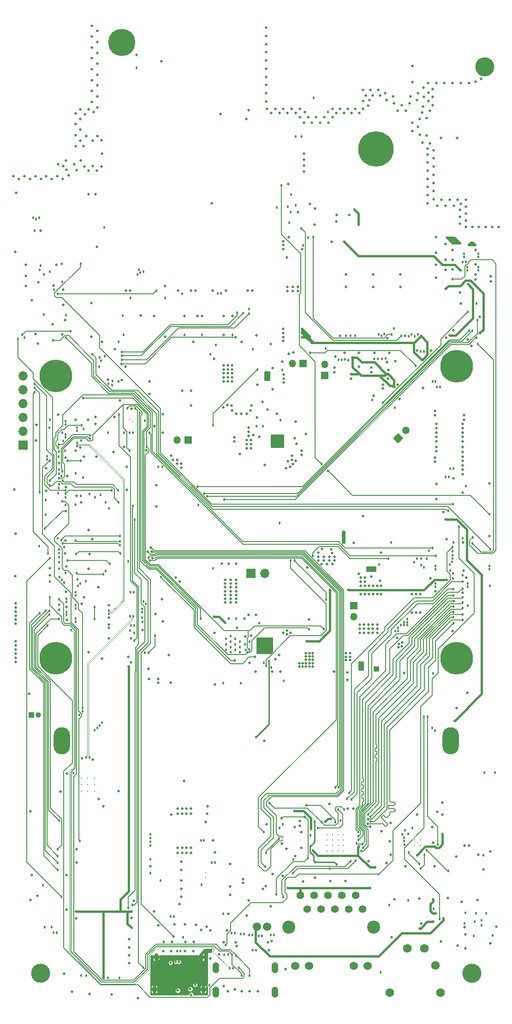
<source format=gbr>
G04 #@! TF.GenerationSoftware,KiCad,Pcbnew,5.0.0*
G04 #@! TF.CreationDate,2018-08-14T20:21:36-04:00*
G04 #@! TF.ProjectId,dvk-mx8m-bsb,64766B2D6D78386D2D6273622E6B6963,v0.1.0*
G04 #@! TF.SameCoordinates,Original*
G04 #@! TF.FileFunction,Copper,L3,Inr,Signal*
G04 #@! TF.FilePolarity,Positive*
%FSLAX46Y46*%
G04 Gerber Fmt 4.6, Leading zero omitted, Abs format (unit mm)*
G04 Created by KiCad (PCBNEW 5.0.0) date Tue Aug 14 20:21:36 2018*
%MOMM*%
%LPD*%
G01*
G04 APERTURE LIST*
G04 #@! TA.AperFunction,ViaPad*
%ADD10O,3.000000X5.000000*%
G04 #@! TD*
G04 #@! TA.AperFunction,ViaPad*
%ADD11R,1.350000X1.350000*%
G04 #@! TD*
G04 #@! TA.AperFunction,ViaPad*
%ADD12O,1.350000X1.350000*%
G04 #@! TD*
G04 #@! TA.AperFunction,ViaPad*
%ADD13C,0.300000*%
G04 #@! TD*
G04 #@! TA.AperFunction,ViaPad*
%ADD14C,6.000000*%
G04 #@! TD*
G04 #@! TA.AperFunction,ViaPad*
%ADD15C,1.350000*%
G04 #@! TD*
G04 #@! TA.AperFunction,Conductor*
%ADD16C,1.350000*%
G04 #@! TD*
G04 #@! TA.AperFunction,Conductor*
%ADD17C,0.100000*%
G04 #@! TD*
G04 #@! TA.AperFunction,ViaPad*
%ADD18C,5.000000*%
G04 #@! TD*
G04 #@! TA.AperFunction,ViaPad*
%ADD19O,1.700000X1.700000*%
G04 #@! TD*
G04 #@! TA.AperFunction,ViaPad*
%ADD20R,1.700000X1.700000*%
G04 #@! TD*
G04 #@! TA.AperFunction,ViaPad*
%ADD21C,1.550000*%
G04 #@! TD*
G04 #@! TA.AperFunction,ViaPad*
%ADD22C,1.400000*%
G04 #@! TD*
G04 #@! TA.AperFunction,ViaPad*
%ADD23C,2.400000*%
G04 #@! TD*
G04 #@! TA.AperFunction,ViaPad*
%ADD24C,1.530000*%
G04 #@! TD*
G04 #@! TA.AperFunction,ViaPad*
%ADD25O,1.250000X2.000000*%
G04 #@! TD*
G04 #@! TA.AperFunction,ViaPad*
%ADD26O,0.800000X1.400000*%
G04 #@! TD*
G04 #@! TA.AperFunction,ViaPad*
%ADD27C,6.500000*%
G04 #@! TD*
G04 #@! TA.AperFunction,ViaPad*
%ADD28C,3.500000*%
G04 #@! TD*
G04 #@! TA.AperFunction,ViaPad*
%ADD29R,1.000000X1.000000*%
G04 #@! TD*
G04 #@! TA.AperFunction,ViaPad*
%ADD30C,1.000000*%
G04 #@! TD*
G04 #@! TA.AperFunction,ViaPad*
%ADD31C,1.600000*%
G04 #@! TD*
G04 #@! TA.AperFunction,ViaPad*
%ADD32C,0.200000*%
G04 #@! TD*
G04 #@! TA.AperFunction,ViaPad*
%ADD33C,0.230000*%
G04 #@! TD*
G04 #@! TA.AperFunction,ViaPad*
%ADD34C,0.254000*%
G04 #@! TD*
G04 #@! TA.AperFunction,ViaPad*
%ADD35C,0.457200*%
G04 #@! TD*
G04 #@! TA.AperFunction,ViaPad*
%ADD36C,0.508000*%
G04 #@! TD*
G04 #@! TA.AperFunction,Conductor*
%ADD37C,0.134620*%
G04 #@! TD*
G04 #@! TA.AperFunction,Conductor*
%ADD38C,0.457200*%
G04 #@! TD*
G04 #@! TA.AperFunction,Conductor*
%ADD39C,0.254000*%
G04 #@! TD*
G04 #@! TA.AperFunction,Conductor*
%ADD40C,0.127000*%
G04 #@! TD*
G04 #@! TA.AperFunction,Conductor*
%ADD41C,0.203200*%
G04 #@! TD*
G04 #@! TA.AperFunction,Conductor*
%ADD42C,0.106934*%
G04 #@! TD*
G04 #@! TA.AperFunction,Conductor*
%ADD43C,0.089154*%
G04 #@! TD*
G04 APERTURE END LIST*
D10*
G04 #@! TO.N,Net-(BT301-Pad1)*
G04 #@! TO.C,BT301*
X140700000Y-190500000D03*
G04 #@! TO.N,GND*
X69300000Y-190500000D03*
G04 #@! TD*
D11*
G04 #@! TO.N,1V8_P*
G04 #@! TO.C,JP404*
X92525000Y-135300000D03*
D12*
X90525000Y-135300000D03*
G04 #@! TD*
D13*
G04 #@! TO.N,GND*
G04 #@! TO.C,U407*
X124200000Y-177150000D03*
X124200000Y-176350000D03*
G04 #@! TD*
D14*
G04 #@! TO.N,GND*
G04 #@! TO.C,MOD101*
X68200000Y-123500000D03*
X68200000Y-175300000D03*
X141800000Y-121700000D03*
X141800000Y-175300000D03*
G04 #@! TD*
D13*
G04 #@! TO.N,GND*
G04 #@! TO.C,U405*
X126097000Y-158926000D03*
G04 #@! TD*
G04 #@! TO.N,GND*
G04 #@! TO.C,U402*
X121025000Y-153075000D03*
G04 #@! TD*
D15*
G04 #@! TO.N,5V_SOM*
G04 #@! TO.C,JP402*
X132489949Y-133510051D03*
D16*
X132489949Y-133510051D02*
X132489949Y-133510051D01*
D15*
X131075735Y-134924265D03*
D17*
G36*
X130121141Y-134924265D02*
X131075735Y-133969671D01*
X132030329Y-134924265D01*
X131075735Y-135878859D01*
X130121141Y-134924265D01*
X130121141Y-134924265D01*
G37*
G04 #@! TD*
D12*
G04 #@! TO.N,5V_P*
G04 #@! TO.C,JP403*
X122920000Y-167660000D03*
D11*
X122920000Y-165660000D03*
G04 #@! TD*
D13*
G04 #@! TO.N,GND*
G04 #@! TO.C,U404*
X107000000Y-123500000D03*
G04 #@! TD*
G04 #@! TO.N,GND*
G04 #@! TO.C,U2201*
X75300000Y-199700000D03*
X74100000Y-199700000D03*
X72900000Y-199700000D03*
X72900000Y-198500000D03*
X72900000Y-197300000D03*
X74100000Y-197300000D03*
X75300000Y-197300000D03*
X74100000Y-198500000D03*
X75300000Y-198500000D03*
G04 #@! TD*
G04 #@! TO.N,GND*
G04 #@! TO.C,U301*
X106550000Y-173000000D03*
X106550000Y-172100000D03*
X107450000Y-172100000D03*
X107450000Y-173000000D03*
X107450000Y-173900000D03*
X106550000Y-173900000D03*
X105650000Y-173900000D03*
X105650000Y-173000000D03*
X105650000Y-172100000D03*
G04 #@! TD*
D18*
G04 #@! TO.N,GND*
G04 #@! TO.C,MOD1501*
X80350000Y-62300000D03*
G04 #@! TD*
D19*
G04 #@! TO.N,VBAT_REG*
G04 #@! TO.C,JP301*
X106545500Y-159750000D03*
D20*
X104005500Y-159750000D03*
G04 #@! TD*
D21*
G04 #@! TO.N,Net-(MK1601-Pad2)*
G04 #@! TO.C,MK1601*
X105100000Y-224591000D03*
G04 #@! TO.N,GND*
X107000000Y-224591000D03*
G04 #@! TD*
D22*
G04 #@! TO.N,/Ethernet/ETH_TRX3_N*
G04 #@! TO.C,J1701*
X123245000Y-218810000D03*
G04 #@! TO.N,GND*
X124515000Y-221350000D03*
D23*
G04 #@! TO.N,Net-(FB1703-Pad1)*
X126590000Y-224650000D03*
X111005000Y-224650000D03*
D24*
G04 #@! TO.N,GND*
X125435000Y-231770000D03*
X114705000Y-231770000D03*
G04 #@! TO.N,Net-(J1701-Pad11)*
X112165000Y-231770000D03*
G04 #@! TO.N,Net-(J1701-Pad13)*
X122895000Y-231770000D03*
D22*
G04 #@! TO.N,/Ethernet/ETH_TRX3_P*
X121975000Y-221350000D03*
G04 #@! TO.N,/Ethernet/ETH_TRX2_N*
X119435000Y-221350000D03*
G04 #@! TO.N,/Ethernet/ETH_TRX1_N*
X120705000Y-218810000D03*
G04 #@! TO.N,/Ethernet/ETH_TRX2_P*
X118165000Y-218810000D03*
G04 #@! TO.N,/Ethernet/ETH_TRX1_P*
X116895000Y-221350000D03*
G04 #@! TO.N,/Ethernet/ETH_TRX0_N*
X115625000Y-218810000D03*
G04 #@! TO.N,/Ethernet/ETH_TRX0_P*
X114355000Y-221350000D03*
G04 #@! TO.N,Net-(C1719-Pad1)*
X113085000Y-218810000D03*
G04 #@! TD*
D25*
G04 #@! TO.N,Net-(C1905-Pad1)*
G04 #@! TO.C,J1901*
X97575000Y-236625000D03*
X108425000Y-236625000D03*
X108425000Y-232125000D03*
X97575000Y-232125000D03*
G04 #@! TD*
D26*
G04 #@! TO.N,Net-(C216-Pad2)*
G04 #@! TO.C,J201*
X95290000Y-236100000D03*
X86670000Y-230150000D03*
X86310000Y-236100000D03*
X94930000Y-230150000D03*
G04 #@! TD*
D27*
G04 #@! TO.N,GND*
G04 #@! TO.C,MOD1801*
X127000000Y-81840000D03*
G04 #@! TD*
D13*
G04 #@! TO.N,GND*
G04 #@! TO.C,U1701*
X120000000Y-208700000D03*
X120000000Y-209700000D03*
X119000000Y-209700000D03*
X118000000Y-209700000D03*
X118000000Y-210700000D03*
X119000000Y-210700000D03*
X120000000Y-210700000D03*
X121000000Y-210700000D03*
X121000000Y-209700000D03*
X121000000Y-208700000D03*
X121000000Y-207700000D03*
X120000000Y-207700000D03*
X119000000Y-207700000D03*
X118000000Y-207700000D03*
X118000000Y-208700000D03*
X119000000Y-208700000D03*
G04 #@! TD*
G04 #@! TO.N,GND*
G04 #@! TO.C,U401*
X109640000Y-136245000D03*
X109640000Y-134645000D03*
X108040000Y-134645000D03*
X108040000Y-136245000D03*
X108840000Y-135445000D03*
G04 #@! TD*
D28*
G04 #@! TO.N,GND*
G04 #@! TO.C,MNT103*
X144600000Y-233100000D03*
G04 #@! TD*
D29*
G04 #@! TO.N,GND*
G04 #@! TO.C,J2401*
X63775000Y-185700000D03*
D30*
G04 #@! TO.N,Net-(C2401-Pad1)*
X65025000Y-185700000D03*
G04 #@! TD*
D28*
G04 #@! TO.N,GND*
G04 #@! TO.C,MNT102*
X147000000Y-66750000D03*
G04 #@! TD*
G04 #@! TO.N,GND*
G04 #@! TO.C,MNT101*
X65400000Y-233100000D03*
G04 #@! TD*
D31*
G04 #@! TO.N,Net-(C1624-Pad1)*
G04 #@! TO.C,J1601*
X132700000Y-228575000D03*
G04 #@! TO.N,/HP_DET*
X135900000Y-228575000D03*
G04 #@! TO.N,Net-(C1621-Pad1)*
X137900000Y-231675000D03*
G04 #@! TO.N,GND*
X138800000Y-236675000D03*
G04 #@! TO.N,Net-(J1601-Pad1)*
X129500000Y-236675000D03*
G04 #@! TD*
D32*
G04 #@! TO.N,GND*
G04 #@! TO.C,U202*
X95750000Y-215585000D03*
X95750000Y-214685000D03*
G04 #@! TD*
D33*
G04 #@! TO.N,GND*
G04 #@! TO.C,U1601*
X134600000Y-209200000D03*
X134100000Y-208700000D03*
X135100000Y-208700000D03*
X135100000Y-209700000D03*
X134100000Y-209700000D03*
G04 #@! TD*
D34*
G04 #@! TO.N,GND*
G04 #@! TO.C,U201*
X82400000Y-131840000D03*
X81800000Y-131440000D03*
G04 #@! TD*
D20*
G04 #@! TO.N,GND*
G04 #@! TO.C,J701*
X62200000Y-136200000D03*
D19*
G04 #@! TO.N,Net-(J701-Pad2)*
X62200000Y-133660000D03*
G04 #@! TO.N,Net-(J701-Pad3)*
X62200000Y-131120000D03*
G04 #@! TO.N,/UART Debug/RX<-TX*
X62200000Y-128580000D03*
G04 #@! TO.N,/UART Debug/TX->RX*
X62200000Y-126040000D03*
G04 #@! TO.N,Net-(J701-Pad6)*
X62200000Y-123500000D03*
G04 #@! TD*
D12*
G04 #@! TO.N,3V3*
G04 #@! TO.C,JP401*
X111620000Y-121200000D03*
D11*
X113620000Y-121200000D03*
G04 #@! TD*
D12*
G04 #@! TO.N,3V3_P*
G04 #@! TO.C,JP1801*
X117600000Y-121400000D03*
D11*
X117600000Y-123400000D03*
G04 #@! TD*
D35*
G04 #@! TO.N,GND*
X101360000Y-168028500D03*
D36*
X106487500Y-190500000D03*
X79962500Y-128015000D03*
X86345000Y-132769500D03*
X89950000Y-224200000D03*
X93986000Y-224239277D03*
X91950000Y-224200000D03*
X101520000Y-169762500D03*
X103600000Y-167362500D03*
X104950000Y-167362500D03*
X102870000Y-168062500D03*
X107955000Y-177787500D03*
X110600000Y-170920000D03*
X110600000Y-170245000D03*
X111275000Y-170650000D03*
X109925000Y-170650000D03*
X81700000Y-231265000D03*
X81700000Y-228365000D03*
X81700000Y-226915000D03*
X81700000Y-229815000D03*
X91800000Y-197798000D03*
X96087500Y-202475000D03*
X93550000Y-227390000D03*
X88050000Y-227390000D03*
X93425000Y-229090000D03*
X87925000Y-229090000D03*
X90937500Y-220410000D03*
X113000000Y-205215000D03*
X97412500Y-180150000D03*
X75532500Y-132345000D03*
X91290000Y-217635000D03*
X91290000Y-219060000D03*
X91290000Y-212635000D03*
X100210000Y-217235000D03*
X100210000Y-213035000D03*
X95735000Y-205410000D03*
X96001000Y-203825000D03*
X103777500Y-176200000D03*
X104915000Y-177750000D03*
X100010000Y-157971500D03*
X101360000Y-157971500D03*
X114687000Y-168187000D03*
X114337000Y-158667000D03*
X112165000Y-211650000D03*
X109850000Y-215250000D03*
X127985000Y-207100000D03*
X71890000Y-131500000D03*
X75532500Y-130995000D03*
X113930000Y-75110000D03*
X129900000Y-226500000D03*
X135240000Y-223960000D03*
X134900000Y-219400000D03*
X130400000Y-219600000D03*
X132385000Y-213500000D03*
X137715000Y-213500000D03*
X137500000Y-209175000D03*
X137325000Y-206325000D03*
X143275000Y-209700000D03*
X146700000Y-214100000D03*
X136300000Y-76175000D03*
X130075000Y-72200000D03*
X133325000Y-72200000D03*
X141900000Y-79810800D03*
X138900000Y-79810800D03*
X133710800Y-69600000D03*
X133710800Y-66600000D03*
X81250000Y-144420000D03*
X74900000Y-153435000D03*
X76920000Y-202500000D03*
X79720000Y-199700000D03*
X89350000Y-204000000D03*
X85600000Y-213485000D03*
X73365000Y-164100000D03*
X107300000Y-228930000D03*
X83325000Y-237725000D03*
X78425000Y-237075000D03*
X74425000Y-236932200D03*
X82100000Y-223000000D03*
X71209261Y-236548320D03*
X69100000Y-199800000D03*
X63600000Y-219700000D03*
X63600000Y-203400000D03*
X121800000Y-202900000D03*
X136300000Y-79425000D03*
X131700000Y-73800000D03*
X134700000Y-77800000D03*
X128700000Y-71600000D03*
X127400000Y-71000000D03*
X128900000Y-72900000D03*
X127700000Y-72000000D03*
X126000000Y-71000000D03*
X124600000Y-71000000D03*
X126425000Y-72000000D03*
X125150000Y-72000000D03*
X139550000Y-69725000D03*
X138050000Y-69725000D03*
X136550000Y-69725000D03*
X141050000Y-69725000D03*
X142550000Y-69725000D03*
X144050000Y-69725000D03*
X146300000Y-68975000D03*
X145300000Y-69475000D03*
X130250000Y-73500000D03*
X133150000Y-73500000D03*
X135700000Y-70600000D03*
X134700000Y-71600000D03*
X137400000Y-70800000D03*
X136650000Y-73050000D03*
X134500000Y-72900000D03*
X136900000Y-74800000D03*
X137400000Y-73800000D03*
X137400000Y-72300000D03*
X136650000Y-71550000D03*
X135800000Y-72300000D03*
X135650000Y-74050000D03*
X135450000Y-75150000D03*
X137550000Y-82075000D03*
X136900000Y-80800000D03*
X137550000Y-83575000D03*
X137550000Y-85075000D03*
X137550000Y-86575000D03*
X137550000Y-88075000D03*
X137550000Y-89575000D03*
X137550000Y-91075000D03*
X139000000Y-91175000D03*
X140500000Y-91175000D03*
X142000000Y-91175000D03*
X143500000Y-91175000D03*
X143500000Y-92425000D03*
X143500000Y-93675000D03*
X143500000Y-94925000D03*
X143500000Y-96175000D03*
X144700000Y-96175000D03*
X145900000Y-96175000D03*
X147100000Y-96175000D03*
X148300000Y-96175000D03*
X149500000Y-96175000D03*
X136500000Y-87325000D03*
X136500000Y-90325000D03*
X136500000Y-88825000D03*
X136500000Y-85825000D03*
X136500000Y-91825000D03*
X136500000Y-82825000D03*
X136500000Y-84325000D03*
X138275000Y-92225000D03*
X139775000Y-92225000D03*
X141275000Y-92225000D03*
X142400000Y-93050000D03*
X142600000Y-91950000D03*
X142400000Y-94300000D03*
X142400000Y-95550000D03*
X136500000Y-81775000D03*
X135000000Y-76350000D03*
X135000000Y-79250000D03*
X135525000Y-80650000D03*
X124600000Y-73000000D03*
X132450000Y-74800000D03*
X130950000Y-74800000D03*
X133675000Y-77050000D03*
X133675000Y-78550000D03*
X118449164Y-202107627D03*
X145600000Y-219700000D03*
X142700000Y-220000000D03*
X138900000Y-227300000D03*
X140202007Y-219367985D03*
X125800000Y-72900000D03*
X124600000Y-74500000D03*
X123200000Y-74500000D03*
X121800000Y-74500000D03*
X120400000Y-74500000D03*
X119000000Y-74500000D03*
X119000000Y-76000000D03*
X117500000Y-76000000D03*
X116000000Y-76000000D03*
X114500000Y-76000000D03*
X112250000Y-75250000D03*
X113000000Y-74500000D03*
X111500000Y-74500000D03*
X110000000Y-74500000D03*
X108500000Y-74500000D03*
X106800000Y-73100000D03*
X106800000Y-71600000D03*
X106800000Y-70100000D03*
X106800000Y-68600000D03*
X106800000Y-67100000D03*
X106800000Y-64100000D03*
X106800000Y-65600000D03*
X106800000Y-62600000D03*
X106800000Y-61100000D03*
X106800000Y-59600000D03*
X113000000Y-76000000D03*
X110750000Y-75250000D03*
X109250000Y-75250000D03*
X107750000Y-75250000D03*
X118250000Y-77000000D03*
X115250000Y-77000000D03*
X113750000Y-77000000D03*
X116750000Y-77000000D03*
X119700000Y-75200000D03*
X121100000Y-75200000D03*
X122500000Y-75200000D03*
X123900000Y-75200000D03*
X125500000Y-73900000D03*
X107000000Y-74500000D03*
X101240000Y-227500000D03*
X107200000Y-227500000D03*
X101400000Y-228150000D03*
X107850000Y-227250000D03*
X99000000Y-227450000D03*
X95900000Y-224550000D03*
X128900000Y-212900000D03*
X125651680Y-212600000D03*
X65399999Y-96800000D03*
X60750000Y-100750000D03*
X75750000Y-99750000D03*
X60900000Y-89900000D03*
X74250000Y-90100000D03*
X75500000Y-90100000D03*
X62750000Y-105100000D03*
X63800000Y-109615000D03*
X83800000Y-112400000D03*
X86250000Y-112450000D03*
X91850000Y-112500000D03*
X94250000Y-112500000D03*
X95050000Y-112500000D03*
X81850000Y-107800000D03*
X90650000Y-107800000D03*
X100650000Y-112500000D03*
X80300000Y-124300000D03*
X77800000Y-124200000D03*
X79050000Y-118600000D03*
X69400000Y-115900000D03*
X115800000Y-215635000D03*
X118600000Y-216235000D03*
X121400000Y-216235000D03*
X77950000Y-171650000D03*
X71987500Y-223050000D03*
X98232500Y-229698000D03*
X102300000Y-236450000D03*
X103800000Y-236450000D03*
X105290000Y-236450000D03*
X99800000Y-236450000D03*
X101040000Y-236135000D03*
X99000000Y-112500000D03*
X76700000Y-117200000D03*
X103450000Y-107800000D03*
X99450000Y-107800000D03*
X97050000Y-107800000D03*
X93850000Y-107800000D03*
X102300000Y-117200000D03*
X102300000Y-117200000D03*
X74700000Y-116312500D03*
D35*
X100650000Y-115977080D03*
X91833404Y-115977080D03*
X95050000Y-115977080D03*
D36*
X69600000Y-110500000D03*
X69956585Y-113218343D03*
X119400000Y-122800000D03*
X119400000Y-122000000D03*
X126100000Y-122000000D03*
X113765000Y-82700000D03*
X113765000Y-83800000D03*
X113765000Y-84900000D03*
X113765000Y-86000000D03*
X70185000Y-85650000D03*
X68650000Y-84637000D03*
X71570000Y-84637000D03*
X75025000Y-80300000D03*
X75025000Y-85000000D03*
X70110000Y-83987000D03*
X126700000Y-119300000D03*
X110900000Y-88300000D03*
X87600000Y-65740000D03*
X134500000Y-118800000D03*
X110525000Y-210273000D03*
X113300000Y-210085000D03*
X113300000Y-207225000D03*
X112075000Y-206327000D03*
X109700000Y-209375000D03*
X76712500Y-175412500D03*
X74231647Y-174187500D03*
X74973761Y-193900000D03*
X143000000Y-154100000D03*
X141218516Y-115131484D03*
X143399998Y-226050000D03*
X60600000Y-144285000D03*
X60800000Y-160285000D03*
X85100000Y-155750000D03*
D35*
X98992800Y-222200000D03*
D36*
X142900000Y-163324620D03*
X137900000Y-163000000D03*
X141000000Y-170300000D03*
X139900000Y-153500000D03*
X143100000Y-159256514D03*
X139300000Y-148451690D03*
X138100000Y-146124620D03*
X138100000Y-143300000D03*
X60470000Y-86860000D03*
X62470000Y-86860000D03*
X64470000Y-86860000D03*
X66470000Y-86860000D03*
X68470000Y-86860000D03*
X69470000Y-87360000D03*
X63470000Y-87360000D03*
X61470000Y-87360000D03*
X65470000Y-87360000D03*
X67470000Y-87360000D03*
X72800000Y-84000000D03*
X73300000Y-81300000D03*
X71900000Y-81300000D03*
X76600000Y-85100000D03*
X71900000Y-79300000D03*
X71900000Y-77300000D03*
X71900000Y-75300000D03*
X72700000Y-74560000D03*
X72700000Y-76300000D03*
X72700000Y-78300000D03*
X72700000Y-80300000D03*
X74200000Y-74560000D03*
X74860000Y-73200000D03*
X74860000Y-71200000D03*
X74860000Y-69200000D03*
X74860000Y-67200000D03*
X74860000Y-65200000D03*
X74860000Y-63200000D03*
X74860000Y-61200000D03*
X74860000Y-59200000D03*
X75860000Y-72200000D03*
X75860000Y-60200000D03*
X75860000Y-74200000D03*
X75860000Y-70200000D03*
X75860000Y-68200000D03*
X75860000Y-62200000D03*
X75860000Y-64200000D03*
X75860000Y-66200000D03*
X73575000Y-75500000D03*
X76695000Y-82650000D03*
X73850000Y-79475000D03*
X75800000Y-79475000D03*
X75775000Y-85800000D03*
X73450000Y-85100000D03*
X74225000Y-85800000D03*
X75200000Y-75100000D03*
X69535000Y-84950000D03*
X70600000Y-86700000D03*
X72010000Y-85760000D03*
X80750000Y-136548320D03*
X105560000Y-134655000D03*
X105165000Y-131150000D03*
X112380000Y-135919000D03*
X112120000Y-134887500D03*
X121185000Y-119300000D03*
X123885000Y-119300000D03*
X106585000Y-139800000D03*
X107980000Y-122022500D03*
X101290000Y-130400000D03*
X102290000Y-130400000D03*
X103290000Y-130400000D03*
X108046000Y-125930000D03*
X105220000Y-125120000D03*
X137849998Y-129925000D03*
X137850000Y-130725000D03*
X143150000Y-130725000D03*
X137850000Y-138487500D03*
X137850000Y-139287500D03*
X142890000Y-137500000D03*
X138110000Y-137300000D03*
X142890000Y-138300000D03*
X142890000Y-139100000D03*
X142890000Y-139900000D03*
X142890000Y-140700000D03*
X142890000Y-141500000D03*
X67110000Y-160100000D03*
X67110000Y-158800000D03*
X64660000Y-132470000D03*
X86285000Y-221800000D03*
X82530000Y-219825000D03*
X103270034Y-222524966D03*
X102600000Y-215900000D03*
X107700000Y-220900000D03*
X76600000Y-80200000D03*
X137000000Y-160700000D03*
X75683940Y-138346060D03*
X71850000Y-137248000D03*
X72070000Y-212860000D03*
X143150000Y-131510000D03*
X121025000Y-152120000D03*
X121025000Y-154030000D03*
X124635000Y-149200000D03*
X117075000Y-155285000D03*
X127717000Y-161051000D03*
X127887500Y-155900000D03*
X123875000Y-159812500D03*
X146057359Y-112688369D03*
X132300000Y-116100000D03*
X145250000Y-103050000D03*
D35*
X145400000Y-110200000D03*
D36*
X145250000Y-104850000D03*
X141190000Y-142300000D03*
X141025000Y-103950000D03*
X141025000Y-102150000D03*
X141025000Y-100350000D03*
X142375000Y-108150000D03*
X137075000Y-118850000D03*
X137980000Y-105460000D03*
X137980000Y-97990000D03*
X137980000Y-103101514D03*
X137980000Y-100887500D03*
X148050000Y-106130000D03*
X148050000Y-105185000D03*
X77950000Y-167850000D03*
X77950000Y-169750000D03*
X68800000Y-166400000D03*
X70217004Y-168282996D03*
X69900000Y-156100000D03*
X70000000Y-153700000D03*
X70200000Y-158500000D03*
X70200000Y-165900000D03*
X70326859Y-141892852D03*
X72911802Y-146671222D03*
X72033447Y-145544510D03*
X145261177Y-100361866D03*
X114150500Y-134187000D03*
X100590000Y-129884500D03*
X103990000Y-129882500D03*
X100490000Y-128882500D03*
X104090000Y-128882500D03*
X100947200Y-134750000D03*
X100947200Y-135500000D03*
X101987500Y-137845000D03*
X84100000Y-170150000D03*
X70100000Y-163100000D03*
X87850000Y-168562500D03*
X75975000Y-162315000D03*
X85700000Y-155025000D03*
X126100000Y-122800000D03*
X100000000Y-168028500D03*
X97350000Y-170650000D03*
X86500000Y-167150000D03*
X143590000Y-160520000D03*
X134332500Y-163560000D03*
X133582500Y-163560000D03*
X135082500Y-163560000D03*
X134332500Y-166960000D03*
X133582500Y-166960000D03*
X135082500Y-166960000D03*
X121765000Y-177975000D03*
X119250000Y-177787500D03*
X121765000Y-179325000D03*
X111700000Y-107175000D03*
X110700000Y-107175000D03*
X112700000Y-107175000D03*
X112700000Y-107925000D03*
X110700000Y-107925000D03*
X111700000Y-107925000D03*
X126525000Y-127160000D03*
X129198000Y-123984000D03*
X98660000Y-157971500D03*
X128215000Y-125075000D03*
D35*
X117750000Y-118522920D03*
D36*
X129100000Y-116551680D03*
X118830000Y-98825000D03*
X122060000Y-93975000D03*
X131825000Y-172437500D03*
X131200000Y-172700000D03*
X131100000Y-173300000D03*
X130900000Y-171600000D03*
X144500000Y-118000000D03*
X149100000Y-224615000D03*
X68660000Y-130620000D03*
X122400000Y-123985002D03*
X129440000Y-119300000D03*
X143740000Y-181650000D03*
X141815000Y-184450000D03*
X147850000Y-152899998D03*
X147850000Y-143200000D03*
X93035000Y-237085000D03*
X87046243Y-224303757D03*
D35*
X66015000Y-112240000D03*
D36*
X67800000Y-106900000D03*
X148000000Y-227600000D03*
X70057660Y-143868456D03*
X131697988Y-173097988D03*
X130500000Y-120815000D03*
X139881010Y-116500000D03*
X77950000Y-165600000D03*
X99700000Y-128875000D03*
X98925000Y-129250000D03*
X70000000Y-138500000D03*
X62700000Y-107000000D03*
X103612500Y-74750000D03*
X103150000Y-76332500D03*
X69600000Y-107650000D03*
X98470000Y-75450000D03*
X129500000Y-208965000D03*
X141675500Y-211725000D03*
X129651000Y-205549000D03*
X138212500Y-203550000D03*
X142000000Y-228035000D03*
X143225000Y-224645002D03*
X147970000Y-210750000D03*
X139200000Y-201780000D03*
X88300000Y-106952920D03*
X131500000Y-104865000D03*
X126500000Y-104865000D03*
X121500000Y-104865000D03*
X115750000Y-95745000D03*
X93000000Y-128935000D03*
X97100000Y-208730000D03*
X60870000Y-172212500D03*
X60870000Y-175962500D03*
X60870000Y-173712500D03*
X60870000Y-172962500D03*
X60870000Y-174462500D03*
X60870000Y-175212500D03*
X87030000Y-179800000D03*
X85400000Y-124530000D03*
X90250000Y-160500000D03*
X91000000Y-161250000D03*
X87730000Y-164440000D03*
X73017012Y-193717010D03*
X70227011Y-196507011D03*
X81550000Y-175049998D03*
X85200000Y-177287500D03*
X107085000Y-129650000D03*
D35*
X72850000Y-135370000D03*
D36*
X65015000Y-106300000D03*
X68300000Y-103128320D03*
X62700000Y-103128320D03*
X69750000Y-233240000D03*
X109415000Y-177787500D03*
G04 #@! TO.N,Net-(BT301-Pad1)*
X115385000Y-176845000D03*
X115385000Y-176225000D03*
X115385000Y-175605000D03*
X115385000Y-174985000D03*
X115385000Y-174365000D03*
X114765000Y-174365000D03*
X114765000Y-174985000D03*
X114765000Y-175605000D03*
X114765000Y-176845000D03*
X114765000Y-176225000D03*
X114145000Y-176845000D03*
X113525000Y-176845000D03*
X112905000Y-176845000D03*
X114145000Y-176225000D03*
X113525000Y-176225000D03*
X112905000Y-176225000D03*
X114145000Y-175605000D03*
X114145000Y-174985000D03*
X114145000Y-174365000D03*
G04 #@! TO.N,5V_SOM*
X138110000Y-132300000D03*
X138110000Y-132300000D03*
X138110000Y-133100000D03*
X138110000Y-133900000D03*
X138110000Y-134700000D03*
X138110000Y-135500000D03*
X138110000Y-136500000D03*
X142890000Y-132300000D03*
X142890000Y-133100000D03*
X142890000Y-133900000D03*
X142890000Y-134700000D03*
X142890000Y-135500000D03*
X142890000Y-136500000D03*
X118775000Y-155335000D03*
X116400000Y-155900000D03*
X117400000Y-157400000D03*
X118400000Y-157400000D03*
X119400000Y-157400000D03*
X119000000Y-158050000D03*
X118000000Y-158050000D03*
X117000000Y-158050000D03*
X116400000Y-157400000D03*
X116400000Y-156650000D03*
X119400000Y-156650000D03*
X118400000Y-156650000D03*
X117400000Y-156650000D03*
X118900000Y-156050000D03*
G04 #@! TO.N,3V3_OUT*
X66410000Y-144610000D03*
X66410000Y-140390000D03*
X74160000Y-131500000D03*
X87860000Y-133900000D03*
X84827896Y-137124409D03*
X142890000Y-144900000D03*
X139900000Y-160900000D03*
X97290400Y-167700000D03*
X70210000Y-215120000D03*
X63810000Y-215120000D03*
X72070000Y-210330000D03*
X121900000Y-162800000D03*
X118537000Y-162800000D03*
X114300000Y-172200000D03*
X99300000Y-168800004D03*
D35*
G04 #@! TO.N,/ENET_2V5*
X123816967Y-209857570D03*
X109650000Y-204700000D03*
X113962955Y-204462955D03*
X114500000Y-212000000D03*
X126800000Y-213700000D03*
X143500000Y-143700000D03*
X108700000Y-218700000D03*
X115400010Y-210622920D03*
D36*
G04 #@! TO.N,1V8_P*
X100210000Y-218735000D03*
X91290000Y-214135000D03*
X91292000Y-216135000D03*
X99900000Y-222250000D03*
X96550000Y-225300000D03*
X102600000Y-216550000D03*
X103650000Y-219800000D03*
X106250000Y-217650000D03*
X146068990Y-115600000D03*
X131285006Y-127750000D03*
X142449000Y-106950000D03*
X139750000Y-99312500D03*
X139750000Y-102131514D03*
X139750000Y-104061514D03*
X128250000Y-125750000D03*
X115835000Y-92800000D03*
X139750000Y-107500000D03*
X90462500Y-138870000D03*
X90462500Y-139620000D03*
X89712500Y-138870000D03*
X89362500Y-138120000D03*
X91212500Y-139620000D03*
X91212500Y-140370000D03*
X129265000Y-122400000D03*
X129650000Y-211350000D03*
X70200000Y-221500000D03*
X96600000Y-230400000D03*
X97400000Y-211000000D03*
D35*
X87400000Y-216135000D03*
D36*
X113600000Y-216300000D03*
X86700000Y-143600000D03*
X86700000Y-147500000D03*
X81000000Y-121800000D03*
X67600000Y-114000000D03*
X130977996Y-125077996D03*
X129000000Y-121000000D03*
X109800000Y-120900000D03*
X123850000Y-121800000D03*
X97300000Y-120400000D03*
X91400000Y-126200000D03*
X93000000Y-126200000D03*
X135600000Y-125700000D03*
X142600000Y-110166514D03*
D35*
X94950000Y-216850000D03*
D36*
X99650000Y-225300000D03*
X106750000Y-217150000D03*
D35*
X137500000Y-178100000D03*
G04 #@! TO.N,VBUS*
X100326000Y-172250000D03*
X99470000Y-171750000D03*
X101182000Y-173750000D03*
X101182000Y-172750000D03*
X101182000Y-171750000D03*
X100326000Y-171250000D03*
X100326000Y-173250000D03*
X99470000Y-173750000D03*
D36*
X104075000Y-171155000D03*
X102980000Y-171337500D03*
X93000000Y-203824667D03*
X90600000Y-202916334D03*
X90600000Y-203824667D03*
X91400000Y-202916334D03*
X91400000Y-203824667D03*
X92200000Y-203824667D03*
X92200000Y-202916334D03*
X93000000Y-202916334D03*
D35*
X100326000Y-174250000D03*
X102038000Y-172250000D03*
X102038000Y-173250000D03*
X102038000Y-174250000D03*
X99470000Y-172750000D03*
D36*
X82093335Y-129480140D03*
D35*
G04 #@! TO.N,/USB-C/BYPASS*
X77807500Y-133900000D03*
D36*
G04 #@! TO.N,3V3*
X79007500Y-130995000D03*
X74200000Y-151815000D03*
X74435000Y-156200000D03*
X64910000Y-117537500D03*
X74252989Y-158912989D03*
X110020000Y-124725000D03*
X110020000Y-123975000D03*
X110020000Y-123225000D03*
X112280000Y-131912500D03*
X108760000Y-130450000D03*
X132150000Y-178050000D03*
G04 #@! TO.N,5V_P*
X76100000Y-201125000D03*
X126097000Y-160351000D03*
X124200000Y-160500000D03*
X124950000Y-160500000D03*
X124200000Y-161250000D03*
X124950000Y-161250000D03*
X124200000Y-162000000D03*
X124950000Y-162000000D03*
X124950000Y-162000000D03*
X124200000Y-162000000D03*
X126450000Y-162000000D03*
X125700000Y-162000000D03*
X127950000Y-162000000D03*
X127200000Y-162000000D03*
X124950000Y-163561610D03*
X124200000Y-163561610D03*
X127950000Y-163561610D03*
X127200000Y-163561610D03*
X126450000Y-163561610D03*
X125700000Y-163561610D03*
X124000000Y-169100000D03*
X125600000Y-169100000D03*
X126400000Y-169100000D03*
X124800000Y-169100000D03*
X127200000Y-169100000D03*
X125600000Y-169900000D03*
X124800000Y-169900000D03*
X127200000Y-169900000D03*
X126400000Y-169900000D03*
X124000000Y-169900000D03*
X124000000Y-170700000D03*
X124800000Y-170700000D03*
X125600000Y-170700000D03*
X126400000Y-170700000D03*
X77950000Y-169100000D03*
X89300000Y-179800000D03*
X87893000Y-130494500D03*
X85399992Y-126800000D03*
X73000000Y-165300000D03*
X127200000Y-170700000D03*
X106115000Y-128250000D03*
X72670496Y-136645496D03*
G04 #@! TO.N,Net-(C216-Pad2)*
X96612500Y-229000000D03*
D35*
G04 #@! TO.N,/Battery/RGEN*
X105600000Y-168875000D03*
D36*
G04 #@! TO.N,VBAT*
X109240000Y-174720000D03*
X108565000Y-175512500D03*
G04 #@! TO.N,VBAT_REG*
X99295333Y-165050000D03*
X99295333Y-164366666D03*
X99295333Y-163683333D03*
X99295333Y-163000000D03*
X99295333Y-162316667D03*
X99295333Y-161633333D03*
X99295333Y-160950000D03*
X100327667Y-165050000D03*
X100327667Y-164366666D03*
X100327667Y-163683333D03*
X100327667Y-163000000D03*
X100327667Y-162316667D03*
X100327667Y-161633333D03*
X100327667Y-160950000D03*
X101360000Y-165050000D03*
X101360000Y-164366666D03*
X101360000Y-163683333D03*
X101360000Y-162316667D03*
X101360000Y-163000000D03*
X101360000Y-161633333D03*
X101360000Y-160950000D03*
X104500000Y-134315000D03*
X111740000Y-139640000D03*
X112290000Y-139090000D03*
X111190000Y-140190000D03*
X113380000Y-137194000D03*
X113380000Y-137944000D03*
X111540000Y-138890000D03*
X110790000Y-139173000D03*
X111540000Y-138140004D03*
X110445000Y-140448000D03*
X122950000Y-154147500D03*
X104000000Y-136000000D03*
X104000000Y-135250000D03*
X121515000Y-174425000D03*
X122215000Y-174425000D03*
X122215000Y-175037500D03*
X121515000Y-175037500D03*
X121515000Y-175650000D03*
X122215000Y-175650000D03*
X103250000Y-135250000D03*
X103250000Y-136000000D03*
X103625000Y-133750000D03*
X103625000Y-133000000D03*
X103625000Y-134500000D03*
X104000000Y-136750000D03*
X103250000Y-136750000D03*
G04 #@! TO.N,3V3_P*
X108000000Y-214900000D03*
X106950000Y-205800000D03*
X114900000Y-91900000D03*
X135000000Y-224900000D03*
X137925000Y-222100000D03*
X144075000Y-209700000D03*
X81250000Y-140180000D03*
X78830000Y-137500000D03*
X137500000Y-219600000D03*
X122800000Y-202900000D03*
X143400000Y-228600000D03*
X88300000Y-116300000D03*
X105085000Y-116015000D03*
X81050000Y-107800000D03*
X93050000Y-107800000D03*
X104250000Y-107800000D03*
D35*
X103700000Y-111235382D03*
X80500000Y-112400000D03*
X79700000Y-117200000D03*
D36*
X74700000Y-110087500D03*
X110625000Y-101700000D03*
D35*
X81900000Y-109222920D03*
X88300000Y-109222920D03*
D36*
X64500000Y-115800000D03*
X93430000Y-117200000D03*
X119515000Y-119985000D03*
X122700000Y-120100002D03*
D35*
X108800000Y-92600000D03*
D36*
X112650000Y-93450000D03*
X73415000Y-138297000D03*
X113000000Y-206049990D03*
X63300000Y-181825000D03*
X110350000Y-232350000D03*
X64550000Y-135325000D03*
X60854000Y-152496500D03*
X111000000Y-119400000D03*
X110000000Y-117100000D03*
X100540000Y-121532500D03*
X100540000Y-122282500D03*
X100540000Y-123032500D03*
X99790000Y-122282500D03*
X99790000Y-123032500D03*
X99790000Y-121532500D03*
X99040000Y-122282500D03*
X99040000Y-121532500D03*
X99040000Y-123032500D03*
X99040000Y-123782500D03*
X99790000Y-123782500D03*
X100540000Y-123782500D03*
X94925000Y-225174998D03*
X137500000Y-223700000D03*
X99040000Y-124532500D03*
X99790000Y-124532500D03*
X100540000Y-124532500D03*
X99050000Y-115950000D03*
X110000000Y-114862500D03*
X110000000Y-115612500D03*
X110000000Y-116362500D03*
X113400000Y-114862500D03*
X113400000Y-116362500D03*
X113400000Y-115612500D03*
X110000000Y-98737500D03*
X113400000Y-100237500D03*
X110000000Y-100237500D03*
X110000000Y-99487500D03*
X111000000Y-97987500D03*
X111800000Y-119200000D03*
X119690000Y-95100000D03*
X119790000Y-93975000D03*
X135245246Y-116122622D03*
X135500000Y-120544000D03*
X64860000Y-218900000D03*
X129231000Y-123150000D03*
X122450000Y-123150000D03*
X123850000Y-123015000D03*
X130309000Y-125549000D03*
X134551680Y-204025000D03*
X96850000Y-91800000D03*
X139200000Y-204050000D03*
X145750000Y-211350000D03*
X131500000Y-107135000D03*
X126500000Y-107135000D03*
X121500000Y-107135000D03*
X60870000Y-165237500D03*
X60870000Y-168237500D03*
X60870000Y-165987500D03*
X60870000Y-167487500D03*
X60870000Y-168987500D03*
X60870000Y-166737500D03*
G04 #@! TO.N,2V8_P*
X140510000Y-116060000D03*
X143900000Y-106650000D03*
X145300000Y-105820000D03*
X143817009Y-116817009D03*
X142500000Y-104100000D03*
X90610000Y-236310000D03*
X92900000Y-236050000D03*
X121100000Y-98825000D03*
G04 #@! TO.N,3V3_SNVS*
X139800000Y-149800000D03*
X141435000Y-186800000D03*
G04 #@! TO.N,3V3_SD*
X76950000Y-233950000D03*
X82100006Y-221800000D03*
X82099992Y-224800000D03*
X85300000Y-179100000D03*
X89000000Y-174700000D03*
X71987500Y-221800000D03*
X87000000Y-179100000D03*
X81600000Y-176800000D03*
D35*
G04 #@! TO.N,/USB Hub + SDIO Bridge/RDRV33*
X84100000Y-168650000D03*
X82000000Y-171700000D03*
X82600000Y-170700000D03*
G04 #@! TO.N,/SD2_~RST*
X75300000Y-168150000D03*
X75300000Y-165900000D03*
X141100000Y-160700004D03*
X129838369Y-115900000D03*
X115500014Y-98000000D03*
X115400000Y-156500000D03*
X129300000Y-157000000D03*
X84070000Y-167900000D03*
X97100000Y-158797508D03*
G04 #@! TO.N,/USB Hub + SDIO Bridge/RDRV5*
X85200000Y-174300000D03*
X86400000Y-171150000D03*
G04 #@! TO.N,Net-(C1301-Pad1)*
X145700000Y-117675000D03*
X144700000Y-154200000D03*
G04 #@! TO.N,/BTN2*
X65184799Y-154700000D03*
X68785132Y-155315977D03*
G04 #@! TO.N,/SYS_~RST*
X73100000Y-184450000D03*
X76250000Y-187650000D03*
X69400000Y-146500000D03*
X68830000Y-143370000D03*
G04 #@! TO.N,/ONOFF*
X61300000Y-116700000D03*
X106800000Y-176650000D03*
X79700000Y-146700000D03*
X67152000Y-143682000D03*
X111299998Y-157400000D03*
G04 #@! TO.N,/WWAN mPCIe/UIM-PWR*
X64300000Y-96800000D03*
X83234620Y-104900000D03*
X67900000Y-107700000D03*
X65400000Y-103300000D03*
X69400000Y-106200000D03*
G04 #@! TO.N,/WWAN mPCIe/UIM-CLK*
X64050000Y-94450000D03*
X84300000Y-104350004D03*
X67099994Y-104400000D03*
G04 #@! TO.N,/WWAN mPCIe/UIM-RESET*
X64572526Y-94711263D03*
X65999996Y-104899996D03*
X83500000Y-104000000D03*
G04 #@! TO.N,/WWAN mPCIe/UIM-DATA*
X65150000Y-94450000D03*
X65300016Y-104000000D03*
X83736373Y-104553716D03*
X83736372Y-104553716D03*
G04 #@! TO.N,/WWAN mPCIe/SIM_DETECT_I*
X77150000Y-96200000D03*
X69300000Y-102900000D03*
G04 #@! TO.N,Net-(C1604-Pad1)*
X134500000Y-211500000D03*
X139200000Y-207550000D03*
G04 #@! TO.N,Net-(C1606-Pad1)*
X135220000Y-213900000D03*
X135877080Y-211422920D03*
G04 #@! TO.N,Net-(C1607-Pad2)*
X136300000Y-210500000D03*
X140250500Y-214325002D03*
G04 #@! TO.N,Net-(C1608-Pad1)*
X134980000Y-213100000D03*
X133000000Y-211000000D03*
G04 #@! TO.N,Net-(C1622-Pad1)*
X138300000Y-209500000D03*
X136470000Y-186100000D03*
G04 #@! TO.N,Net-(C1702-Pad1)*
X106800000Y-211074000D03*
X109220000Y-208400000D03*
G04 #@! TO.N,Net-(C1703-Pad1)*
X118500000Y-213900000D03*
X111700000Y-214799994D03*
X123219324Y-212495315D03*
G04 #@! TO.N,/Ethernet/LED_ACT*
X122300000Y-212600000D03*
X110000000Y-219200000D03*
G04 #@! TO.N,Net-(C1711-Pad1)*
X115800000Y-212699994D03*
X114964864Y-209823572D03*
X119761914Y-213200001D03*
X111832000Y-212200000D03*
X115750000Y-205280000D03*
G04 #@! TO.N,/Ethernet/LED_LINK1000*
X127800000Y-233000000D03*
X129477080Y-220600000D03*
D36*
G04 #@! TO.N,/Ethernet/ENET_1V1*
X117700000Y-205299988D03*
D35*
X118700000Y-204800000D03*
G04 #@! TO.N,Net-(C1719-Pad1)*
X125900000Y-217500000D03*
D36*
X110800000Y-217500000D03*
D35*
G04 #@! TO.N,Net-(C1905-Pad1)*
X99900000Y-229650000D03*
G04 #@! TO.N,Net-(C2004-Pad1)*
X143400000Y-222077080D03*
X146400000Y-223400000D03*
G04 #@! TO.N,Net-(C2005-Pad1)*
X147200000Y-222100000D03*
X148400000Y-226235000D03*
X145385000Y-222099998D03*
X146400000Y-224300000D03*
G04 #@! TO.N,Net-(C2203-Pad2)*
X85600000Y-214755000D03*
G04 #@! TO.N,/USB1_SS_SEL*
X141000000Y-154900000D03*
X122049043Y-200049043D03*
G04 #@! TO.N,/USB-C/CC2*
X82800000Y-129440000D03*
X84300000Y-232100000D03*
D36*
G04 #@! TO.N,/USB-C/CC1*
X89800000Y-226375000D03*
D35*
X83657210Y-130300000D03*
G04 #@! TO.N,Net-(D205-Pad1)*
X91550000Y-226505000D03*
G04 #@! TO.N,Net-(D206-Pad1)*
X89275000Y-231200000D03*
G04 #@! TO.N,Net-(D301-Pad1)*
X102137500Y-179850000D03*
G04 #@! TO.N,Net-(D302-Pad1)*
X110087500Y-179425000D03*
G04 #@! TO.N,Net-(D304-Pad1)*
X98987500Y-179850000D03*
G04 #@! TO.N,/Boot Config/BOOT_MODE1*
X137800000Y-188600000D03*
X75350000Y-188550000D03*
X72500000Y-185700000D03*
G04 #@! TO.N,/Boot Config/BOOT_MODE0*
X75800000Y-188100000D03*
X73112005Y-185087995D03*
X137300000Y-188100000D03*
G04 #@! TO.N,/~IRQ*
X112050000Y-157400000D03*
X117837000Y-164572000D03*
G04 #@! TO.N,/POR_B*
X67110000Y-139100000D03*
X72650000Y-208850000D03*
G04 #@! TO.N,Net-(D1302-Pad2)*
X145565824Y-113215824D03*
X96000000Y-145600000D03*
X94400000Y-147200000D03*
X66222920Y-151550000D03*
X70097425Y-148307462D03*
G04 #@! TO.N,Net-(D1502-Pad2)*
X148000000Y-155300000D03*
X74900000Y-119500000D03*
G04 #@! TO.N,/HP_DET*
X132900000Y-219800000D03*
X68800000Y-158900000D03*
G04 #@! TO.N,/ENET_~RST*
X106426000Y-207264000D03*
X68900000Y-160400000D03*
X73700000Y-161200000D03*
X85500000Y-157378000D03*
G04 #@! TO.N,Net-(D1701-Pad2)*
X109900000Y-205800000D03*
G04 #@! TO.N,Net-(D1801-Pad2)*
X113300000Y-96399996D03*
X131650000Y-116150008D03*
G04 #@! TO.N,/WLAN+BT M.2/~W_DISABLE1*
X111050957Y-95350957D03*
X111400000Y-90200000D03*
X122300000Y-116100000D03*
X113600000Y-99500002D03*
G04 #@! TO.N,Net-(D1803-Pad2)*
X109600000Y-88500000D03*
X116950000Y-139650000D03*
X147850000Y-148900000D03*
X118199998Y-140900000D03*
D36*
G04 #@! TO.N,/HDMI/DCDC_5V_CN*
X99000000Y-235500000D03*
D35*
X99149990Y-229750000D03*
G04 #@! TO.N,/HDMI_DDC_SDA*
X102300000Y-233550000D03*
X67110000Y-164100000D03*
X100600000Y-229750000D03*
G04 #@! TO.N,/HDMI_DDC_SCL*
X103800000Y-233550000D03*
X68810000Y-164500000D03*
X101350000Y-229900000D03*
G04 #@! TO.N,/HDMI/HDMI_CEC*
X101800000Y-232100000D03*
X66730000Y-169300000D03*
D36*
G04 #@! TO.N,Net-(F201-Pad2)*
X93000000Y-211003666D03*
X92200000Y-211003666D03*
X91400000Y-211003666D03*
X90600000Y-211003666D03*
X93000000Y-210095333D03*
X92200000Y-210095333D03*
X91400000Y-210095333D03*
X90600000Y-210095333D03*
X92050000Y-227390000D03*
X89550000Y-227390000D03*
X91925000Y-229090000D03*
X89425000Y-229090000D03*
D35*
G04 #@! TO.N,Net-(FB1604-Pad1)*
X83000000Y-66940000D03*
X148840000Y-196300000D03*
G04 #@! TO.N,Net-(FB1605-Pad1)*
X83000000Y-64540000D03*
X146850000Y-196300000D03*
G04 #@! TO.N,/JTAG/JTAG_TMS*
X68590000Y-214140000D03*
X65300000Y-167000000D03*
G04 #@! TO.N,/JTAG/JTAG_TCK*
X68590000Y-212870000D03*
X66350000Y-166600000D03*
G04 #@! TO.N,/JTAG/JTAG_TDO*
X68590000Y-211600000D03*
X67000000Y-166600000D03*
G04 #@! TO.N,/JTAG/JTAG_TDI*
X68590000Y-210330000D03*
X68810000Y-168100000D03*
G04 #@! TO.N,/uSD Card/CONN_SD2_DATA2*
X79899998Y-234000000D03*
X67450000Y-224700000D03*
G04 #@! TO.N,/uSD Card/CONN_SD2_CMD*
X77800000Y-234000000D03*
X82000000Y-176100000D03*
X84586382Y-174260198D03*
X66150000Y-224700000D03*
G04 #@! TO.N,/uSD Card/CONN_SD2_DATA0*
X68400000Y-225700000D03*
X73800000Y-233599994D03*
G04 #@! TO.N,/uSD Card/CONN_SD2_DATA1*
X67800030Y-225700000D03*
X72900000Y-233600000D03*
G04 #@! TO.N,Net-(J1201-Pad3)*
X93800000Y-235300000D03*
X96425957Y-235325957D03*
G04 #@! TO.N,/LCD_~RESET*
X141025000Y-105750000D03*
X142900000Y-153300000D03*
X144767389Y-153100000D03*
G04 #@! TO.N,/LCD_LEDK*
X127284000Y-177005700D03*
X126759000Y-177005700D03*
X126759000Y-177530700D03*
X127284000Y-177530700D03*
X144000000Y-99450000D03*
X145175000Y-99450002D03*
X144575000Y-99000000D03*
G04 #@! TO.N,Net-(J1301-Pad25)*
X143850000Y-111768886D03*
X128250000Y-128440000D03*
G04 #@! TO.N,/WWAN mPCIe/~WoWWAN_1V8*
X80700000Y-116000000D03*
X62000000Y-116000000D03*
X70900000Y-115300000D03*
G04 #@! TO.N,/WWAN mPCIe/~SIM_DETECT_O*
X68600000Y-108399998D03*
X86700000Y-107800004D03*
G04 #@! TO.N,/WWAN mPCIe/PCM_CLK*
X101200000Y-116400000D03*
X80276655Y-121271043D03*
G04 #@! TO.N,/WWAN mPCIe/PCM_IN*
X80300000Y-119100000D03*
X101500000Y-111900000D03*
G04 #@! TO.N,/WWAN mPCIe/PCM_OUT*
X80300000Y-119800000D03*
X102600000Y-112000000D03*
G04 #@! TO.N,/WWAN mPCIe/PCM_SYNC*
X103700000Y-112100000D03*
X80300010Y-120500000D03*
G04 #@! TO.N,/WLAN+BT M.2/M2_PCM_CLK*
X128800000Y-120299994D03*
X134700000Y-115850004D03*
G04 #@! TO.N,/WLAN+BT M.2/WIFI_CLK*
X136750000Y-155550000D03*
X141000000Y-156400000D03*
G04 #@! TO.N,/WLAN+BT M.2/M2_PCM_SYNC*
X128063942Y-120347445D03*
X134100000Y-116200000D03*
G04 #@! TO.N,/WLAN+BT M.2/WIFI_CMD*
X136300000Y-157000000D03*
X141000000Y-157000000D03*
G04 #@! TO.N,/WLAN+BT M.2/M2_PCM_IN*
X127300000Y-120399994D03*
X133500000Y-115849980D03*
G04 #@! TO.N,/WLAN+BT M.2/WIFI_DATA0*
X140500000Y-158150000D03*
X135800000Y-158600000D03*
G04 #@! TO.N,/WLAN+BT M.2/M2_PCM_OUT*
X126600000Y-120400000D03*
X132992360Y-116213138D03*
G04 #@! TO.N,/WLAN+BT M.2/WIFI_DATA1*
X135300000Y-157000000D03*
X140600000Y-159250000D03*
G04 #@! TO.N,/WLAN+BT M.2/WIFI_DATA2*
X134500000Y-157000000D03*
X141100000Y-159700000D03*
G04 #@! TO.N,/WLAN+BT M.2/WIFI_DATA3*
X134000000Y-157700000D03*
X142874611Y-160050670D03*
G04 #@! TO.N,/WLAN+BT M.2/BT_HOST_WAKE*
X129800000Y-154100000D03*
X141190000Y-154100000D03*
G04 #@! TO.N,/WLAN+BT M.2/WIFI_WAKE*
X135300000Y-158250000D03*
X140948779Y-157585952D03*
G04 #@! TO.N,/UART4_TXD*
X70334366Y-139100000D03*
X72800000Y-139100000D03*
G04 #@! TO.N,/UART4_RTS*
X73300000Y-133200000D03*
X69440000Y-133900000D03*
G04 #@! TO.N,/UART4_CTS*
X68674089Y-136700000D03*
X73000000Y-132550000D03*
G04 #@! TO.N,/WLAN+BT M.2/~W_DISABLE2*
X123200000Y-116100000D03*
X114500000Y-98100000D03*
G04 #@! TO.N,/WLAN+BT M.2/M2_I2C_SDA*
X121500000Y-116100000D03*
X107710000Y-117677080D03*
G04 #@! TO.N,/WLAN+BT M.2/M2_I2C_SCL*
X104400000Y-118570000D03*
X120400006Y-116100000D03*
G04 #@! TO.N,Net-(J2201-PadC2)*
X85600000Y-212215000D03*
G04 #@! TO.N,Net-(J2201-PadC3)*
X85600000Y-209675000D03*
G04 #@! TO.N,Net-(J2201-PadC7)*
X85600000Y-208999667D03*
G04 #@! TO.N,Net-(J2201-PadC4)*
X85600000Y-208324333D03*
G04 #@! TO.N,Net-(J2201-PadC8)*
X85600000Y-207649000D03*
G04 #@! TO.N,Net-(J2201-PadSW2)*
X71470000Y-196400000D03*
G04 #@! TO.N,Net-(L1701-Pad1)*
X112000000Y-203300000D03*
X115050000Y-206650000D03*
G04 #@! TO.N,Net-(L2301-Pad2)*
X118200000Y-75110000D03*
G04 #@! TO.N,Net-(MK1601-Pad2)*
X139375000Y-223100000D03*
G04 #@! TO.N,/Ethernet/ENET_TXC*
X125447115Y-205734408D03*
X141200000Y-168900000D03*
G04 #@! TO.N,/Ethernet/ENET_TD0*
X125999990Y-205300000D03*
X142900000Y-168290000D03*
G04 #@! TO.N,/Ethernet/ENET_TD1*
X141190000Y-167820000D03*
X125500000Y-204877080D03*
G04 #@! TO.N,/Ethernet/ENET_TD2*
X142890000Y-167300000D03*
X125953820Y-204454168D03*
G04 #@! TO.N,/Ethernet/ENET_TD3*
X125499976Y-204000000D03*
X141199996Y-166811212D03*
G04 #@! TO.N,/Ethernet/ENET_TX_CTL*
X126000014Y-206200000D03*
X142890000Y-166100000D03*
G04 #@! TO.N,/Ethernet/ENET_RD3*
X124300000Y-210699986D03*
X141200000Y-165800000D03*
G04 #@! TO.N,/Ethernet/ENET_RD2*
X124614566Y-210127131D03*
X142900000Y-165090000D03*
G04 #@! TO.N,/Ethernet/ENET_RD1*
X124500000Y-209400000D03*
X141260000Y-164810000D03*
X123400000Y-209224996D03*
G04 #@! TO.N,/Ethernet/ENET_RD0*
X123791467Y-208654205D03*
X142890000Y-164100000D03*
G04 #@! TO.N,/Ethernet/ENET_RX_CTL*
X141180000Y-163820000D03*
X123783000Y-207997000D03*
G04 #@! TO.N,/Ethernet/ENET_RXC*
X142890000Y-162500000D03*
X123783000Y-207217000D03*
G04 #@! TO.N,/Ethernet/ENET_MDIO*
X116977090Y-205400000D03*
X121119803Y-203112124D03*
X122502201Y-201216430D03*
X107441998Y-201930000D03*
X141200008Y-162600000D03*
G04 #@! TO.N,/Ethernet/ENET_MDC*
X116300000Y-206499992D03*
X121666000Y-201167994D03*
X142890004Y-161300000D03*
X120040000Y-203050000D03*
G04 #@! TO.N,/TCPC_~INT*
X137960000Y-156500000D03*
X85400000Y-133900000D03*
G04 #@! TO.N,/~WWAN_DISABLE*
X70099997Y-116499997D03*
X141000000Y-155700000D03*
X137400000Y-155071401D03*
G04 #@! TO.N,/~WIFI_DISABLE*
X114900000Y-119300000D03*
X134300000Y-121600000D03*
G04 #@! TO.N,/WWAN_RESET*
X72800000Y-102900000D03*
X141100000Y-147000000D03*
G04 #@! TO.N,/~WoWWAN*
X62500000Y-116500000D03*
X140300000Y-148199994D03*
X67700000Y-117000000D03*
G04 #@! TO.N,/CAPTOUCH_~INT*
X142200000Y-151200000D03*
X99350000Y-228000000D03*
G04 #@! TO.N,/JTAG/JTAG_~TRST*
X68849998Y-205150000D03*
X67050000Y-167260000D03*
G04 #@! TO.N,/DSI_BL_PWM*
X68810000Y-165490000D03*
X76700000Y-187199998D03*
G04 #@! TO.N,/CSI_PWDN*
X99100000Y-146200000D03*
X81850000Y-170260000D03*
X145400000Y-116500000D03*
G04 #@! TO.N,/IMU_INT*
X81500000Y-157500000D03*
X72670000Y-161560000D03*
X69720000Y-161460000D03*
X144900000Y-226300000D03*
G04 #@! TO.N,/PWR_EN*
X67110000Y-161300000D03*
X127599000Y-158101000D03*
X126300000Y-127900000D03*
X109800000Y-122400000D03*
X97100000Y-132600000D03*
X105199998Y-122300000D03*
G04 #@! TO.N,/ENET_WoL*
X85219452Y-156864638D03*
X120100000Y-199050000D03*
X120477000Y-205100000D03*
G04 #@! TO.N,/SAI5_RXD*
X69322910Y-160900000D03*
X72250000Y-162060000D03*
G04 #@! TO.N,/SAI1_RXD1(GPIO4_IO03)*
X70000000Y-159670000D03*
G04 #@! TO.N,/SAI5_TX_SYNC*
X72200000Y-160799990D03*
X77400000Y-159300000D03*
G04 #@! TO.N,/ENET_~INT*
X114950000Y-207800000D03*
X109308000Y-206450000D03*
X85882562Y-156935548D03*
X119500000Y-199050000D03*
G04 #@! TO.N,/PROX_~INT*
X66800000Y-156100000D03*
X64300000Y-126500000D03*
G04 #@! TO.N,/CHRG_~INT*
X76900000Y-159900000D03*
X104800000Y-175080000D03*
X72000000Y-159670000D03*
X87500000Y-160425000D03*
G04 #@! TO.N,/SAI1_RXD0(GPIO4_IO02)*
X68810000Y-157722920D03*
G04 #@! TO.N,/SAI5_TXD*
X70334374Y-157400000D03*
X78100000Y-158000000D03*
G04 #@! TO.N,/CLKO2*
X106679990Y-213614000D03*
D36*
X85805683Y-155781705D03*
D35*
G04 #@! TO.N,/LED*
X69200000Y-219100000D03*
X67110000Y-156900000D03*
G04 #@! TO.N,/SAI1_RXD4(GPIO4_IO06)*
X68816161Y-156735016D03*
G04 #@! TO.N,/Audio/SAI2_TXC*
X132900000Y-207600000D03*
X71950000Y-156200000D03*
X80056189Y-156100000D03*
G04 #@! TO.N,/SAI1_RXD3(GPIO4_IO05)*
X68800000Y-155999994D03*
G04 #@! TO.N,/CLKO1*
X130450000Y-129300014D03*
X109320000Y-150500000D03*
G04 #@! TO.N,/SAI1_RXD2(GPIO4_IO04)*
X69726377Y-154870380D03*
G04 #@! TO.N,/SAI2_TXFS*
X80000000Y-154600000D03*
X132300000Y-206900000D03*
X69500000Y-154200004D03*
G04 #@! TO.N,/SAI2_RXD*
X80000000Y-152900000D03*
X131800000Y-207625000D03*
X69199426Y-153599043D03*
G04 #@! TO.N,/Audio/SAI2_MCLK*
X71900000Y-153700000D03*
X133643800Y-206455612D03*
X80000000Y-153928599D03*
G04 #@! TO.N,/SAI1_RXD6(GPIO4_IO08)*
X77900000Y-124900000D03*
X68600000Y-153300000D03*
X76200000Y-121800000D03*
G04 #@! TO.N,/SAI2_TXD*
X78000000Y-147800000D03*
X132129151Y-208265392D03*
G04 #@! TO.N,/SAI1_RXD7(GPIO4_IO09)*
X71890000Y-147100000D03*
G04 #@! TO.N,/I2C2_SCL*
X96550000Y-119500000D03*
X87750012Y-140200000D03*
X78500000Y-144500000D03*
X70022920Y-145061291D03*
G04 #@! TO.N,/HAPTIC*
X66400000Y-149000000D03*
X66400000Y-146299998D03*
G04 #@! TO.N,/SAI1_RXD5(GPIO4_IO07)*
X78580159Y-125167207D03*
X76300000Y-120100000D03*
X70000000Y-147199998D03*
G04 #@! TO.N,/I2C2_SDA*
X79670000Y-144470000D03*
X97600000Y-117850000D03*
X87000000Y-140200000D03*
X69507912Y-142735947D03*
G04 #@! TO.N,/SAI1_TXD1(GPIO4_IO13)*
X68716764Y-144040948D03*
G04 #@! TO.N,/ECSPI1_SCLK*
X73199998Y-142100000D03*
G04 #@! TO.N,/SAI1_TXD3(GPIO4_IO15)*
X69214000Y-141900000D03*
G04 #@! TO.N,/SAI1_TXD4(GPIO4_IO16)*
X78600000Y-124400000D03*
X68810000Y-141477085D03*
X76500000Y-120700000D03*
G04 #@! TO.N,/ECSPI1_SS0*
X71900000Y-141377080D03*
G04 #@! TO.N,/SAI1_TXD7(GPIO4_IO19)*
X68810000Y-140700000D03*
G04 #@! TO.N,/UART3_TXD*
X113350000Y-79555610D03*
X69377080Y-141000000D03*
X74450000Y-135050000D03*
G04 #@! TO.N,/~BT_DISABLE*
X110799998Y-92400000D03*
X69922920Y-137200009D03*
G04 #@! TO.N,/SAI1_TXD5(GPIO4_IO17)*
X68810000Y-139500000D03*
X79700000Y-124500000D03*
X77174967Y-119884543D03*
G04 #@! TO.N,/UART1_RXD*
X68750000Y-138350000D03*
G04 #@! TO.N,/SAI1_TXD2(GPIO4_IO14)*
X66600000Y-138810002D03*
G04 #@! TO.N,/SAI1_TXD6(GPIO4_IO18)*
X66600000Y-138211000D03*
G04 #@! TO.N,/ECSPI1_MOSI*
X68792538Y-137344174D03*
G04 #@! TO.N,/UART3_RXD*
X112250000Y-79555610D03*
X68700000Y-136116000D03*
X74450000Y-134450000D03*
G04 #@! TO.N,/ECSPI1_MISO*
X69600002Y-135399998D03*
G04 #@! TO.N,/UART1_TXD*
X67060000Y-132950000D03*
G04 #@! TO.N,/USB-C/USB1_VBUS*
X73254050Y-127544050D03*
X94770000Y-168050000D03*
G04 #@! TO.N,/USB-C/USB1_ID*
X67110000Y-131500000D03*
G04 #@! TO.N,/EN_SNK*
X79800000Y-130600000D03*
X82600000Y-172100000D03*
G04 #@! TO.N,Net-(Q301-Pad3)*
X107782600Y-177000000D03*
G04 #@! TO.N,/USB-C/USB_LD_~FLT*
X84522910Y-131750683D03*
G04 #@! TO.N,Net-(R212-Pad1)*
X80750000Y-133900000D03*
G04 #@! TO.N,Net-(R301-Pad2)*
X102900000Y-172750000D03*
G04 #@! TO.N,Net-(R302-Pad2)*
X103144000Y-173750000D03*
G04 #@! TO.N,Net-(R305-Pad1)*
X103755050Y-172244950D03*
G04 #@! TO.N,Net-(R306-Pad2)*
X106400000Y-176200000D03*
G04 #@! TO.N,Net-(R307-Pad1)*
X107300000Y-175800000D03*
X104942500Y-189770000D03*
G04 #@! TO.N,Net-(R402-Pad1)*
X106235000Y-132695000D03*
X105066599Y-132695000D03*
G04 #@! TO.N,Net-(R403-Pad1)*
X109475000Y-131650000D03*
G04 #@! TO.N,Net-(R1721-Pad2)*
X114180000Y-202300000D03*
X119519000Y-205352000D03*
G04 #@! TO.N,Net-(R2301-Pad1)*
X115550000Y-72475000D03*
G04 #@! TO.N,Net-(SW1301-Pad4)*
X138625000Y-223125000D03*
X147857699Y-162059598D03*
X143840949Y-165685350D03*
X135800000Y-186100000D03*
G04 #@! TO.N,/EN_SRC*
X81350000Y-129400000D03*
X101100000Y-175720000D03*
G04 #@! TO.N,/USB-C/USB1_RX_P*
X94860440Y-208750000D03*
X70000000Y-134210440D03*
G04 #@! TO.N,/USB-C/USB1_RX_N*
X95439560Y-208750000D03*
X70000000Y-134789560D03*
G04 #@! TO.N,/HDMI/HDMI_AUX_P*
X71890000Y-168007900D03*
G04 #@! TO.N,/HDMI/HDMI_AUX_N*
X71890000Y-168592100D03*
G04 #@! TO.N,/USB-C/USBC_CN_D_P*
X90839560Y-231060000D03*
X90510440Y-229090000D03*
G04 #@! TO.N,/USB-C/USBC_CN_D_N*
X90260440Y-231060000D03*
X91089560Y-229090000D03*
G04 #@! TO.N,/MIPI/DSI_D2_P*
X140374965Y-142056752D03*
G04 #@! TO.N,/MIPI/DSI_D0_N*
X145804840Y-101657253D03*
X143175000Y-101657253D03*
X140625035Y-140505305D03*
G04 #@! TO.N,/MIPI/DSI_CK_P*
X143464560Y-102600000D03*
G04 #@! TO.N,/MIPI/DSI_D1_N*
X145804840Y-104137537D03*
X143714939Y-104137537D03*
X138185440Y-125500000D03*
G04 #@! TO.N,/MIPI/DSI_D3_P*
X137355440Y-124541000D03*
G04 #@! TO.N,/MIPI/DSI_D3_N*
X137934560Y-124541000D03*
G04 #@! TO.N,/MIPI/DSI_D1_P*
X145804840Y-103558417D03*
X143714939Y-103558417D03*
X138764560Y-125500000D03*
G04 #@! TO.N,/MIPI/DSI_CK_N*
X142885440Y-102600000D03*
G04 #@! TO.N,/MIPI/DSI_D0_P*
X143175000Y-101078133D03*
X145804840Y-101078133D03*
X141204155Y-140505305D03*
G04 #@! TO.N,/MIPI/DSI_D2_N*
X139795845Y-142056752D03*
G04 #@! TO.N,/MIPI/CSI_P1_D0_N*
X137920000Y-158410440D03*
X147845000Y-158410440D03*
G04 #@! TO.N,/MIPI/CSI_P1_D0_P*
X137920000Y-158989560D03*
X147845000Y-158989560D03*
G04 #@! TO.N,/MIPI/CSI_P1_D1_P*
X137920000Y-162189560D03*
X143850000Y-162189560D03*
G04 #@! TO.N,/MIPI/CSI_P1_D1_N*
X137920000Y-161610440D03*
X143850000Y-161610440D03*
G04 #@! TO.N,/USB Hub + SDIO Bridge/WWAN_D_N*
X97960440Y-108350000D03*
X84295250Y-164895250D03*
G04 #@! TO.N,/USB Hub + SDIO Bridge/WWAN_D_P*
X98539560Y-108350000D03*
X84704750Y-165304750D03*
G04 #@! TO.N,/WLAN_D_P*
X84070000Y-166839560D03*
X135789560Y-119000000D03*
G04 #@! TO.N,/WLAN_D_N*
X84070000Y-166260440D03*
X135210440Y-119000000D03*
G04 #@! TO.N,/HDMI/HDMI_TX1_P*
X106092100Y-226300000D03*
X70190000Y-167392100D03*
G04 #@! TO.N,/HDMI/HDMI_TX1_N*
X105507900Y-226300000D03*
X70190000Y-166807900D03*
G04 #@! TO.N,/HDMI/HDMI_TX0_P*
X102727100Y-225965000D03*
X71890000Y-166192100D03*
G04 #@! TO.N,/HDMI/HDMI_TX0_N*
X102142900Y-225965000D03*
X71890000Y-165607900D03*
G04 #@! TO.N,/HDMI/HDMI_TX2_P*
X108292100Y-226085000D03*
X70190000Y-164992100D03*
G04 #@! TO.N,/HDMI/HDMI_TX2_N*
X107707900Y-226085000D03*
X70190000Y-164407900D03*
G04 #@! TO.N,/HDMI/HDMI_CLK_P*
X101092100Y-225800000D03*
X71890000Y-163792100D03*
G04 #@! TO.N,/HDMI/HDMI_CLK_N*
X100507900Y-225800000D03*
X71890000Y-163207900D03*
G04 #@! TO.N,/USB Hub + SDIO Bridge/USB2_D_N*
X77950000Y-166610440D03*
X72080000Y-136389560D03*
G04 #@! TO.N,/USB Hub + SDIO Bridge/USB2_D_P*
X77950000Y-167189560D03*
X72080000Y-135810440D03*
G04 #@! TO.N,/USB-C/USB1_TX_N*
X72080000Y-133589560D03*
X97419990Y-212812215D03*
G04 #@! TO.N,/USB-C/USB1_TX_P*
X72080000Y-133010440D03*
X96840870Y-212812215D03*
G04 #@! TO.N,/USB-C/USB1_D_N*
X70000000Y-132389560D03*
X89889560Y-222700000D03*
G04 #@! TO.N,/USB-C/USB1_D_P*
X70000000Y-131810440D03*
X89310440Y-222700000D03*
G04 #@! TO.N,/Smart Card/SMARTCARD_D_N*
X82438476Y-167632508D03*
X74389560Y-193550000D03*
G04 #@! TO.N,/Smart Card/SMARTCARD_D_P*
X81859356Y-167632508D03*
X73810440Y-193550000D03*
G04 #@! TO.N,Net-(C447-Pad1)*
X123725000Y-95750000D03*
X123000000Y-92975000D03*
G04 #@! TO.N,/CAPTOUCH_~RST*
X65850000Y-217000000D03*
G04 #@! TO.N,/MUTE*
X146700000Y-211500000D03*
X77400000Y-146700000D03*
G04 #@! TO.N,/MIPI/I2C3_SDA_1V8*
X144700000Y-115200000D03*
X82300000Y-220600000D03*
X95500000Y-145100000D03*
X82740000Y-149950000D03*
G04 #@! TO.N,/MIPI/I2C3_SCL_1V8*
X144100000Y-115200000D03*
X81500000Y-221100000D03*
X94200000Y-143800000D03*
X82345831Y-147400000D03*
G04 #@! TO.N,/I2C3_SCL*
X132200000Y-209484213D03*
X75400000Y-145790000D03*
X65222920Y-144800000D03*
X70022920Y-145800000D03*
X72800000Y-145500000D03*
X64300000Y-125700000D03*
X145100000Y-223650000D03*
G04 #@! TO.N,/MIC_SEL*
X137600000Y-221300000D03*
X74400000Y-145200000D03*
G04 #@! TO.N,/I2C3_SDA*
X132176472Y-208847684D03*
X76460000Y-145350000D03*
X70007389Y-144476318D03*
X64300000Y-124900000D03*
X143225000Y-224015000D03*
G04 #@! TO.N,/I2C1_SCL*
X82342800Y-133900000D03*
X103750000Y-173750000D03*
X67110000Y-142700000D03*
X117387000Y-169987000D03*
X84927080Y-136522920D03*
G04 #@! TO.N,/I2C1_SDA*
X81758597Y-133900000D03*
X81777895Y-137200000D03*
X103447000Y-174250000D03*
X114687000Y-169987000D03*
X68810000Y-142322916D03*
G04 #@! TO.N,Net-(C1823-Pad1)*
X111300000Y-93400000D03*
X112273846Y-92209565D03*
G04 #@! TO.N,/SAI1_TXD0(GPIO4_IO12)*
X68679050Y-145045919D03*
G04 #@! TO.N,/HDMI/HDMI_HEAC_P*
X100692100Y-232217389D03*
X104974783Y-228904039D03*
G04 #@! TO.N,/HDMI/HDMI_HEAC_N*
X100107900Y-232217389D03*
X104390583Y-228904039D03*
X71040000Y-170150000D03*
G04 #@! TO.N,/HDMI/HDMI_AUX_AC_P*
X104292100Y-226100000D03*
G04 #@! TO.N,/HDMI/HDMI_AUX_AC_N*
X103707900Y-226100000D03*
G04 #@! TO.N,Net-(J1502-Pad20)*
X91450000Y-108450000D03*
X70100000Y-112300000D03*
G04 #@! TO.N,/WLAN+BT M.2/M2_UART_RXD*
X130300000Y-114800000D03*
X121874155Y-120635756D03*
G04 #@! TO.N,/WLAN+BT M.2/M2_UART_TXD*
X128500000Y-115800000D03*
X121310683Y-120481477D03*
G04 #@! TO.N,/WLAN+BT M.2/M2_UART_RTS*
X120726826Y-120501825D03*
X127987989Y-116096961D03*
G04 #@! TO.N,/WLAN+BT M.2/M2_UART_CTS*
X120142618Y-120499858D03*
X127446215Y-115878367D03*
G04 #@! TO.N,/USB Hub + SDIO Bridge/D0_P*
X82489560Y-163200000D03*
X82617402Y-169277842D03*
G04 #@! TO.N,/USB Hub + SDIO Bridge/D0_N*
X81910440Y-163200000D03*
X82038282Y-169277842D03*
D36*
G04 #@! TO.N,22V4_P*
X141025000Y-99150000D03*
X140000000Y-98125000D03*
X142368990Y-99150000D03*
D35*
X131050000Y-170300000D03*
X131050000Y-169750000D03*
X131550000Y-169250000D03*
X132150000Y-169250000D03*
X132750000Y-169250000D03*
X132150000Y-168700000D03*
X132750000Y-168700000D03*
X132750000Y-168150000D03*
X130500000Y-170300000D03*
G04 #@! TD*
D37*
G04 #@! TO.N,GND*
X109166000Y-208842000D02*
X109728000Y-208842000D01*
X107696000Y-211328000D02*
X107696000Y-210312000D01*
X109728000Y-208842000D02*
X109982000Y-208588000D01*
X107696000Y-210312000D02*
X109166000Y-208842000D01*
X86258000Y-155583000D02*
X85700000Y-155025000D01*
X85353999Y-156003999D02*
X85100000Y-155750000D01*
X85600000Y-156250000D02*
X85353999Y-156003999D01*
X86439994Y-156250000D02*
X85600000Y-156250000D01*
X105410000Y-213360000D02*
X105410000Y-210312000D01*
X105410000Y-210312000D02*
X107696000Y-208026000D01*
X107696000Y-211074000D02*
X107696000Y-213614000D01*
X106426000Y-214376000D02*
X105410000Y-213360000D01*
X106934000Y-214376000D02*
X106426000Y-214376000D01*
X107696000Y-213614000D02*
X106934000Y-214376000D01*
X105918000Y-201168000D02*
X106934000Y-200152000D01*
X107696000Y-208026000D02*
X107696000Y-204796000D01*
X107696000Y-204796000D02*
X105918000Y-203018000D01*
X105918000Y-203018000D02*
X105918000Y-201168000D01*
X106934000Y-200152000D02*
X119698000Y-200152000D01*
X86566732Y-156123262D02*
X86439994Y-156250000D01*
X119698000Y-200152000D02*
X120526738Y-199323262D01*
X120526738Y-199323262D02*
X120526738Y-162966744D01*
X120526738Y-162966744D02*
X113683256Y-156123262D01*
X113683256Y-156123262D02*
X86566732Y-156123262D01*
X86275000Y-155600000D02*
X85700000Y-155025000D01*
X113900000Y-155600000D02*
X86275000Y-155600000D01*
X121050000Y-162750000D02*
X113900000Y-155600000D01*
X121050000Y-199650000D02*
X121050000Y-162750000D01*
X107860000Y-200750000D02*
X119950000Y-200750000D01*
X119950000Y-200750000D02*
X121050000Y-199650000D01*
X106934000Y-201676000D02*
X107860000Y-200750000D01*
X109728000Y-207958000D02*
X109166000Y-207958000D01*
X108712000Y-207504000D02*
X108712000Y-204212000D01*
X109982000Y-208212000D02*
X109728000Y-207958000D01*
X109166000Y-207958000D02*
X108712000Y-207504000D01*
X108712000Y-204212000D02*
X106934000Y-202434000D01*
X106934000Y-202434000D02*
X106934000Y-201676000D01*
D38*
G04 #@! TO.N,3V3_OUT*
X139900000Y-160900000D02*
X137700000Y-160900000D01*
X122259210Y-162800000D02*
X121900000Y-162800000D01*
X137700000Y-160900000D02*
X135800000Y-162800000D01*
X135800000Y-162800000D02*
X122259210Y-162800000D01*
X114659210Y-172200000D02*
X114300000Y-172200000D01*
X116559210Y-172200000D02*
X114659210Y-172200000D01*
X118537000Y-170222210D02*
X116559210Y-172200000D01*
X118537000Y-162800000D02*
X118537000Y-170222210D01*
X99046001Y-168546005D02*
X99300000Y-168800004D01*
X98199996Y-167700000D02*
X99046001Y-168546005D01*
X97290400Y-167700000D02*
X98199996Y-167700000D01*
D37*
G04 #@! TO.N,/ENET_2V5*
X109850000Y-204500000D02*
X109650000Y-204700000D01*
X109837045Y-204462955D02*
X113639666Y-204462955D01*
X113639666Y-204462955D02*
X113962955Y-204462955D01*
X109800000Y-204500000D02*
X109837045Y-204462955D01*
X114191554Y-204691554D02*
X113962955Y-204462955D01*
X114500000Y-212000000D02*
X114500000Y-205000000D01*
X114500000Y-205000000D02*
X114191554Y-204691554D01*
X108700000Y-215736499D02*
X108700000Y-218376711D01*
X108700000Y-218376711D02*
X108700000Y-218700000D01*
X111813588Y-212622911D02*
X108700000Y-215736499D01*
X113877089Y-212622911D02*
X111813588Y-212622911D01*
X114500000Y-212000000D02*
X113877089Y-212622911D01*
D38*
X126800000Y-213700000D02*
X125849470Y-213700000D01*
X123715799Y-209958738D02*
X123816967Y-209857570D01*
X123715799Y-211566329D02*
X123715799Y-209958738D01*
X125849470Y-213700000D02*
X123715799Y-211566329D01*
X123715799Y-211566329D02*
X116343419Y-211566329D01*
X116343419Y-211566329D02*
X115400010Y-210622920D01*
G04 #@! TO.N,1V8_P*
X140300000Y-106950000D02*
X142449000Y-106950000D01*
X139750000Y-107500000D02*
X140300000Y-106950000D01*
X146322989Y-115346001D02*
X146068990Y-115600000D01*
X146666960Y-115002030D02*
X146322989Y-115346001D01*
X142449000Y-106950000D02*
X143399000Y-106000000D01*
X146666960Y-108366960D02*
X146666960Y-115002030D01*
X144300000Y-106000000D02*
X146666960Y-108366960D01*
X143399000Y-106000000D02*
X144300000Y-106000000D01*
G04 #@! TO.N,Net-(C216-Pad2)*
X94930000Y-230150000D02*
X94930000Y-229544022D01*
X94930000Y-229544022D02*
X95474022Y-229000000D01*
X95474022Y-229000000D02*
X96612500Y-229000000D01*
X86670000Y-230450000D02*
X86670000Y-230150000D01*
X88010399Y-231790399D02*
X86670000Y-230450000D01*
X94930000Y-230450000D02*
X93589601Y-231790399D01*
X94930000Y-230150000D02*
X94930000Y-230450000D01*
X88010399Y-231790399D02*
X93589601Y-231790399D01*
G04 #@! TO.N,3V3_P*
X137500000Y-219959210D02*
X137500000Y-219600000D01*
X137000000Y-220459210D02*
X137500000Y-219959210D01*
X137000000Y-221700000D02*
X137000000Y-220459210D01*
X137925000Y-222100000D02*
X137400000Y-222100000D01*
X137400000Y-222100000D02*
X137000000Y-221700000D01*
X135000000Y-224900000D02*
X135200000Y-224900000D01*
X136400000Y-223700000D02*
X137500000Y-223700000D01*
X135200000Y-224900000D02*
X136400000Y-223700000D01*
X135245246Y-116154754D02*
X135245246Y-116122622D01*
X133900000Y-117422920D02*
X133977080Y-117422920D01*
X133977080Y-117422920D02*
X135245246Y-116154754D01*
X133890399Y-117432521D02*
X133900000Y-117422920D01*
X113400000Y-115612500D02*
X114150000Y-116362500D01*
X113759210Y-116362500D02*
X114150000Y-116362500D01*
X113400000Y-116362500D02*
X113759210Y-116362500D01*
X114757500Y-116220000D02*
X113400000Y-114862500D01*
X114757500Y-116970000D02*
X114757500Y-116220000D01*
X114757500Y-116970000D02*
X115210420Y-117422920D01*
X114150000Y-116362500D02*
X114757500Y-116970000D01*
X113400000Y-114862500D02*
X113400000Y-115270000D01*
X113400000Y-114862500D02*
X113400000Y-115280000D01*
X113400000Y-115280000D02*
X115542920Y-117422920D01*
X115210420Y-117422920D02*
X115542920Y-117422920D01*
X133880798Y-117422920D02*
X133890399Y-117432521D01*
X115542920Y-117422920D02*
X133880798Y-117422920D01*
X135245246Y-116122622D02*
X136400000Y-117277376D01*
X136400000Y-117277376D02*
X136400000Y-119644000D01*
X135753999Y-120290001D02*
X135500000Y-120544000D01*
X136400000Y-119644000D02*
X135753999Y-120290001D01*
X135344000Y-120544000D02*
X135500000Y-120544000D01*
X133890399Y-117432521D02*
X133890399Y-119090399D01*
X133890399Y-119090399D02*
X135344000Y-120544000D01*
X124103999Y-123268999D02*
X123850000Y-123015000D01*
X124244601Y-123409601D02*
X124103999Y-123268999D01*
X128871790Y-123150000D02*
X128612189Y-123409601D01*
X123715000Y-123150000D02*
X123850000Y-123015000D01*
X122450000Y-123150000D02*
X123715000Y-123150000D01*
X128871790Y-123150000D02*
X129231000Y-123150000D01*
X130309000Y-124228000D02*
X129231000Y-123150000D01*
X130309000Y-125549000D02*
X130309000Y-124228000D01*
X128612189Y-123409601D02*
X126363000Y-123409601D01*
X126363000Y-123409601D02*
X124244601Y-123409601D01*
X127609601Y-123409601D02*
X126363000Y-123409601D01*
X129495001Y-125295001D02*
X127609601Y-123409601D01*
X130309000Y-125549000D02*
X130055001Y-125295001D01*
X130055001Y-125295001D02*
X129495001Y-125295001D01*
X123850000Y-123015000D02*
X122700000Y-121865000D01*
X122700000Y-121865000D02*
X122700000Y-120459212D01*
X122700000Y-120459212D02*
X122700000Y-120100002D01*
X126705991Y-120984201D02*
X128871790Y-123150000D01*
X122700000Y-120100002D02*
X123502212Y-120100002D01*
X123502212Y-120100002D02*
X124386411Y-120984201D01*
X124386411Y-120984201D02*
X126705991Y-120984201D01*
G04 #@! TO.N,2V8_P*
X137597101Y-101497101D02*
X139200000Y-103100000D01*
X121100000Y-98825000D02*
X123772101Y-101497101D01*
X139200000Y-103100000D02*
X141500000Y-103100000D01*
X123772101Y-101497101D02*
X137597101Y-101497101D01*
X141500000Y-103100000D02*
X142500000Y-104100000D01*
X144800000Y-107550000D02*
X143900000Y-106650000D01*
X144800000Y-112900000D02*
X144800000Y-107550000D01*
X140510000Y-116060000D02*
X141640000Y-116060000D01*
X141640000Y-116060000D02*
X144800000Y-112900000D01*
G04 #@! TO.N,3V3_SNVS*
X139800000Y-149800000D02*
X141800000Y-149800000D01*
X141800000Y-149800000D02*
X143700000Y-151700000D01*
X143700000Y-151700000D02*
X143700000Y-157275990D01*
X143700000Y-157275990D02*
X146400000Y-159975990D01*
X146400000Y-159975990D02*
X146400000Y-181835000D01*
X146400000Y-181835000D02*
X141435000Y-186800000D01*
G04 #@! TO.N,3V3_SD*
X81340790Y-221800000D02*
X81340790Y-224040798D01*
X81340790Y-224040798D02*
X81845993Y-224546001D01*
X81845993Y-224546001D02*
X82099992Y-224800000D01*
X76950000Y-233950000D02*
X76950000Y-222700000D01*
X76950000Y-222700000D02*
X76950000Y-221800000D01*
X82100006Y-221800000D02*
X80100000Y-221800000D01*
X80100000Y-221800000D02*
X71987500Y-221800000D01*
X80100000Y-219600000D02*
X80100000Y-221800000D01*
X81600000Y-176800000D02*
X81600000Y-218100000D01*
X81600000Y-218100000D02*
X80100000Y-219600000D01*
D37*
G04 #@! TO.N,/SD2_~RST*
X75300000Y-165900000D02*
X75300000Y-168150000D01*
X122200000Y-157000000D02*
X128976711Y-157000000D01*
X128976711Y-157000000D02*
X129300000Y-157000000D01*
X120036689Y-154836689D02*
X122200000Y-157000000D01*
X116563311Y-154836689D02*
X120036689Y-154836689D01*
X115400000Y-156500000D02*
X115400000Y-156000000D01*
X115400000Y-156000000D02*
X116563311Y-154836689D01*
X115500014Y-98323289D02*
X115500014Y-98000000D01*
X115500014Y-112900014D02*
X115500014Y-98323289D01*
X119123480Y-116523480D02*
X115500014Y-112900014D01*
X128464699Y-116523480D02*
X119123480Y-116523480D01*
X129838369Y-115900000D02*
X129088179Y-115900000D01*
X129088179Y-115900000D02*
X128464699Y-116523480D01*
G04 #@! TO.N,/USB Hub + SDIO Bridge/RDRV5*
X85200000Y-174300000D02*
X86400000Y-173100000D01*
X86400000Y-171473289D02*
X86400000Y-171150000D01*
X86400000Y-173100000D02*
X86400000Y-171473289D01*
G04 #@! TO.N,Net-(C1301-Pad1)*
X145700000Y-117675000D02*
X148600000Y-120575000D01*
X148600000Y-120575000D02*
X148600000Y-155400000D01*
X148600000Y-155400000D02*
X148200000Y-155800000D01*
X148200000Y-155800000D02*
X146300000Y-155800000D01*
X146300000Y-155800000D02*
X144700000Y-154200000D01*
G04 #@! TO.N,/SYS_~RST*
X69723289Y-146500000D02*
X69400000Y-146500000D01*
X69923289Y-146500000D02*
X69723289Y-146500000D01*
X70622911Y-150577089D02*
X70622911Y-147199622D01*
X68000000Y-153200000D02*
X70622911Y-150577089D01*
X69400000Y-155174091D02*
X68000000Y-153774091D01*
X69400000Y-158800000D02*
X69400000Y-155174091D01*
X68000000Y-153774091D02*
X68000000Y-153200000D01*
X70400000Y-159200000D02*
X69800000Y-159200000D01*
X73100000Y-167000000D02*
X72400000Y-166300000D01*
X73100000Y-184450000D02*
X73100000Y-167000000D01*
X72400000Y-166300000D02*
X72400000Y-165200000D01*
X70622911Y-147199622D02*
X69923289Y-146500000D01*
X72400000Y-165200000D02*
X71300000Y-164100000D01*
X71300000Y-164100000D02*
X71300000Y-160100000D01*
X69800000Y-159200000D02*
X69400000Y-158800000D01*
X71300000Y-160100000D02*
X70400000Y-159200000D01*
G04 #@! TO.N,/ONOFF*
X111299998Y-158799998D02*
X111299998Y-157400000D01*
X117850000Y-165350000D02*
X111299998Y-158799998D01*
X106850000Y-176600000D02*
X106850000Y-175624091D01*
X106800000Y-176650000D02*
X106850000Y-176600000D01*
X106850000Y-175624091D02*
X111274091Y-171200000D01*
X111274091Y-171200000D02*
X116900000Y-171200000D01*
X116900000Y-171200000D02*
X117850000Y-170250000D01*
X117850000Y-170250000D02*
X117850000Y-165350000D01*
X64100000Y-122928599D02*
X61300000Y-120128599D01*
X61300000Y-120128599D02*
X61300000Y-116700000D01*
X64100000Y-124000000D02*
X64100000Y-122928599D01*
X67588370Y-127488370D02*
X64100000Y-124000000D01*
X66600000Y-143130000D02*
X66600000Y-142100000D01*
X67900000Y-138050000D02*
X67588370Y-137738370D01*
X67152000Y-143682000D02*
X66600000Y-143130000D01*
X67900000Y-140800000D02*
X67900000Y-138050000D01*
X66600000Y-142100000D02*
X67900000Y-140800000D01*
X67588370Y-137738370D02*
X67588370Y-127488370D01*
X78940000Y-145940000D02*
X79471401Y-146471401D01*
X78520000Y-143900000D02*
X78940000Y-144320000D01*
X71600000Y-143900000D02*
X78520000Y-143900000D01*
X79471401Y-146471401D02*
X79700000Y-146700000D01*
X67518000Y-143682000D02*
X68309818Y-142890182D01*
X78940000Y-144320000D02*
X78940000Y-145940000D01*
X67152000Y-143682000D02*
X67518000Y-143682000D01*
X69446056Y-143300000D02*
X71000000Y-143300000D01*
X68309818Y-142890182D02*
X69036238Y-142890182D01*
X69036238Y-142890182D02*
X69446056Y-143300000D01*
X71000000Y-143300000D02*
X71600000Y-143900000D01*
D38*
G04 #@! TO.N,Net-(C1604-Pad1)*
X139200000Y-209450000D02*
X139200000Y-207873289D01*
X138550000Y-210100000D02*
X139200000Y-209450000D01*
X139200000Y-207873289D02*
X139200000Y-207550000D01*
X134500000Y-211500000D02*
X134500000Y-211450000D01*
X136050000Y-209900000D02*
X137800000Y-209900000D01*
X137800000Y-209900000D02*
X138000000Y-210100000D01*
X134500000Y-211450000D02*
X136050000Y-209900000D01*
X138000000Y-210100000D02*
X138550000Y-210100000D01*
D37*
G04 #@! TO.N,Net-(C1606-Pad1)*
X135877080Y-211746209D02*
X135877080Y-211422920D01*
X135877080Y-213242920D02*
X135877080Y-211746209D01*
X135220000Y-213900000D02*
X135877080Y-213242920D01*
G04 #@! TO.N,Net-(C1607-Pad2)*
X140125002Y-214325002D02*
X140250500Y-214325002D01*
X136300000Y-210500000D02*
X140125002Y-214325002D01*
G04 #@! TO.N,Net-(C1608-Pad1)*
X133000000Y-211120000D02*
X133000000Y-211000000D01*
X134980000Y-213100000D02*
X133000000Y-211120000D01*
G04 #@! TO.N,Net-(C1622-Pad1)*
X138300000Y-209500000D02*
X138300000Y-206200000D01*
X138300000Y-206200000D02*
X136470000Y-204370000D01*
X136470000Y-204370000D02*
X136470000Y-186100000D01*
G04 #@! TO.N,Net-(C1702-Pad1)*
X106800000Y-210820000D02*
X106800000Y-211074000D01*
X109220000Y-208400000D02*
X106800000Y-210820000D01*
G04 #@! TO.N,Net-(C1703-Pad1)*
X118437500Y-213900000D02*
X112599994Y-213900000D01*
X112599994Y-213900000D02*
X111928599Y-214571395D01*
X111928599Y-214571395D02*
X111700000Y-214799994D01*
X121814639Y-213900000D02*
X118500000Y-213900000D01*
X123219324Y-212495315D02*
X121814639Y-213900000D01*
G04 #@! TO.N,/Ethernet/LED_ACT*
X110000000Y-218876711D02*
X110000000Y-219200000D01*
X121277089Y-213622911D02*
X119122911Y-213622911D01*
X109700000Y-216074089D02*
X109700000Y-218576711D01*
X122300000Y-212600000D02*
X121277089Y-213622911D01*
X119122911Y-213622911D02*
X118977089Y-213477089D01*
X118977089Y-213477089D02*
X112297000Y-213477089D01*
X109700000Y-218576711D02*
X110000000Y-218876711D01*
X112297000Y-213477089D02*
X109700000Y-216074089D01*
D39*
G04 #@! TO.N,Net-(C1711-Pad1)*
X119261907Y-212699994D02*
X115800000Y-212699994D01*
X119761914Y-213200001D02*
X119261907Y-212699994D01*
X115750000Y-209038436D02*
X114964864Y-209823572D01*
X115750000Y-205280000D02*
X115750000Y-209038436D01*
X114964864Y-209825136D02*
X114964864Y-209823572D01*
X114900000Y-209890000D02*
X114964864Y-209825136D01*
X114900000Y-210850000D02*
X114900000Y-209890000D01*
X115571401Y-211521401D02*
X114900000Y-210850000D01*
X115800000Y-212699994D02*
X115571401Y-212471395D01*
X115571401Y-212471395D02*
X115571401Y-211521401D01*
D38*
G04 #@! TO.N,/Ethernet/ENET_1V1*
X118199988Y-204800000D02*
X117700000Y-205299988D01*
X118700000Y-204800000D02*
X118199988Y-204800000D01*
G04 #@! TO.N,Net-(C1719-Pad1)*
X113085000Y-218810000D02*
X113085000Y-217500000D01*
X113085000Y-217500000D02*
X125900000Y-217500000D01*
X113085000Y-217500000D02*
X111159210Y-217500000D01*
X111159210Y-217500000D02*
X110800000Y-217500000D01*
D40*
G04 #@! TO.N,/USB1_SS_SEL*
X122050957Y-200049043D02*
X122049043Y-200049043D01*
D37*
X122500000Y-176300000D02*
X122500000Y-199600000D01*
X128600000Y-170200000D02*
X122500000Y-176300000D01*
X134000000Y-164200000D02*
X128600000Y-169600000D01*
X140000000Y-155900000D02*
X140000000Y-159300000D01*
X141000000Y-154900000D02*
X140000000Y-155900000D01*
X140000000Y-159300000D02*
X140600000Y-159900000D01*
X128600000Y-169600000D02*
X128600000Y-170200000D01*
X140600000Y-161000000D02*
X137400000Y-164200000D01*
X122500000Y-199600000D02*
X122050957Y-200049043D01*
X140600000Y-159900000D02*
X140600000Y-161000000D01*
X137400000Y-164200000D02*
X134000000Y-164200000D01*
D41*
G04 #@! TO.N,/USB-C/CC2*
X85161951Y-172438049D02*
X85161951Y-161161951D01*
X83200000Y-129840000D02*
X83028599Y-129668599D01*
X85161951Y-161161951D02*
X83200000Y-159200000D01*
X83200000Y-159200000D02*
X83200000Y-129840000D01*
X83028599Y-129668599D02*
X82800000Y-129440000D01*
X83405862Y-231205862D02*
X83405862Y-174194138D01*
X84300000Y-232100000D02*
X83405862Y-231205862D01*
X83405862Y-174194138D02*
X85161951Y-172438049D01*
G04 #@! TO.N,/USB-C/CC1*
X83860554Y-220435554D02*
X83860554Y-174339446D01*
X85600000Y-160900000D02*
X83530211Y-158830211D01*
X83530211Y-130426999D02*
X83657210Y-130300000D01*
X83860554Y-174339446D02*
X85600000Y-172600000D01*
X89800000Y-226375000D02*
X83860554Y-220435554D01*
X83530211Y-158830211D02*
X83530211Y-130426999D01*
X85600000Y-172600000D02*
X85600000Y-160900000D01*
D37*
G04 #@! TO.N,/~IRQ*
X112065000Y-157400000D02*
X112050000Y-157400000D01*
X117836000Y-163186000D02*
X112278599Y-157628599D01*
X112278599Y-157628599D02*
X112050000Y-157400000D01*
X117837000Y-164572000D02*
X117836000Y-164571000D01*
X117836000Y-164571000D02*
X117836000Y-163186000D01*
G04 #@! TO.N,/POR_B*
X72421401Y-186478599D02*
X72421401Y-208621401D01*
X72940000Y-185960000D02*
X72421401Y-186478599D01*
X72940000Y-185540000D02*
X72940000Y-185960000D01*
X72400000Y-185000000D02*
X72940000Y-185540000D01*
X71000000Y-163350000D02*
X71000000Y-168680000D01*
X67110000Y-139100000D02*
X67036499Y-139100000D01*
X71000000Y-168680000D02*
X72400000Y-170080000D01*
X65800000Y-140336499D02*
X65800000Y-152500000D01*
X72400000Y-170080000D02*
X72400000Y-185000000D01*
X65800000Y-152500000D02*
X68000000Y-154700000D01*
X68000000Y-160350000D02*
X71000000Y-163350000D01*
X72421401Y-208621401D02*
X72650000Y-208850000D01*
X67036499Y-139100000D02*
X65800000Y-140336499D01*
X68000000Y-154700000D02*
X68000000Y-160350000D01*
G04 #@! TO.N,Net-(D1302-Pad2)*
X143835720Y-117438369D02*
X145565824Y-115708265D01*
X145565824Y-115708265D02*
X145565824Y-113539113D01*
X140591629Y-117438369D02*
X143835720Y-117438369D01*
X145565824Y-113539113D02*
X145565824Y-113215824D01*
X112429996Y-145600000D02*
X140591629Y-117438369D01*
X96000000Y-145600000D02*
X112429996Y-145600000D01*
X69774136Y-148307462D02*
X70097425Y-148307462D01*
X69465458Y-148307462D02*
X69774136Y-148307462D01*
X66222920Y-151550000D02*
X69465458Y-148307462D01*
G04 #@! TO.N,Net-(D1502-Pad2)*
X139600000Y-147500000D02*
X139800000Y-147500000D01*
X87100000Y-137700000D02*
X87100000Y-130000000D01*
X78474091Y-126100000D02*
X75628599Y-123254508D01*
X96900000Y-147500000D02*
X87100000Y-137700000D01*
X139600000Y-147500000D02*
X96900000Y-147500000D01*
X75128599Y-119728599D02*
X74900000Y-119500000D01*
X75628599Y-120228599D02*
X75128599Y-119728599D01*
X75628599Y-123254508D02*
X75628599Y-120228599D01*
X83200000Y-126100000D02*
X78474091Y-126100000D01*
X87100000Y-130000000D02*
X83200000Y-126100000D01*
X139600000Y-147500000D02*
X140210000Y-147500000D01*
X148000000Y-155290000D02*
X148000000Y-155300000D01*
X140210000Y-147500000D02*
X148000000Y-155290000D01*
G04 #@! TO.N,/ENET_~RST*
X105410000Y-200914000D02*
X119700000Y-186624000D01*
X119700000Y-186624000D02*
X119700000Y-163250010D01*
X86891845Y-156908155D02*
X86422000Y-157378000D01*
X119700000Y-163250010D02*
X113358145Y-156908155D01*
X113358145Y-156908155D02*
X86891845Y-156908155D01*
X105410000Y-206248000D02*
X105410000Y-200914000D01*
X106426000Y-207264000D02*
X105410000Y-206248000D01*
X86422000Y-157378000D02*
X85500000Y-157378000D01*
G04 #@! TO.N,Net-(D1801-Pad2)*
X114028599Y-97128595D02*
X113300000Y-96399996D01*
X114028599Y-111928599D02*
X114028599Y-97128595D01*
X119100000Y-117000000D02*
X114028599Y-111928599D01*
X131650000Y-116150008D02*
X130800008Y-117000000D01*
X130800008Y-117000000D02*
X119100000Y-117000000D01*
G04 #@! TO.N,Net-(D1803-Pad2)*
X122700000Y-145400002D02*
X118428597Y-141128599D01*
X118428597Y-141128599D02*
X118199998Y-140900000D01*
X144350002Y-145400002D02*
X122700000Y-145400002D01*
X147850000Y-148900000D02*
X144350002Y-145400002D01*
X109600000Y-97500000D02*
X109600000Y-88500000D01*
X115800000Y-138500000D02*
X115800000Y-120850000D01*
X115800000Y-120850000D02*
X112900000Y-117950000D01*
X116950000Y-139650000D02*
X115800000Y-138500000D01*
X113150000Y-101050000D02*
X109600000Y-97500000D01*
X112900000Y-117950000D02*
X112900000Y-108400000D01*
X112900000Y-108400000D02*
X113150000Y-108150000D01*
X113150000Y-108150000D02*
X113150000Y-101050000D01*
G04 #@! TO.N,/HDMI_DDC_SDA*
X102300000Y-233210000D02*
X100600000Y-231510000D01*
X102300000Y-233550000D02*
X102300000Y-233210000D01*
X100600000Y-231510000D02*
X100600000Y-230073289D01*
X100600000Y-230073289D02*
X100600000Y-229750000D01*
X100371401Y-229521401D02*
X100600000Y-229750000D01*
X99950000Y-229100000D02*
X100371401Y-229521401D01*
X98292000Y-229100000D02*
X99950000Y-229100000D01*
X85050000Y-229737149D02*
X86679149Y-228108000D01*
X70850000Y-169300000D02*
X71750000Y-170200000D01*
X69300000Y-167750000D02*
X69300000Y-168800000D01*
X82650000Y-234750000D02*
X85050000Y-232350000D01*
X86679149Y-228108000D02*
X97300000Y-228108000D01*
X71750000Y-170200000D02*
X71750000Y-195450000D01*
X97300000Y-228108000D02*
X98292000Y-229100000D01*
X71750000Y-195450000D02*
X71000000Y-196200000D01*
X71000000Y-196200000D02*
X71000000Y-229150000D01*
X71000000Y-229150000D02*
X76600000Y-234750000D01*
X67110000Y-165560000D02*
X69300000Y-167750000D01*
X76600000Y-234750000D02*
X82650000Y-234750000D01*
X69800000Y-169300000D02*
X70850000Y-169300000D01*
X69300000Y-168800000D02*
X69800000Y-169300000D01*
X67110000Y-164100000D02*
X67110000Y-165560000D01*
X85050000Y-232350000D02*
X85050000Y-229737149D01*
G04 #@! TO.N,/HDMI_DDC_SCL*
X103800000Y-233550000D02*
X103800000Y-232350000D01*
X82560000Y-234440000D02*
X84750000Y-232250000D01*
X72050000Y-170100000D02*
X72050000Y-196500000D01*
X71500000Y-229163501D02*
X76776499Y-234440000D01*
X103800000Y-232350000D02*
X101578599Y-230128599D01*
X69950000Y-168950000D02*
X70900000Y-168950000D01*
X72050000Y-196500000D02*
X71500000Y-197050000D01*
X84750000Y-232250000D02*
X84750000Y-229650000D01*
X97700000Y-227842000D02*
X98658000Y-228800000D01*
X76776499Y-234440000D02*
X82560000Y-234440000D01*
X101121401Y-229671401D02*
X101350000Y-229900000D01*
X84750000Y-229650000D02*
X86558000Y-227842000D01*
X100250000Y-228800000D02*
X101121401Y-229671401D01*
X69650000Y-165340000D02*
X69650000Y-168650000D01*
X69650000Y-168650000D02*
X69950000Y-168950000D01*
X68810000Y-164500000D02*
X69650000Y-165340000D01*
X98658000Y-228800000D02*
X100250000Y-228800000D01*
X101578599Y-230128599D02*
X101350000Y-229900000D01*
X86558000Y-227842000D02*
X97700000Y-227842000D01*
X71500000Y-197050000D02*
X71500000Y-229163501D01*
X70900000Y-168950000D02*
X72050000Y-170100000D01*
G04 #@! TO.N,/HDMI/HDMI_CEC*
X102028599Y-232328599D02*
X101800000Y-232100000D01*
X102800000Y-233100000D02*
X102028599Y-232328599D01*
X71250000Y-194500000D02*
X69650000Y-196100000D01*
X102500000Y-234050000D02*
X102800000Y-233750000D01*
X71250000Y-183100000D02*
X71250000Y-194500000D01*
X64900000Y-176750000D02*
X71250000Y-183100000D01*
X64900000Y-171130000D02*
X64900000Y-176750000D01*
X66730000Y-169300000D02*
X64900000Y-171130000D01*
X96100000Y-237550000D02*
X96500000Y-237150000D01*
X98300000Y-234050000D02*
X102500000Y-234050000D01*
X69650000Y-228500000D02*
X76450000Y-235300000D01*
X83250000Y-235300000D02*
X85500000Y-237550000D01*
X76450000Y-235300000D02*
X83250000Y-235300000D01*
X85500000Y-237550000D02*
X96100000Y-237550000D01*
X96500000Y-237150000D02*
X96500000Y-235850000D01*
X69650000Y-196100000D02*
X69650000Y-228500000D01*
X96500000Y-235850000D02*
X98300000Y-234050000D01*
X102800000Y-233750000D02*
X102800000Y-233100000D01*
G04 #@! TO.N,/JTAG/JTAG_TMS*
X65071401Y-167228599D02*
X65300000Y-167000000D01*
X63400000Y-168900000D02*
X65071401Y-167228599D01*
X63400000Y-177300000D02*
X63400000Y-168900000D01*
X66000000Y-179900000D02*
X63400000Y-177300000D01*
X68590000Y-214140000D02*
X66000000Y-211550000D01*
X66000000Y-211550000D02*
X66000000Y-179900000D01*
G04 #@! TO.N,/JTAG/JTAG_TCK*
X66300000Y-210580000D02*
X68361401Y-212641401D01*
X66300000Y-179800000D02*
X66300000Y-210580000D01*
X63700000Y-177200000D02*
X66300000Y-179800000D01*
X68361401Y-212641401D02*
X68590000Y-212870000D01*
X66350000Y-166600000D02*
X63700000Y-169250000D01*
X63700000Y-169250000D02*
X63700000Y-177200000D01*
G04 #@! TO.N,/JTAG/JTAG_TDO*
X64000000Y-169600000D02*
X66771401Y-166828599D01*
X66600000Y-179700000D02*
X64000000Y-177100000D01*
X68590000Y-211600000D02*
X66600000Y-209610000D01*
X66771401Y-166828599D02*
X67000000Y-166600000D01*
X64000000Y-177100000D02*
X64000000Y-169600000D01*
X66600000Y-209610000D02*
X66600000Y-179700000D01*
G04 #@! TO.N,/JTAG/JTAG_TDI*
X64600000Y-170804091D02*
X67304091Y-168100000D01*
X68486711Y-168100000D02*
X68810000Y-168100000D01*
X69300000Y-209620000D02*
X69300000Y-204900000D01*
X64600000Y-176900000D02*
X64600000Y-170804091D01*
X68590000Y-210330000D02*
X69300000Y-209620000D01*
X69300000Y-204900000D02*
X67200000Y-202800000D01*
X67200000Y-202800000D02*
X67200000Y-179500000D01*
X67304091Y-168100000D02*
X68486711Y-168100000D01*
X67200000Y-179500000D02*
X64600000Y-176900000D01*
G04 #@! TO.N,/LCD_~RESET*
X144200000Y-153667389D02*
X144767389Y-153100000D01*
X144200000Y-154600000D02*
X144200000Y-153667389D01*
X145700000Y-156100000D02*
X144200000Y-154600000D01*
X143292028Y-103355419D02*
X143511941Y-103135506D01*
X143664494Y-103135506D02*
X144000000Y-102800000D01*
X142728385Y-105750000D02*
X143292028Y-105186357D01*
X143292028Y-105186357D02*
X143292028Y-103355419D01*
X144000000Y-102800000D02*
X144000000Y-102600000D01*
X143511941Y-103135506D02*
X143664494Y-103135506D01*
X148400000Y-156100000D02*
X145700000Y-156100000D01*
X141025000Y-105750000D02*
X142728385Y-105750000D01*
X149000000Y-102900000D02*
X149000000Y-155500000D01*
X149000000Y-155500000D02*
X148400000Y-156100000D01*
X144400000Y-102200000D02*
X148300000Y-102200000D01*
X148300000Y-102200000D02*
X149000000Y-102900000D01*
X144000000Y-102600000D02*
X144400000Y-102200000D01*
D38*
G04 #@! TO.N,/LCD_LEDK*
X144000000Y-99450000D02*
X145174998Y-99450000D01*
X145174998Y-99450000D02*
X145175000Y-99450002D01*
X145175000Y-99450002D02*
X144724998Y-99000000D01*
X144724998Y-99000000D02*
X144575000Y-99000000D01*
X144450000Y-99000000D02*
X144575000Y-99000000D01*
X144000000Y-99450000D02*
X144450000Y-99000000D01*
X126759000Y-177005700D02*
X127284000Y-177005700D01*
X126759000Y-177005700D02*
X126759000Y-177530700D01*
X126759000Y-177530700D02*
X127284000Y-177530700D01*
X127284000Y-177530700D02*
X127284000Y-177005700D01*
X127284000Y-177005700D02*
X126759000Y-177530700D01*
D37*
G04 #@! TO.N,Net-(J1301-Pad25)*
X143900000Y-111818886D02*
X143850000Y-111768886D01*
X143900000Y-111850000D02*
X143900000Y-111818886D01*
X138900000Y-116718886D02*
X143850000Y-111768886D01*
X128250000Y-128440000D02*
X138900000Y-117790000D01*
X138900000Y-117790000D02*
X138900000Y-116718886D01*
G04 #@! TO.N,/WWAN mPCIe/~WoWWAN_1V8*
X62700000Y-115300000D02*
X62000000Y-116000000D01*
X70900000Y-115300000D02*
X62700000Y-115300000D01*
G04 #@! TO.N,/WWAN mPCIe/~SIM_DETECT_O*
X68600000Y-108399998D02*
X86100006Y-108399998D01*
X86100006Y-108399998D02*
X86700000Y-107800004D01*
G04 #@! TO.N,/WWAN mPCIe/PCM_CLK*
X89500000Y-116400000D02*
X84628957Y-121271043D01*
X101200000Y-116400000D02*
X89500000Y-116400000D01*
X84628957Y-121271043D02*
X80276655Y-121271043D01*
G04 #@! TO.N,/WWAN mPCIe/PCM_IN*
X89200000Y-114100000D02*
X84200000Y-119100000D01*
X101500000Y-111900000D02*
X101500000Y-112413501D01*
X99813501Y-114100000D02*
X89200000Y-114100000D01*
X101500000Y-112413501D02*
X99813501Y-114100000D01*
X84200000Y-119100000D02*
X80300000Y-119100000D01*
G04 #@! TO.N,/WWAN mPCIe/PCM_OUT*
X89300000Y-114400000D02*
X83900000Y-119800000D01*
X100200000Y-114400000D02*
X89300000Y-114400000D01*
X102600000Y-112000000D02*
X100200000Y-114400000D01*
X83900000Y-119800000D02*
X80300000Y-119800000D01*
G04 #@! TO.N,/WWAN mPCIe/PCM_SYNC*
X103700000Y-112100000D02*
X101100000Y-114700000D01*
X90729998Y-114700000D02*
X84929998Y-120500000D01*
X101100000Y-114700000D02*
X90729998Y-114700000D01*
X84929998Y-120500000D02*
X80300010Y-120500000D01*
G04 #@! TO.N,/UART4_TXD*
X70334366Y-139100000D02*
X72800000Y-139100000D01*
G04 #@! TO.N,/UART4_CTS*
X68200000Y-136225911D02*
X68674089Y-136700000D01*
X68200000Y-135600000D02*
X68200000Y-136225911D01*
X68600000Y-135200000D02*
X68200000Y-135600000D01*
X68600000Y-134090922D02*
X69390922Y-133300000D01*
X68600000Y-135200000D02*
X68600000Y-134090922D01*
X69390922Y-133300000D02*
X69715469Y-133300000D01*
X69715469Y-133300000D02*
X70465469Y-132550000D01*
X72676711Y-132550000D02*
X73000000Y-132550000D01*
X70465469Y-132550000D02*
X72676711Y-132550000D01*
D38*
G04 #@! TO.N,Net-(L1701-Pad1)*
X115050000Y-206326711D02*
X115050000Y-206650000D01*
X115050000Y-204685382D02*
X115050000Y-206326711D01*
X113664618Y-203300000D02*
X115050000Y-204685382D01*
X112000000Y-203300000D02*
X113664618Y-203300000D01*
G04 #@! TO.N,Net-(MK1601-Pad2)*
X105100000Y-224600000D02*
X105100000Y-224591000D01*
X104900000Y-224800000D02*
X105100000Y-224600000D01*
X104900000Y-227432210D02*
X104900000Y-224800000D01*
X139375000Y-223100000D02*
X139375000Y-223423289D01*
X107467790Y-230000000D02*
X104900000Y-227432210D01*
X139375000Y-223423289D02*
X136998289Y-225800000D01*
X136998289Y-225800000D02*
X131700000Y-225800000D01*
X131700000Y-225800000D02*
X127500000Y-230000000D01*
X127500000Y-230000000D02*
X107467790Y-230000000D01*
D40*
G04 #@! TO.N,/Ethernet/ENET_TXC*
X137900000Y-175700000D02*
X137900000Y-172200000D01*
X136600000Y-181400000D02*
X136600000Y-177000000D01*
X129500000Y-188500000D02*
X136600000Y-181400000D01*
X129500000Y-201400000D02*
X129500000Y-188500000D01*
X129507521Y-201466756D02*
X129500000Y-201400000D01*
X129529709Y-201530165D02*
X129507521Y-201466756D01*
X129565450Y-201587046D02*
X129529709Y-201530165D01*
X129612953Y-201634549D02*
X129565450Y-201587046D01*
X129669834Y-201670290D02*
X129612953Y-201634549D01*
X129733243Y-201692478D02*
X129669834Y-201670290D01*
X129800000Y-201700000D02*
X129733243Y-201692478D01*
X130205485Y-201700000D02*
X129800000Y-201700000D01*
X130272241Y-201707521D02*
X130205485Y-201700000D01*
X130335650Y-201729709D02*
X130272241Y-201707521D01*
X130392531Y-201765450D02*
X130335650Y-201729709D01*
X130440034Y-201812953D02*
X130392531Y-201765450D01*
X130497963Y-201933243D02*
X130475775Y-201869834D01*
X130505485Y-202000000D02*
X130497963Y-201933243D01*
X130497963Y-202066756D02*
X130505485Y-202000000D01*
X130475775Y-202130165D02*
X130497963Y-202066756D01*
X130392531Y-202234549D02*
X130440034Y-202187046D01*
X130335650Y-202270290D02*
X130392531Y-202234549D01*
X130272241Y-202292478D02*
X130335650Y-202270290D01*
X130205485Y-202300000D02*
X130272241Y-202292478D01*
X129397257Y-202300000D02*
X130205485Y-202300000D01*
X129333199Y-202322415D02*
X129352679Y-202310174D01*
X129316931Y-202338683D02*
X129333199Y-202322415D01*
X129297091Y-202379879D02*
X129304690Y-202358163D01*
X129294515Y-202402742D02*
X129297091Y-202379879D01*
X129294515Y-202797258D02*
X129294515Y-202402742D01*
X128161724Y-204239076D02*
X128222249Y-204209930D01*
X128023220Y-204459504D02*
X128038168Y-204394010D01*
X128038167Y-204592178D02*
X128023219Y-204526684D01*
X128067315Y-204652704D02*
X128038167Y-204592178D01*
X128109201Y-204705225D02*
X128067315Y-204652704D01*
X129000841Y-205596864D02*
X128109201Y-204705225D01*
X129071873Y-205709913D02*
X129042726Y-205649387D01*
X130272241Y-202907521D02*
X130205485Y-202900000D01*
X128287744Y-204194980D02*
X128354922Y-204194981D01*
X129071873Y-205908080D02*
X129086822Y-205842586D01*
X128067316Y-204333484D02*
X128109201Y-204280961D01*
X129529709Y-203669834D02*
X129565450Y-203612953D01*
X128044134Y-205648426D02*
X128111313Y-205648426D01*
X128111313Y-205648426D02*
X128176807Y-205663375D01*
X129042726Y-205649387D02*
X129000841Y-205596864D01*
X130205485Y-202900000D02*
X129397257Y-202900000D01*
X125447115Y-205734408D02*
X127865592Y-205734408D01*
X128023219Y-204526684D02*
X128023220Y-204459504D01*
X127865592Y-205734408D02*
X127918114Y-205692522D01*
X128222249Y-204209930D02*
X128287744Y-204194980D01*
X128822298Y-206107110D02*
X128887792Y-206092162D01*
X130475775Y-203330165D02*
X130497963Y-203266756D01*
X129352679Y-202889825D02*
X129333199Y-202877584D01*
X127918114Y-205692522D02*
X127978640Y-205663375D01*
X127978640Y-205663375D02*
X128044134Y-205648426D01*
X128109201Y-204280961D02*
X128161724Y-204239076D01*
X137900000Y-172200000D02*
X141200000Y-168900000D01*
X128038168Y-204394010D02*
X128067316Y-204333484D01*
X130205485Y-203500000D02*
X130272241Y-203492478D01*
X128354922Y-204194981D02*
X128420417Y-204209929D01*
X129086822Y-205842586D02*
X129086822Y-205775407D01*
X130392531Y-202965450D02*
X130335650Y-202929709D01*
X128576577Y-206021129D02*
X128629099Y-206063014D01*
X129086822Y-205775407D02*
X129071873Y-205709913D01*
X130335650Y-202929709D02*
X130272241Y-202907521D01*
X128689625Y-206092162D02*
X128755119Y-206107110D01*
X128289856Y-205734408D02*
X128576577Y-206021129D01*
X129025336Y-204532651D02*
X129085862Y-204503503D01*
X129042726Y-205968606D02*
X129071873Y-205908080D01*
X129507521Y-203733243D02*
X129529709Y-203669834D01*
X129304690Y-202358163D02*
X129316931Y-202338683D01*
X129000841Y-206021129D02*
X129042726Y-205968606D01*
X128755119Y-206107110D02*
X128822298Y-206107110D01*
X129374395Y-202302575D02*
X129397257Y-202300000D01*
X128629099Y-206063014D02*
X128689625Y-206092162D01*
X129138385Y-204461618D02*
X129500000Y-204100000D01*
X128948318Y-206063014D02*
X129000841Y-206021129D01*
X128237333Y-205692522D02*
X128289856Y-205734408D01*
X128827170Y-204532650D02*
X128892664Y-204547598D01*
X130440034Y-202187046D02*
X130475775Y-202130165D01*
X128887792Y-206092162D02*
X128948318Y-206063014D01*
X130497963Y-203133243D02*
X130475775Y-203069834D01*
X128420417Y-204209929D02*
X128480942Y-204239077D01*
X128480942Y-204239077D02*
X128533465Y-204280962D01*
X128533465Y-204280962D02*
X128714121Y-204461618D01*
X129500000Y-204100000D02*
X129500000Y-203800000D01*
X128714121Y-204461618D02*
X128766644Y-204503502D01*
X129500000Y-203800000D02*
X129507521Y-203733243D01*
X128766644Y-204503502D02*
X128827170Y-204532650D01*
X128176807Y-205663375D02*
X128237333Y-205692522D01*
X128892664Y-204547598D02*
X128959842Y-204547599D01*
X128959842Y-204547599D02*
X129025336Y-204532651D01*
X129352679Y-202310174D02*
X129374395Y-202302575D01*
X129085862Y-204503503D02*
X129138385Y-204461618D01*
X129565450Y-203612953D02*
X129612953Y-203565450D01*
X129374395Y-202897424D02*
X129352679Y-202889825D01*
X129612953Y-203565450D02*
X129669834Y-203529709D01*
X129669834Y-203529709D02*
X129733243Y-203507521D01*
X129733243Y-203507521D02*
X129800000Y-203500000D01*
X129800000Y-203500000D02*
X130205485Y-203500000D01*
X130272241Y-203492478D02*
X130335650Y-203470290D01*
X130335650Y-203470290D02*
X130392531Y-203434549D01*
X130392531Y-203434549D02*
X130440034Y-203387046D01*
X130440034Y-203387046D02*
X130475775Y-203330165D01*
X130497963Y-203266756D02*
X130505485Y-203200000D01*
X130475775Y-201869834D02*
X130440034Y-201812953D01*
X129333199Y-202877584D02*
X129316931Y-202861316D01*
X130505485Y-203200000D02*
X130497963Y-203133243D01*
X130475775Y-203069834D02*
X130440034Y-203012953D01*
X130440034Y-203012953D02*
X130392531Y-202965450D01*
X129397257Y-202900000D02*
X129374395Y-202897424D01*
X129316931Y-202861316D02*
X129304690Y-202841836D01*
X136600000Y-177000000D02*
X137900000Y-175700000D01*
X129304690Y-202841836D02*
X129297091Y-202820120D01*
X129297091Y-202820120D02*
X129294515Y-202797258D01*
G04 #@! TO.N,/Ethernet/ENET_TD0*
X140900000Y-168290000D02*
X142900000Y-168290000D01*
X137400000Y-171800000D02*
X140900000Y-168300000D01*
X137400000Y-175200000D02*
X137400000Y-171800000D01*
X129000000Y-203000000D02*
X129000000Y-188000000D01*
X125999990Y-205300000D02*
X126700000Y-205300000D01*
X140900000Y-168300000D02*
X140900000Y-168290000D01*
X129000000Y-188000000D02*
X135900000Y-181100000D01*
X126700000Y-205300000D02*
X129000000Y-203000000D01*
X135900000Y-181100000D02*
X135900000Y-176700000D01*
X135900000Y-176700000D02*
X137400000Y-175200000D01*
G04 #@! TO.N,/Ethernet/ENET_TD1*
X128500000Y-202577410D02*
X126200330Y-204877080D01*
X128500000Y-187500000D02*
X128500000Y-202577410D01*
X140680000Y-167820000D02*
X136800000Y-171700000D01*
X141190000Y-167820000D02*
X140680000Y-167820000D01*
X136800000Y-171700000D02*
X136800000Y-174900000D01*
X136800000Y-174900000D02*
X135200000Y-176500000D01*
X135200000Y-176500000D02*
X135200000Y-180800000D01*
X126200330Y-204877080D02*
X125500000Y-204877080D01*
X135200000Y-180800000D02*
X128500000Y-187500000D01*
G04 #@! TO.N,/Ethernet/ENET_TD2*
X128000000Y-202407988D02*
X125953820Y-204454168D01*
X140700000Y-167300000D02*
X136300000Y-171700000D01*
X142890000Y-167300000D02*
X140700000Y-167300000D01*
X136300000Y-171700000D02*
X136300000Y-174500000D01*
X136300000Y-174500000D02*
X134500000Y-176300000D01*
X128000000Y-186900000D02*
X128000000Y-202407988D01*
X134500000Y-176300000D02*
X134500000Y-180400000D01*
X134500000Y-180400000D02*
X128000000Y-186900000D01*
G04 #@! TO.N,/Ethernet/ENET_TD3*
X133800000Y-180000000D02*
X127500000Y-186300000D01*
X133800000Y-176100000D02*
X133800000Y-180000000D01*
X135700000Y-171800000D02*
X135700000Y-174200000D01*
X141199996Y-166811212D02*
X140688788Y-166811212D01*
X135700000Y-174200000D02*
X133800000Y-176100000D01*
X127500000Y-186300000D02*
X127500000Y-201999976D01*
X140688788Y-166811212D02*
X135700000Y-171800000D01*
X127500000Y-201999976D02*
X125499976Y-204000000D01*
G04 #@! TO.N,/Ethernet/ENET_TX_CTL*
X140671401Y-166328599D02*
X142661401Y-166328599D01*
X133300000Y-179400000D02*
X133300000Y-175700000D01*
X127000000Y-191138847D02*
X127000000Y-185700000D01*
X127045602Y-191211422D02*
X127030329Y-191201825D01*
X142661401Y-166328599D02*
X142890000Y-166100000D01*
X127115504Y-191227377D02*
X127098478Y-191221419D01*
X127130777Y-191236974D02*
X127115504Y-191227377D01*
X127143532Y-191249729D02*
X127130777Y-191236974D01*
X127159087Y-191282028D02*
X127153129Y-191265002D01*
X127161107Y-191299953D02*
X127159087Y-191282028D01*
X127159087Y-191756771D02*
X127161107Y-191738847D01*
X127153129Y-191773797D02*
X127159087Y-191756771D01*
X127143532Y-191789070D02*
X127153129Y-191773797D01*
X127153129Y-191265002D02*
X127143532Y-191249729D01*
X127130777Y-191801825D02*
X127143532Y-191789070D01*
X127098478Y-191817380D02*
X127115504Y-191811422D01*
X126840913Y-193556771D02*
X126838893Y-193538847D01*
X126846871Y-192373797D02*
X126840913Y-192356771D01*
X126901522Y-193617380D02*
X126884496Y-193611422D01*
X127153129Y-194173844D02*
X127159087Y-194156818D01*
X135200000Y-171800000D02*
X140671401Y-166328599D01*
X126919446Y-193619400D02*
X126901522Y-193617380D01*
X126856468Y-191849729D02*
X126869223Y-191836974D01*
X126884496Y-193611422D02*
X126869223Y-193601825D01*
X127000000Y-193619447D02*
X127000000Y-193619400D01*
X124946520Y-205846520D02*
X124946520Y-203750000D01*
X127080553Y-193619447D02*
X127000000Y-193619447D01*
X127098478Y-191221419D02*
X127062628Y-191217380D01*
X127159087Y-192956771D02*
X127161107Y-192938847D01*
X127098478Y-193621466D02*
X127080553Y-193619447D01*
X127143532Y-193649776D02*
X127130777Y-193637021D01*
X135200000Y-173800000D02*
X135200000Y-171800000D01*
X127159087Y-193682075D02*
X127153129Y-193665049D01*
X127153129Y-193665049D02*
X127143532Y-193649776D01*
X127161107Y-193700000D02*
X127159087Y-193682075D01*
X126919446Y-193019400D02*
X127080554Y-193019400D01*
X127007977Y-191173797D02*
X127002019Y-191156771D01*
X127143532Y-192449729D02*
X127130777Y-192436974D01*
X127080554Y-191819400D02*
X127098478Y-191817380D01*
X126869223Y-193036974D02*
X126884496Y-193027377D01*
X127161107Y-194138894D02*
X127161107Y-193700000D01*
X126838893Y-191899953D02*
X126840913Y-191882028D01*
X127130777Y-193637021D02*
X127115504Y-193627424D01*
X127000000Y-201696520D02*
X127000000Y-194300000D01*
X133300000Y-175700000D02*
X135200000Y-173800000D01*
X126838893Y-193099953D02*
X126840913Y-193082028D01*
X127098478Y-193017380D02*
X127115504Y-193011422D01*
X127000000Y-194300000D02*
X127002019Y-194282075D01*
X126869223Y-193601825D02*
X126856468Y-193589070D01*
X124946520Y-203750000D02*
X127000000Y-201696520D01*
X127143532Y-194189117D02*
X127153129Y-194173844D01*
X127030329Y-194237021D02*
X127045602Y-194227424D01*
X126000014Y-206200000D02*
X125300000Y-206200000D01*
X125300000Y-206200000D02*
X124946520Y-205846520D01*
X126901522Y-192417380D02*
X126884496Y-192411422D01*
X127080554Y-193019400D02*
X127098478Y-193017380D01*
X126846871Y-191865002D02*
X126856468Y-191849729D01*
X127062628Y-194221466D02*
X127098478Y-194217427D01*
X127098478Y-194217427D02*
X127115504Y-194211469D01*
X126884496Y-193027377D02*
X126901522Y-193021419D01*
X126869223Y-192401825D02*
X126856468Y-192389070D01*
X127000000Y-185700000D02*
X133300000Y-179400000D01*
X127115504Y-193627424D02*
X127098478Y-193621466D01*
X127002019Y-194282075D02*
X127007977Y-194265049D01*
X127115504Y-193011422D02*
X127130777Y-193001825D01*
X127161107Y-191738847D02*
X127161107Y-191299953D01*
X127007977Y-194265049D02*
X127017574Y-194249776D01*
X127017574Y-194249776D02*
X127030329Y-194237021D01*
X126919446Y-192419400D02*
X126901522Y-192417380D01*
X126846871Y-193573797D02*
X126840913Y-193556771D01*
X127017574Y-191189070D02*
X127007977Y-191173797D01*
X127153129Y-192465002D02*
X127143532Y-192449729D01*
X126856468Y-193589070D02*
X126846871Y-193573797D01*
X126919446Y-191819400D02*
X127080554Y-191819400D01*
X126838893Y-192338847D02*
X126838893Y-191899953D01*
X127130777Y-194201872D02*
X127143532Y-194189117D01*
X127080554Y-192419400D02*
X126919446Y-192419400D01*
X126838893Y-193538847D02*
X126838893Y-193099953D01*
X126840913Y-193082028D02*
X126846871Y-193065002D01*
X127045602Y-194227424D02*
X127062628Y-194221466D01*
X126846871Y-193065002D02*
X126856468Y-193049729D01*
X126901522Y-191821419D02*
X126919446Y-191819400D01*
X127130777Y-193001825D02*
X127143532Y-192989070D01*
X126901522Y-193021419D02*
X126919446Y-193019400D01*
X127159087Y-194156818D02*
X127161107Y-194138894D01*
X126840913Y-192356771D02*
X126838893Y-192338847D01*
X127143532Y-192989070D02*
X127153129Y-192973797D01*
X127000000Y-193619400D02*
X126919446Y-193619400D01*
X127115504Y-194211469D02*
X127130777Y-194201872D01*
X127153129Y-192973797D02*
X127159087Y-192956771D01*
X127098478Y-192421419D02*
X127080554Y-192419400D01*
X127062628Y-191217380D02*
X127045602Y-191211422D01*
X126856468Y-193049729D02*
X126869223Y-193036974D01*
X127161107Y-192938847D02*
X127161107Y-192499953D01*
X126869223Y-191836974D02*
X126884496Y-191827377D01*
X127161107Y-192499953D02*
X127159087Y-192482028D01*
X127030329Y-191201825D02*
X127017574Y-191189070D01*
X127159087Y-192482028D02*
X127153129Y-192465002D01*
X127002019Y-191156771D02*
X127000000Y-191138847D01*
X127115504Y-191811422D02*
X127130777Y-191801825D01*
X127130777Y-192436974D02*
X127115504Y-192427377D01*
X127115504Y-192427377D02*
X127098478Y-192421419D01*
X126884496Y-192411422D02*
X126869223Y-192401825D01*
X126856468Y-192389070D02*
X126846871Y-192373797D01*
X126840913Y-191882028D02*
X126846871Y-191865002D01*
X126884496Y-191827377D02*
X126901522Y-191821419D01*
G04 #@! TO.N,/Ethernet/ENET_RD3*
X124667620Y-210699986D02*
X124300000Y-210699986D01*
X125500000Y-209867606D02*
X124667620Y-210699986D01*
X125500000Y-206800000D02*
X125500000Y-209867606D01*
X124684892Y-203528617D02*
X124684892Y-205984892D01*
X124684892Y-205984892D02*
X125500000Y-206800000D01*
X126500000Y-201713509D02*
X124684892Y-203528617D01*
X126500000Y-185200000D02*
X126500000Y-201713509D01*
X140700000Y-165800000D02*
X134676711Y-171823289D01*
X141200000Y-165800000D02*
X140700000Y-165800000D01*
X134676711Y-171823289D02*
X134676711Y-173423289D01*
X134676711Y-173423289D02*
X132700000Y-175400000D01*
X132700000Y-179000000D02*
X126500000Y-185200000D01*
X132700000Y-175400000D02*
X132700000Y-179000000D01*
G04 #@! TO.N,/Ethernet/ENET_RD2*
X125200000Y-209541697D02*
X124614566Y-210127131D01*
X125200000Y-206900000D02*
X125200000Y-209541697D01*
X124423261Y-206123261D02*
X125200000Y-206900000D01*
X124423261Y-203420246D02*
X124423261Y-206123261D01*
X126000000Y-184600000D02*
X126000000Y-201843507D01*
X131400000Y-179200000D02*
X126000000Y-184600000D01*
X126000000Y-201843507D02*
X124423261Y-203420246D01*
X142671401Y-165318599D02*
X140581401Y-165318599D01*
X142900000Y-165090000D02*
X142671401Y-165318599D01*
X140581401Y-165318599D02*
X134100000Y-171800000D01*
X134100000Y-171800000D02*
X134100000Y-173100000D01*
X131400000Y-175800000D02*
X131400000Y-179200000D01*
X134100000Y-173100000D02*
X131400000Y-175800000D01*
G04 #@! TO.N,/Ethernet/ENET_RD1*
X124861630Y-209038370D02*
X124500000Y-209400000D01*
X124161630Y-206261630D02*
X124861630Y-206961630D01*
X124161630Y-203311877D02*
X124161630Y-206261630D01*
X125500000Y-201973507D02*
X124161630Y-203311877D01*
X125500000Y-184100000D02*
X125500000Y-201973507D01*
X140390000Y-164810000D02*
X133600000Y-171600000D01*
X133600000Y-171600000D02*
X133600000Y-172800000D01*
X130700000Y-178900000D02*
X125500000Y-184100000D01*
X124861630Y-206961630D02*
X124861630Y-209038370D01*
X141260000Y-164810000D02*
X140390000Y-164810000D01*
X130700000Y-175700000D02*
X130700000Y-178900000D01*
X133600000Y-172800000D02*
X130700000Y-175700000D01*
X124500000Y-209400000D02*
X123575004Y-209400000D01*
X123575004Y-209400000D02*
X123400000Y-209224996D01*
G04 #@! TO.N,/Ethernet/ENET_RD0*
X124599999Y-207845673D02*
X123791467Y-208654205D01*
X124599999Y-207070001D02*
X124599999Y-207845673D01*
X123899999Y-206370001D02*
X124599999Y-207070001D01*
X123899999Y-203203506D02*
X123899999Y-206370001D01*
X125000000Y-202103505D02*
X123899999Y-203203506D01*
X125000000Y-183500000D02*
X125000000Y-202103505D01*
X142661401Y-164328599D02*
X140171401Y-164328599D01*
X142890000Y-164100000D02*
X142661401Y-164328599D01*
X140171401Y-164328599D02*
X133100000Y-171400000D01*
X133100000Y-171400000D02*
X133100000Y-172500000D01*
X133100000Y-172500000D02*
X130100000Y-175500000D01*
X130100000Y-178400000D02*
X125000000Y-183500000D01*
X130100000Y-175500000D02*
X130100000Y-178400000D01*
G04 #@! TO.N,/Ethernet/ENET_RX_CTL*
X140180000Y-163820000D02*
X141180000Y-163820000D01*
X129500000Y-173650000D02*
X131950000Y-171200000D01*
X129500000Y-177900000D02*
X129500000Y-173650000D01*
X124500000Y-182900000D02*
X129500000Y-177900000D01*
X124520315Y-197371790D02*
X124509221Y-197354134D01*
X124535059Y-197386534D02*
X124520315Y-197371790D01*
X124613838Y-197409184D02*
X124572396Y-197404515D01*
X124633519Y-197416071D02*
X124613838Y-197409184D01*
X124651175Y-197427165D02*
X124633519Y-197416071D01*
X124665919Y-197441909D02*
X124651175Y-197427165D01*
X124677013Y-197954134D02*
X124683900Y-197934453D01*
X124665919Y-197971790D02*
X124677013Y-197954134D01*
X124651175Y-197986534D02*
X124665919Y-197971790D01*
X124593118Y-198006850D02*
X124613838Y-198004515D01*
X124334081Y-198041909D02*
X124348825Y-198027165D01*
X124322987Y-198059565D02*
X124334081Y-198041909D01*
X124316100Y-198079246D02*
X124322987Y-198059565D01*
X124313765Y-198099967D02*
X124316100Y-198079246D01*
X124322987Y-198554134D02*
X124316100Y-198534453D01*
X124406882Y-198606850D02*
X124386162Y-198604515D01*
X124613838Y-198609184D02*
X124593118Y-198606850D01*
X124633519Y-198616071D02*
X124613838Y-198609184D01*
X124509221Y-197354134D02*
X124502334Y-197334453D01*
X124651175Y-198627165D02*
X124633519Y-198616071D01*
X124677013Y-198659565D02*
X124665919Y-198641909D01*
X124683900Y-198679246D02*
X124677013Y-198659565D01*
X124686235Y-198699967D02*
X124683900Y-198679246D01*
X124686235Y-199113733D02*
X124686235Y-198699967D01*
X124683900Y-199134453D02*
X124686235Y-199113733D01*
X124677013Y-199154134D02*
X124683900Y-199134453D01*
X124665919Y-199171790D02*
X124677013Y-199154134D01*
X124651175Y-199186534D02*
X124665919Y-199171790D01*
X124613838Y-199204515D02*
X124633519Y-199197628D01*
X124386162Y-201004515D02*
X124366481Y-200997628D01*
X124613838Y-201604548D02*
X124633519Y-201597661D01*
X124366481Y-199797628D02*
X124348825Y-199786534D01*
X124500000Y-201006883D02*
X124500000Y-201006850D01*
X124386162Y-199804515D02*
X124366481Y-199797628D01*
X124613838Y-201009217D02*
X124593117Y-201006883D01*
X124651175Y-201027198D02*
X124633519Y-201016104D01*
X124313765Y-200913733D02*
X124313765Y-200499967D01*
X124677013Y-201059598D02*
X124665919Y-201041942D01*
X124683900Y-201079279D02*
X124677013Y-201059598D01*
X124665919Y-201571823D02*
X124677013Y-201554167D01*
X124322987Y-199754134D02*
X124316100Y-199734453D01*
X123631411Y-203102092D02*
X124500000Y-202233503D01*
X124686235Y-200313733D02*
X124686235Y-199899967D01*
X124686235Y-197913733D02*
X124686235Y-197499967D01*
X124572396Y-201609217D02*
X124613838Y-201604548D01*
X123631411Y-206471415D02*
X123631411Y-203102092D01*
X124677013Y-201554167D02*
X124683900Y-201534486D01*
X124406882Y-198006850D02*
X124593118Y-198006850D01*
X124509221Y-201659598D02*
X124520315Y-201641942D01*
X124677013Y-197459565D02*
X124665919Y-197441909D01*
X124633519Y-201016104D02*
X124613838Y-201009217D01*
X124535059Y-201627198D02*
X124552715Y-201616104D01*
X124665919Y-198641909D02*
X124651175Y-198627165D01*
X124500000Y-202233503D02*
X124500000Y-201700000D01*
X124613838Y-200404515D02*
X124633519Y-200397628D01*
X124219996Y-207060000D02*
X123631411Y-206471415D01*
X124366481Y-198016071D02*
X124386162Y-198009184D01*
X124665919Y-200371790D02*
X124677013Y-200354134D01*
X124633519Y-201597661D02*
X124651175Y-201586567D01*
X124406882Y-201006850D02*
X124386162Y-201004515D01*
X124348825Y-199786534D02*
X124334081Y-199771790D01*
X124633519Y-199197628D02*
X124651175Y-199186534D01*
X124219996Y-207560004D02*
X124219996Y-207060000D01*
X124500000Y-201006850D02*
X124406882Y-201006850D01*
X124500000Y-201700000D02*
X124502334Y-201679279D01*
X124334081Y-200971790D02*
X124322987Y-200954134D01*
X124552715Y-197397628D02*
X124535059Y-197386534D01*
X123783000Y-207997000D02*
X124219996Y-207560004D01*
X124313765Y-199713733D02*
X124313765Y-199299967D01*
X124665919Y-201041942D02*
X124651175Y-201027198D01*
X124651175Y-201586567D02*
X124665919Y-201571823D01*
X124334081Y-199771790D02*
X124322987Y-199754134D01*
X124593117Y-201006883D02*
X124500000Y-201006883D01*
X124683900Y-197934453D02*
X124686235Y-197913733D01*
X124552715Y-201616104D02*
X124572396Y-201609217D01*
X124502334Y-197334453D02*
X124500000Y-197313733D01*
X124502334Y-201679279D02*
X124509221Y-201659598D01*
X132800000Y-171200000D02*
X140180000Y-163820000D01*
X124665919Y-199841909D02*
X124651175Y-199827165D01*
X124366481Y-200997628D02*
X124348825Y-200986534D01*
X124348825Y-200986534D02*
X124334081Y-200971790D01*
X124572396Y-197404515D02*
X124552715Y-197397628D01*
X124316100Y-199734453D02*
X124313765Y-199713733D01*
X124316100Y-200934453D02*
X124313765Y-200913733D01*
X131950000Y-171200000D02*
X132800000Y-171200000D01*
X124313765Y-200499967D02*
X124316100Y-200479246D01*
X124316100Y-200479246D02*
X124322987Y-200459565D01*
X124322987Y-200954134D02*
X124316100Y-200934453D01*
X124322987Y-200459565D02*
X124334081Y-200441909D01*
X124334081Y-200441909D02*
X124348825Y-200427165D01*
X124406882Y-199206850D02*
X124593118Y-199206850D01*
X124348825Y-200427165D02*
X124366481Y-200416071D01*
X124316100Y-198534453D02*
X124313765Y-198513733D01*
X124593118Y-199206850D02*
X124613838Y-199204515D01*
X124366481Y-200416071D02*
X124386162Y-200409184D01*
X124313765Y-198513733D02*
X124313765Y-198099967D01*
X124386162Y-200409184D02*
X124406882Y-200406850D01*
X124406882Y-200406850D02*
X124593118Y-200406850D01*
X124593118Y-200406850D02*
X124613838Y-200404515D01*
X124348825Y-198027165D02*
X124366481Y-198016071D01*
X124651175Y-200386534D02*
X124665919Y-200371790D01*
X124520315Y-201641942D02*
X124535059Y-201627198D01*
X124633519Y-200397628D02*
X124651175Y-200386534D01*
X124313765Y-199299967D02*
X124316100Y-199279246D01*
X124386162Y-198009184D02*
X124406882Y-198006850D01*
X124677013Y-200354134D02*
X124683900Y-200334453D01*
X124683900Y-200334453D02*
X124686235Y-200313733D01*
X124613838Y-198004515D02*
X124633519Y-197997628D01*
X124686235Y-199899967D02*
X124683900Y-199879246D01*
X124633519Y-197997628D02*
X124651175Y-197986534D01*
X124683900Y-199879246D02*
X124677013Y-199859565D01*
X124677013Y-199859565D02*
X124665919Y-199841909D01*
X124651175Y-199827165D02*
X124633519Y-199816071D01*
X124633519Y-199816071D02*
X124613838Y-199809184D01*
X124613838Y-199809184D02*
X124593118Y-199806850D01*
X124322987Y-199259565D02*
X124334081Y-199241909D01*
X124686235Y-197499967D02*
X124683900Y-197479246D01*
X124593118Y-199806850D02*
X124406882Y-199806850D01*
X124386162Y-198604515D02*
X124366481Y-198597628D01*
X124334081Y-199241909D02*
X124348825Y-199227165D01*
X124683900Y-197479246D02*
X124677013Y-197459565D01*
X124406882Y-199806850D02*
X124386162Y-199804515D01*
X124366481Y-198597628D02*
X124348825Y-198586534D01*
X124683900Y-201534486D02*
X124686235Y-201513766D01*
X124348825Y-199227165D02*
X124366481Y-199216071D01*
X124593118Y-198606850D02*
X124406882Y-198606850D01*
X124316100Y-199279246D02*
X124322987Y-199259565D01*
X124348825Y-198586534D02*
X124334081Y-198571790D01*
X124686235Y-201513766D02*
X124686235Y-201100000D01*
X124366481Y-199216071D02*
X124386162Y-199209184D01*
X124334081Y-198571790D02*
X124322987Y-198554134D01*
X124686235Y-201100000D02*
X124683900Y-201079279D01*
X124386162Y-199209184D02*
X124406882Y-199206850D01*
X124500000Y-197313733D02*
X124500000Y-182900000D01*
G04 #@! TO.N,/Ethernet/ENET_RXC*
X128800000Y-172800000D02*
X128800000Y-177600000D01*
X123361631Y-206795631D02*
X123554401Y-206988401D01*
X142890000Y-162500000D02*
X142167087Y-163222913D01*
X123554401Y-206988401D02*
X123783000Y-207217000D01*
X142167087Y-163222913D02*
X140177087Y-163222913D01*
X140177087Y-163222913D02*
X132600000Y-170800000D01*
X124000000Y-202363501D02*
X123361631Y-203001870D01*
X123361631Y-203001870D02*
X123361631Y-206795631D01*
X132600000Y-170800000D02*
X130800000Y-170800000D01*
X128800000Y-177600000D02*
X124000000Y-182400000D01*
X130800000Y-170800000D02*
X128800000Y-172800000D01*
X124000000Y-182400000D02*
X124000000Y-202363501D01*
G04 #@! TO.N,/Ethernet/ENET_MDIO*
X120022911Y-203722911D02*
X119550000Y-203250000D01*
X119550000Y-203250000D02*
X119550000Y-202776000D01*
X116977090Y-205400000D02*
X117577090Y-206000000D01*
X119550000Y-202776000D02*
X119750921Y-202575079D01*
X119750921Y-202575079D02*
X120582758Y-202575079D01*
X119550911Y-206000000D02*
X120022912Y-205527999D01*
X120022912Y-205527999D02*
X120022911Y-203722911D01*
X117577090Y-206000000D02*
X119550911Y-206000000D01*
X123500000Y-200218631D02*
X122502201Y-201216430D01*
X123500000Y-181700000D02*
X123500000Y-200218631D01*
X140200000Y-162600000D02*
X137500000Y-165300000D01*
X141200008Y-162600000D02*
X140200000Y-162600000D01*
X137500000Y-165300000D02*
X134578999Y-165300000D01*
X134578999Y-165300000D02*
X129800000Y-170078999D01*
X126200000Y-174500000D02*
X126200000Y-179000000D01*
X129800000Y-170078999D02*
X129800000Y-170900000D01*
X126200000Y-179000000D02*
X123500000Y-181700000D01*
X129800000Y-170900000D02*
X126200000Y-174500000D01*
X120582758Y-202575079D02*
X121119803Y-203112124D01*
X114377090Y-202800000D02*
X116977090Y-205400000D01*
X107441998Y-201930000D02*
X108311998Y-202800000D01*
X108311998Y-202800000D02*
X114377090Y-202800000D01*
G04 #@! TO.N,/Ethernet/ENET_MDC*
X125600000Y-178500000D02*
X123000000Y-181100000D01*
X125600000Y-174100000D02*
X125600000Y-178500000D01*
X140900000Y-161300000D02*
X137400000Y-164800000D01*
X134300000Y-164800000D02*
X129200000Y-169900000D01*
X142890004Y-161300000D02*
X140900000Y-161300000D01*
X129200000Y-169900000D02*
X129200000Y-170500000D01*
X123000000Y-181100000D02*
X123000000Y-199833994D01*
X137400000Y-164800000D02*
X134300000Y-164800000D01*
X129200000Y-170500000D02*
X125600000Y-174100000D01*
X120900000Y-203910000D02*
X120900000Y-205900000D01*
X120040000Y-203050000D02*
X120900000Y-203910000D01*
X120300008Y-206499992D02*
X116300000Y-206499992D01*
X120900000Y-205900000D02*
X120300008Y-206499992D01*
X123000000Y-199833994D02*
X121666000Y-201167994D01*
D37*
G04 #@! TO.N,/TCPC_~INT*
X137636711Y-156500000D02*
X137960000Y-156500000D01*
X85628599Y-134128599D02*
X85628599Y-137428599D01*
X102600000Y-154400000D02*
X120100000Y-154400000D01*
X120100000Y-154400000D02*
X122200000Y-156500000D01*
X85400000Y-133900000D02*
X85628599Y-134128599D01*
X122200000Y-156500000D02*
X137636711Y-156500000D01*
X85628599Y-137428599D02*
X102600000Y-154400000D01*
G04 #@! TO.N,/~WWAN_DISABLE*
X103600000Y-153900000D02*
X103500000Y-153900000D01*
X137398599Y-155070000D02*
X137400000Y-155071401D01*
X121270000Y-155070000D02*
X137398599Y-155070000D01*
X103600000Y-153900000D02*
X120100000Y-153900000D01*
X120100000Y-153900000D02*
X121270000Y-155070000D01*
X85896689Y-137296689D02*
X102500000Y-153900000D01*
X85896689Y-130103311D02*
X85896689Y-137296689D01*
X83393378Y-127600000D02*
X85896689Y-130103311D01*
X82500000Y-126700000D02*
X83393378Y-127593378D01*
X83393378Y-127593378D02*
X83393378Y-127600000D01*
X74800000Y-123600000D02*
X77900000Y-126700000D01*
X102500000Y-153900000D02*
X103600000Y-153900000D01*
X77900000Y-126700000D02*
X82500000Y-126700000D01*
X74800000Y-121200000D02*
X74800000Y-123600000D01*
X70099997Y-116499997D02*
X74800000Y-121200000D01*
G04 #@! TO.N,/~WIFI_DISABLE*
X129900000Y-118800000D02*
X129500000Y-118800000D01*
X129500000Y-118800000D02*
X131500000Y-118800000D01*
X131500000Y-118800000D02*
X134071401Y-121371401D01*
X134071401Y-121371401D02*
X134300000Y-121600000D01*
X117598829Y-119300000D02*
X115223289Y-119300000D01*
X115223289Y-119300000D02*
X114900000Y-119300000D01*
X118098829Y-118800000D02*
X117598829Y-119300000D01*
X129500000Y-118800000D02*
X118098829Y-118800000D01*
G04 #@! TO.N,/WWAN_RESET*
X72800000Y-103500000D02*
X72800000Y-102900000D01*
X68000000Y-108300000D02*
X72800000Y-103500000D01*
X68300000Y-109100000D02*
X68000000Y-108800000D01*
X69300000Y-109100000D02*
X68300000Y-109100000D01*
X87400000Y-137600000D02*
X87400000Y-129500000D01*
X141100000Y-147000000D02*
X96800000Y-147000000D01*
X87400000Y-129500000D02*
X76251689Y-118351689D01*
X76251689Y-118351689D02*
X76251689Y-116051689D01*
X68000000Y-108800000D02*
X68000000Y-108300000D01*
X96800000Y-147000000D02*
X87400000Y-137600000D01*
X76251689Y-116051689D02*
X69300000Y-109100000D01*
G04 #@! TO.N,/~WoWWAN*
X116200000Y-148000000D02*
X115800000Y-148000000D01*
X139976711Y-148199994D02*
X140300000Y-148199994D01*
X116200000Y-148000000D02*
X139776717Y-148000000D01*
X139776717Y-148000000D02*
X139976711Y-148199994D01*
X82700000Y-126400000D02*
X86800000Y-130500000D01*
X86800000Y-130500000D02*
X86800000Y-137800000D01*
X78100000Y-126400000D02*
X82700000Y-126400000D01*
X68974085Y-117000000D02*
X69896999Y-116077086D01*
X70577086Y-116077086D02*
X75200000Y-120700000D01*
X97000000Y-148000000D02*
X115000000Y-148000000D01*
X67700000Y-117000000D02*
X68974085Y-117000000D01*
X69896999Y-116077086D02*
X70577086Y-116077086D01*
X115000000Y-148000000D02*
X116200000Y-148000000D01*
X75200000Y-120700000D02*
X75200000Y-123500000D01*
X86800000Y-137800000D02*
X97000000Y-148000000D01*
X75200000Y-123500000D02*
X78100000Y-126400000D01*
G04 #@! TO.N,/CAPTOUCH_~INT*
X127563501Y-214900000D02*
X127363501Y-215100000D01*
X110300000Y-216000000D02*
X110300000Y-218300000D01*
X110600000Y-218600000D02*
X110600000Y-219400000D01*
X110800000Y-215500000D02*
X110300000Y-216000000D01*
X127563501Y-214900000D02*
X112800000Y-214900000D01*
X112200000Y-215500000D02*
X110800000Y-215500000D01*
X99628599Y-225981401D02*
X99628599Y-227721401D01*
X110300000Y-218300000D02*
X110600000Y-218600000D01*
X99578599Y-227771401D02*
X99350000Y-228000000D01*
X100300000Y-223900000D02*
X100300000Y-225310000D01*
X104000000Y-220200000D02*
X100300000Y-223900000D01*
X109800000Y-220200000D02*
X104000000Y-220200000D01*
X99628599Y-227721401D02*
X99578599Y-227771401D01*
X110600000Y-219400000D02*
X109800000Y-220200000D01*
X112800000Y-214900000D02*
X112200000Y-215500000D01*
X100300000Y-225310000D02*
X99628599Y-225981401D01*
X137300000Y-182100000D02*
X137300000Y-179100000D01*
X130100000Y-212363501D02*
X130099311Y-212362812D01*
X127563501Y-214900000D02*
X130100000Y-212363501D01*
X142200000Y-156900000D02*
X142200000Y-151200000D01*
X138400000Y-173600000D02*
X144994311Y-167005689D01*
X130099311Y-212362812D02*
X130099311Y-207000689D01*
X130099311Y-207000689D02*
X135200000Y-201900000D01*
X144994311Y-167005689D02*
X144994311Y-159694311D01*
X137300000Y-179100000D02*
X138400000Y-178000000D01*
X135200000Y-201900000D02*
X135200000Y-184200000D01*
X144994311Y-159694311D02*
X142200000Y-156900000D01*
X138400000Y-178000000D02*
X138400000Y-173600000D01*
X135200000Y-184200000D02*
X137300000Y-182100000D01*
G04 #@! TO.N,/JTAG/JTAG_~TRST*
X66900000Y-179600000D02*
X64300000Y-177000000D01*
X66900000Y-203200002D02*
X66900000Y-179600000D01*
X68849998Y-205150000D02*
X66900000Y-203200002D01*
X66821401Y-167488599D02*
X67050000Y-167260000D01*
X64300000Y-177000000D02*
X64300000Y-170010000D01*
X64300000Y-170010000D02*
X66821401Y-167488599D01*
G04 #@! TO.N,/CSI_PWDN*
X111400000Y-146200000D02*
X112220000Y-146200000D01*
X99100000Y-146200000D02*
X111400000Y-146200000D01*
X145350000Y-116500000D02*
X145400000Y-116500000D01*
X145300000Y-116500000D02*
X145350000Y-116500000D01*
X144100000Y-117700000D02*
X145300000Y-116500000D01*
X140700000Y-117700000D02*
X144100000Y-117700000D01*
X111400000Y-146200000D02*
X112199998Y-146200000D01*
X112199998Y-146200000D02*
X140700000Y-117700000D01*
G04 #@! TO.N,/PWR_EN*
X97100000Y-130399998D02*
X104971399Y-122528599D01*
X104971399Y-122528599D02*
X105199998Y-122300000D01*
X97100000Y-132600000D02*
X97100000Y-130399998D01*
G04 #@! TO.N,/ENET_WoL*
X120265107Y-198884893D02*
X120100000Y-199050000D01*
X113574885Y-156384893D02*
X120265107Y-163075115D01*
X120265107Y-163075115D02*
X120265107Y-198884893D01*
X85219452Y-156864638D02*
X85572459Y-156511631D01*
X86675103Y-156384893D02*
X113574885Y-156384893D01*
X85572459Y-156511631D02*
X86548365Y-156511631D01*
X86548365Y-156511631D02*
X86675103Y-156384893D01*
G04 #@! TO.N,/ENET_~INT*
X86494450Y-156935548D02*
X86783474Y-156646524D01*
X113466516Y-156646524D02*
X119988369Y-163168378D01*
X86783474Y-156646524D02*
X113466516Y-156646524D01*
X85882562Y-156935548D02*
X86494450Y-156935548D01*
X119988369Y-163168378D02*
X119988369Y-198561631D01*
D40*
X119988369Y-198561631D02*
X119500000Y-199050000D01*
D37*
G04 #@! TO.N,/PROX_~INT*
X66800000Y-156100000D02*
X66800000Y-154800000D01*
X66800000Y-154800000D02*
X64100000Y-152100000D01*
X64100000Y-152100000D02*
X64100000Y-126700000D01*
X64100000Y-126700000D02*
X64300000Y-126500000D01*
G04 #@! TO.N,/CHRG_~INT*
X72230000Y-159900000D02*
X72228599Y-159898599D01*
X72228599Y-159898599D02*
X72000000Y-159670000D01*
X76900000Y-159900000D02*
X72230000Y-159900000D01*
X100300000Y-176300000D02*
X93600000Y-169600000D01*
X104800000Y-175080000D02*
X103720000Y-175080000D01*
X103720000Y-175080000D02*
X102500000Y-176300000D01*
X93600000Y-169600000D02*
X93600000Y-166525000D01*
X102500000Y-176300000D02*
X100300000Y-176300000D01*
X93600000Y-166525000D02*
X87728599Y-160653599D01*
X87728599Y-160653599D02*
X87500000Y-160425000D01*
G04 #@! TO.N,/SAI5_TXD*
X78200000Y-158100000D02*
X78200000Y-158100000D01*
X70334374Y-157400000D02*
X77500000Y-157400000D01*
X77871401Y-157771401D02*
X78100000Y-158000000D01*
X77500000Y-157400000D02*
X77871401Y-157771401D01*
G04 #@! TO.N,/CLKO2*
X108211629Y-206240371D02*
X108211629Y-205239629D01*
X108204000Y-206248000D02*
X108211629Y-206240371D01*
X106451391Y-213385401D02*
X106679990Y-213614000D01*
X105918000Y-212852010D02*
X106451391Y-213385401D01*
X105918000Y-210566000D02*
X105918000Y-212852010D01*
X108211629Y-205239629D02*
X108211629Y-208272371D01*
X108211629Y-208272371D02*
X105918000Y-210566000D01*
X85885609Y-155861631D02*
X85805683Y-155781705D01*
X113791629Y-155861631D02*
X85885609Y-155861631D01*
X120788369Y-162858371D02*
X113791629Y-155861631D01*
X120788369Y-199511631D02*
X120788369Y-162858371D01*
X106426000Y-201422000D02*
X107398000Y-200450000D01*
X108211629Y-204511629D02*
X106426000Y-202726000D01*
X107398000Y-200450000D02*
X119850000Y-200450000D01*
X119850000Y-200450000D02*
X120788369Y-199511631D01*
X108211629Y-205239629D02*
X108211629Y-204511629D01*
X106426000Y-202726000D02*
X106426000Y-201422000D01*
G04 #@! TO.N,/LED*
X68971401Y-218871401D02*
X69200000Y-219100000D01*
X62851689Y-212751689D02*
X68971401Y-218871401D01*
X62851689Y-161158311D02*
X62851689Y-212751689D01*
X67110000Y-156900000D02*
X62851689Y-161158311D01*
G04 #@! TO.N,/Audio/SAI2_TXC*
X71950000Y-156200000D02*
X72430000Y-155720000D01*
X72430000Y-155720000D02*
X79676189Y-155720000D01*
X79676189Y-155720000D02*
X79827590Y-155871401D01*
X79827590Y-155871401D02*
X80056189Y-156100000D01*
G04 #@! TO.N,/SAI2_TXFS*
X69823289Y-154200004D02*
X69500000Y-154200004D01*
X80000000Y-154600000D02*
X79600004Y-154200004D01*
X79600004Y-154200004D02*
X69823289Y-154200004D01*
G04 #@! TO.N,/SAI2_RXD*
X80000000Y-152900000D02*
X69898469Y-152900000D01*
X69428025Y-153370444D02*
X69199426Y-153599043D01*
X69898469Y-152900000D02*
X69428025Y-153370444D01*
G04 #@! TO.N,/Audio/SAI2_MCLK*
X72128599Y-153928599D02*
X71900000Y-153700000D01*
X80000000Y-153928599D02*
X72128599Y-153928599D01*
G04 #@! TO.N,/I2C2_SCL*
X70251519Y-144832692D02*
X70022920Y-145061291D01*
X70584211Y-144500000D02*
X70251519Y-144832692D01*
X78500000Y-144500000D02*
X70584211Y-144500000D01*
D40*
G04 #@! TO.N,/I2C2_SDA*
X71564546Y-142964546D02*
X69736511Y-142964546D01*
X72019101Y-143419101D02*
X71564546Y-142964546D01*
X79670000Y-144470000D02*
X78619101Y-143419101D01*
X69736511Y-142964546D02*
X69507912Y-142735947D01*
X78619101Y-143419101D02*
X72019101Y-143419101D01*
D37*
G04 #@! TO.N,/UART3_TXD*
X69377080Y-140676711D02*
X69238369Y-140538000D01*
X74221401Y-134821401D02*
X74450000Y-135050000D01*
X69238369Y-140538000D02*
X69238369Y-136865716D01*
X71418627Y-134685458D02*
X74085458Y-134685458D01*
X74085458Y-134685458D02*
X74221401Y-134821401D01*
X69377080Y-141000000D02*
X69377080Y-140676711D01*
X69238369Y-136865716D02*
X71418627Y-134685458D01*
G04 #@! TO.N,/UART3_RXD*
X71378599Y-134221401D02*
X74221401Y-134221401D01*
X74221401Y-134221401D02*
X74450000Y-134450000D01*
X69484000Y-136116000D02*
X71378599Y-134221401D01*
X68700000Y-136116000D02*
X69484000Y-136116000D01*
G04 #@! TO.N,/USB-C/USB1_VBUS*
X86900000Y-158400000D02*
X94770000Y-166270000D01*
X85470002Y-158400000D02*
X86900000Y-158400000D01*
X82394050Y-127544050D02*
X85250000Y-130400000D01*
X94770000Y-167726711D02*
X94770000Y-168050000D01*
X84375000Y-133775000D02*
X84375000Y-157304998D01*
X73254050Y-127544050D02*
X82394050Y-127544050D01*
X85250000Y-130400000D02*
X85250000Y-132900000D01*
X85250000Y-132900000D02*
X84375000Y-133775000D01*
X94770000Y-166270000D02*
X94770000Y-167726711D01*
X84375000Y-157304998D02*
X85470002Y-158400000D01*
G04 #@! TO.N,/EN_SNK*
X79800000Y-136261821D02*
X81938179Y-138400000D01*
X79800000Y-130600000D02*
X79800000Y-136261821D01*
X81922911Y-161122911D02*
X83100000Y-162300000D01*
X83100000Y-162300000D02*
X83090000Y-162310000D01*
X81938179Y-138400000D02*
X81922911Y-138415268D01*
X81922911Y-138415268D02*
X81922911Y-161122911D01*
X83090000Y-171400000D02*
X83090000Y-171610000D01*
X83090000Y-162310000D02*
X83090000Y-171400000D01*
X83090000Y-171610000D02*
X82600000Y-172100000D01*
D39*
G04 #@! TO.N,Net-(R307-Pad1)*
X107300000Y-187412500D02*
X104942500Y-189770000D01*
X107300000Y-187412500D02*
X107300000Y-175800000D01*
D37*
G04 #@! TO.N,Net-(R1721-Pad2)*
X116803289Y-202300000D02*
X119519000Y-205015711D01*
X119519000Y-205028711D02*
X119519000Y-205352000D01*
X119519000Y-205015711D02*
X119519000Y-205028711D01*
X114180000Y-202300000D02*
X116803289Y-202300000D01*
G04 #@! TO.N,Net-(SW1301-Pad4)*
X138625000Y-223125000D02*
X138625000Y-218625000D01*
X138625000Y-218625000D02*
X132200000Y-212200000D01*
X132200000Y-212200000D02*
X132200000Y-210100000D01*
X132200000Y-210100000D02*
X135800000Y-206500000D01*
X135800000Y-186100000D02*
X135800000Y-206500000D01*
G04 #@! TO.N,/EN_SRC*
X84080122Y-130097001D02*
X84080122Y-130502999D01*
X81749999Y-129000001D02*
X82983122Y-129000001D01*
X81350000Y-129400000D02*
X81749999Y-129000001D01*
X85300000Y-159000000D02*
X86700000Y-159000000D01*
X100320000Y-175720000D02*
X100776711Y-175720000D01*
X100776711Y-175720000D02*
X101100000Y-175720000D01*
X83826132Y-157526132D02*
X85300000Y-159000000D01*
X93900000Y-169300000D02*
X100320000Y-175720000D01*
X84080122Y-130502999D02*
X83826132Y-130756989D01*
X93900000Y-166200000D02*
X93900000Y-169300000D01*
X82983122Y-129000001D02*
X84080122Y-130097001D01*
X83826132Y-130756989D02*
X83826132Y-157526132D01*
X86700000Y-159000000D02*
X93900000Y-166200000D01*
D42*
G04 #@! TO.N,/USB Hub + SDIO Bridge/USB2_D_N*
X80188211Y-142156643D02*
X80184424Y-142164506D01*
X80321686Y-142312218D02*
X80330194Y-142310276D01*
X74691710Y-136592757D02*
X80193653Y-142094701D01*
X73811815Y-136276299D02*
X73819210Y-136280945D01*
X80338058Y-142306491D02*
X80351706Y-142295607D01*
X80479877Y-164255640D02*
X80473702Y-164261815D01*
X80359569Y-142291820D02*
X80368077Y-142289877D01*
X80202850Y-165040637D02*
X80199061Y-165048505D01*
X80376805Y-142289878D02*
X80385313Y-142291819D01*
X80385303Y-164858186D02*
X80376789Y-164860129D01*
X80385313Y-142291819D02*
X80393176Y-142295606D01*
X80393176Y-142295606D02*
X80400000Y-142301048D01*
X74588277Y-136598201D02*
X74596142Y-136601989D01*
X80400000Y-142301048D02*
X80543193Y-142444241D01*
X80542215Y-142658678D02*
X80539330Y-142666921D01*
X80534684Y-142674316D02*
X80528509Y-142680491D01*
X74100000Y-136206807D02*
X74305759Y-136206807D01*
X80528509Y-142680491D02*
X80521114Y-142685137D01*
X80521114Y-142685137D02*
X80512871Y-142688022D01*
X80512871Y-142688022D02*
X80495514Y-142689977D01*
X80487271Y-142692862D02*
X80479876Y-142697508D01*
X80466170Y-142719321D02*
X80465193Y-142728000D01*
X80465193Y-142863868D02*
X80466170Y-142872546D01*
X73827453Y-136283830D02*
X73836132Y-136284807D01*
X80469055Y-142880789D02*
X80473701Y-142888184D01*
X80487271Y-142899005D02*
X80495514Y-142901890D01*
X80543193Y-142444241D02*
X80543193Y-142650000D01*
X80495514Y-142901890D02*
X80512871Y-142903845D01*
X79029443Y-166114722D02*
X79021579Y-166118509D01*
X80521114Y-142906730D02*
X80528509Y-142911376D01*
X80528509Y-142911376D02*
X80534684Y-142917551D01*
X80184425Y-142190252D02*
X80188212Y-142198115D01*
X80473701Y-142703683D02*
X80469055Y-142711078D01*
X80534684Y-142917551D02*
X80539330Y-142924946D01*
X80539330Y-142666921D02*
X80534684Y-142674316D01*
X78807857Y-166435635D02*
X78799348Y-166437578D01*
X74064862Y-136228886D02*
X74069508Y-136221491D01*
X80539330Y-142924946D02*
X80542215Y-142933189D01*
X80543193Y-164705759D02*
X80400000Y-164848952D01*
X80542216Y-164216810D02*
X80539331Y-164225053D01*
X74677021Y-136583527D02*
X74684885Y-136587314D01*
X80182482Y-142181742D02*
X80184425Y-142190252D01*
X80534685Y-164232448D02*
X80528510Y-164238623D01*
X80351706Y-142295607D02*
X80359569Y-142291820D01*
X80469055Y-142711078D02*
X80466170Y-142719321D01*
X80512871Y-142903845D02*
X80521114Y-142906730D01*
X80479876Y-142894359D02*
X80487271Y-142899005D01*
X80199095Y-142142995D02*
X80193653Y-142149819D01*
X80521115Y-164243269D02*
X80512872Y-164246154D01*
X80542216Y-164491321D02*
X80543193Y-164500000D01*
X78605023Y-166554436D02*
X78606965Y-166562945D01*
X80512872Y-164246154D02*
X80495515Y-164248109D01*
X80473702Y-164261815D02*
X80469056Y-164269210D01*
X80469056Y-164269210D02*
X80466171Y-164277453D01*
X78927878Y-166315612D02*
X78924091Y-166323476D01*
X74659781Y-136581584D02*
X74668510Y-136581584D01*
X80466171Y-164277453D02*
X80465193Y-164286132D01*
X74440769Y-136446616D02*
X74444556Y-136454480D01*
X80465193Y-164286132D02*
X80465193Y-164422000D01*
X80193616Y-164945025D02*
X80188171Y-164951853D01*
X74455442Y-136357872D02*
X74459230Y-136365737D01*
X80182483Y-142173016D02*
X80182482Y-142181742D01*
X74455442Y-136399352D02*
X74444556Y-136413001D01*
X74461172Y-136374247D02*
X74461172Y-136382977D01*
X80466171Y-164430678D02*
X80469056Y-164438921D01*
X80473702Y-164446316D02*
X80479877Y-164452491D01*
X80528510Y-164238623D02*
X80521115Y-164243269D01*
X74091321Y-136207785D02*
X74100000Y-136206807D01*
X80495515Y-164460022D02*
X80512872Y-164461977D01*
X80512872Y-164461977D02*
X80521115Y-164464862D01*
X80521115Y-164464862D02*
X80528510Y-164469508D01*
X80542215Y-142933189D02*
X80543193Y-142941868D01*
X72080000Y-136389560D02*
X72262753Y-136206807D01*
X80487272Y-164250994D02*
X80479877Y-164255640D01*
X80202850Y-165014875D02*
X80204793Y-165023389D01*
X80539331Y-164483078D02*
X80542216Y-164491321D01*
X80304450Y-142310276D02*
X80312958Y-142312218D01*
X80400000Y-164848952D02*
X80393172Y-164854397D01*
X80393172Y-164854397D02*
X80385303Y-164858186D01*
X80539331Y-164225053D02*
X80534685Y-164232448D01*
X74046316Y-136276299D02*
X74052491Y-136270124D01*
X80368056Y-164860129D02*
X80359541Y-164858186D01*
X78913207Y-166268354D02*
X78924091Y-166282002D01*
X73796154Y-136237129D02*
X73798109Y-136254486D01*
X80359541Y-164858186D02*
X80351673Y-164854397D01*
X80351673Y-164854397D02*
X80338017Y-164843506D01*
X80338017Y-164843506D02*
X80330148Y-164839717D01*
X74621892Y-136601989D02*
X74629757Y-136598201D01*
X78929820Y-166307103D02*
X78927878Y-166315612D01*
X80312958Y-142312218D02*
X80321686Y-142312218D01*
X78625423Y-166618067D02*
X78621636Y-166625931D01*
X80543193Y-164500000D02*
X80543193Y-164705759D01*
X78924091Y-166282002D02*
X78927878Y-166289866D01*
X78924091Y-166323476D02*
X78918649Y-166330300D01*
X80188212Y-142198115D02*
X80193654Y-142204939D01*
X78799348Y-166437578D02*
X78790620Y-166437578D01*
X80193654Y-142204939D02*
X80289764Y-142301049D01*
X80330194Y-142310276D02*
X80338058Y-142306491D01*
X80465193Y-164422000D02*
X80466171Y-164430678D01*
X80368077Y-142289877D02*
X80376805Y-142289878D01*
X80188171Y-164951853D02*
X80184382Y-164959721D01*
X74305759Y-136206807D02*
X74450000Y-136351048D01*
X78815721Y-166431848D02*
X78807857Y-166435635D01*
X80479876Y-142697508D02*
X80473701Y-142703683D01*
X78752734Y-166417177D02*
X78744225Y-166415235D01*
X78610752Y-166570809D02*
X78621636Y-166584457D01*
X78782110Y-166435635D02*
X78774247Y-166431848D01*
X78918649Y-166220056D02*
X78913207Y-166226880D01*
X78790620Y-166437578D02*
X78782110Y-166435635D01*
X80495514Y-142689977D02*
X80487271Y-142692862D01*
X79037952Y-166112780D02*
X79029443Y-166114722D01*
X78760598Y-166420964D02*
X78752734Y-166417177D01*
X78735497Y-166415235D02*
X78726988Y-166417177D01*
X78132753Y-166793193D02*
X77950000Y-166610440D01*
X78726988Y-166417177D02*
X78719124Y-166420964D01*
X78625423Y-166592321D02*
X78627365Y-166600830D01*
X78774247Y-166431848D02*
X78760598Y-166420964D01*
X79046680Y-166112780D02*
X79037952Y-166112780D01*
X79093075Y-166135123D02*
X79084565Y-166133180D01*
X78744225Y-166415235D02*
X78735497Y-166415235D01*
X80469056Y-164438921D02*
X80473702Y-164446316D01*
X78712300Y-166426406D02*
X78616194Y-166522511D01*
X78927878Y-166289866D02*
X78929820Y-166298375D01*
X80199095Y-142101525D02*
X80202882Y-142109389D01*
X73798109Y-136254486D02*
X73800994Y-136262729D01*
X80193654Y-142149821D02*
X80188211Y-142156643D01*
X80543193Y-142650000D02*
X80542215Y-142658678D01*
X74083078Y-136210670D02*
X74091321Y-136207785D01*
X78918649Y-166330300D02*
X78822545Y-166426407D01*
X78605023Y-166545708D02*
X78605023Y-166554436D01*
X78627365Y-166609558D02*
X78625423Y-166618067D01*
X78616194Y-166632755D02*
X78455759Y-166793193D01*
X74449999Y-136461305D02*
X74581452Y-136592758D01*
X80184424Y-142164506D02*
X80182483Y-142173016D01*
X79101803Y-166135123D02*
X79093075Y-166135123D01*
X80495515Y-164248109D02*
X80487272Y-164250994D01*
X80376789Y-164860129D02*
X80368056Y-164860129D01*
X78455759Y-166793193D02*
X78132753Y-166793193D01*
X78616194Y-166522511D02*
X78610752Y-166529335D01*
X78627365Y-166600830D02*
X78627365Y-166609558D01*
X78621636Y-166584457D02*
X78625423Y-166592321D01*
X78929820Y-166298375D02*
X78929820Y-166307103D01*
X78909420Y-166260490D02*
X78913207Y-166268354D01*
X74057137Y-136262729D02*
X74060022Y-136254486D01*
X80543193Y-164208132D02*
X80542216Y-164216810D01*
X78610752Y-166529335D02*
X78606965Y-166537199D01*
X78719124Y-166420964D02*
X78712300Y-166426406D01*
X78606965Y-166537199D02*
X78605023Y-166545708D01*
X80473701Y-142888184D02*
X80479876Y-142894359D01*
X73782448Y-136215316D02*
X73788623Y-136221491D01*
X78907478Y-166251981D02*
X78909420Y-166260490D01*
X74440769Y-136420866D02*
X74438826Y-136429376D01*
X80188171Y-164993351D02*
X80199061Y-165007006D01*
X78907478Y-166243253D02*
X78907478Y-166251981D01*
X78606965Y-166562945D02*
X78610752Y-166570809D01*
X74461172Y-136382977D02*
X74459230Y-136391487D01*
X74069508Y-136221491D02*
X74075683Y-136215316D01*
X78909420Y-166234744D02*
X78907478Y-166243253D01*
X80199061Y-165048505D02*
X80193616Y-165055336D01*
X74684885Y-136587314D02*
X74691710Y-136592757D01*
X74060022Y-136254486D02*
X74061977Y-136237129D01*
X78913207Y-166226880D02*
X78909420Y-166234744D01*
X80184382Y-164959721D02*
X80182439Y-164968235D01*
X80466170Y-142872546D02*
X80469055Y-142880789D01*
X74668510Y-136581584D02*
X74677021Y-136583527D01*
X80479877Y-164452491D02*
X80487272Y-164457137D01*
X79014755Y-166123951D02*
X78918649Y-166220056D01*
X78621636Y-166625931D02*
X78616194Y-166632755D01*
X79021579Y-166118509D02*
X79014755Y-166123951D01*
X80199061Y-165007006D02*
X80202850Y-165014875D01*
X79055189Y-166114722D02*
X79046680Y-166112780D01*
X79063053Y-166118509D02*
X79055189Y-166114722D01*
X79084565Y-166133180D02*
X79076702Y-166129393D01*
X79110312Y-166133180D02*
X79101803Y-166135123D01*
X80182439Y-164968235D02*
X80182439Y-164976968D01*
X79118176Y-166129393D02*
X79110312Y-166133180D01*
X79125000Y-166123952D02*
X79118176Y-166129393D01*
X80193616Y-165055336D02*
X79125000Y-166123952D01*
X80289690Y-164848952D02*
X80193616Y-164945025D01*
X80204793Y-165032122D02*
X80202850Y-165040637D01*
X80528510Y-164469508D02*
X80534685Y-164475683D01*
X78822545Y-166426407D02*
X78815721Y-166431848D01*
X80184382Y-164985483D02*
X80188171Y-164993351D01*
X80204793Y-165023389D02*
X80204793Y-165032122D01*
X79076702Y-166129393D02*
X79063053Y-166118509D01*
X80465193Y-142728000D02*
X80465193Y-142863868D01*
X80534685Y-164475683D02*
X80539331Y-164483078D01*
X80296518Y-164843506D02*
X80289690Y-164848952D01*
X80182439Y-164976968D02*
X80184382Y-164985483D01*
X74459230Y-136391487D02*
X74455442Y-136399352D01*
X80296588Y-142306491D02*
X80304450Y-142310276D01*
X80543193Y-142941868D02*
X80543193Y-164208132D01*
X80193653Y-142094701D02*
X80199095Y-142101525D01*
X80487272Y-164457137D02*
X80495515Y-164460022D01*
X74459230Y-136365737D02*
X74461172Y-136374247D01*
X80304386Y-164839717D02*
X80296518Y-164843506D01*
X80312901Y-164837774D02*
X80304386Y-164839717D01*
X80289764Y-142301049D02*
X80296588Y-142306491D01*
X80330148Y-164839717D02*
X80321634Y-164837774D01*
X80321634Y-164837774D02*
X80312901Y-164837774D01*
X80193653Y-142149819D02*
X80193654Y-142149821D01*
X80202882Y-142135133D02*
X80199095Y-142142995D01*
X74438826Y-136438105D02*
X74440769Y-136446616D01*
X80204824Y-142126625D02*
X80202882Y-142135133D01*
X80204824Y-142117897D02*
X80204824Y-142126625D01*
X80202882Y-142109389D02*
X80204824Y-142117897D01*
X74651271Y-136583527D02*
X74659781Y-136581584D01*
X74643406Y-136587314D02*
X74651271Y-136583527D01*
X74629757Y-136598201D02*
X74643406Y-136587314D01*
X74038921Y-136280945D02*
X74046316Y-136276299D01*
X74030678Y-136283830D02*
X74038921Y-136280945D01*
X74613382Y-136603931D02*
X74621892Y-136601989D01*
X74604652Y-136603931D02*
X74613382Y-136603931D01*
X74596142Y-136601989D02*
X74604652Y-136603931D01*
X73836132Y-136284807D02*
X74022000Y-136284807D01*
X74581452Y-136592758D02*
X74588277Y-136598201D01*
X74444556Y-136454480D02*
X74449999Y-136461305D01*
X74438826Y-136429376D02*
X74438826Y-136438105D01*
X74075683Y-136215316D02*
X74083078Y-136210670D01*
X72262753Y-136206807D02*
X73758132Y-136206807D01*
X74444556Y-136413001D02*
X74440769Y-136420866D01*
X73819210Y-136280945D02*
X73827453Y-136283830D01*
X74450000Y-136351048D02*
X74455442Y-136357872D01*
X74061977Y-136237129D02*
X74064862Y-136228886D01*
X74052491Y-136270124D02*
X74057137Y-136262729D01*
X74022000Y-136284807D02*
X74030678Y-136283830D01*
X73805640Y-136270124D02*
X73811815Y-136276299D01*
X73800994Y-136262729D02*
X73805640Y-136270124D01*
X73793269Y-136228886D02*
X73796154Y-136237129D01*
X73788623Y-136221491D02*
X73793269Y-136228886D01*
X73775053Y-136210670D02*
X73782448Y-136215316D01*
X73766810Y-136207785D02*
X73775053Y-136210670D01*
X73758132Y-136206807D02*
X73766810Y-136207785D01*
G04 #@! TO.N,/USB Hub + SDIO Bridge/USB2_D_P*
X72262753Y-135993193D02*
X74394241Y-135993193D01*
X78544241Y-167006807D02*
X78132753Y-167006807D01*
X78132753Y-167006807D02*
X77950000Y-167189560D01*
X80756807Y-164794241D02*
X78544241Y-167006807D01*
X80756807Y-142355759D02*
X80756807Y-164794241D01*
X74394241Y-135993193D02*
X80756807Y-142355759D01*
X72080000Y-135810440D02*
X72262753Y-135993193D01*
G04 #@! TO.N,/Smart Card/SMARTCARD_D_N*
X82255723Y-168295325D02*
X74206807Y-176344241D01*
X74206807Y-193367247D02*
X74389560Y-193550000D01*
X82438476Y-167632508D02*
X82255723Y-167815261D01*
X82255723Y-167815261D02*
X82255723Y-168295325D01*
X74206807Y-176344241D02*
X74206807Y-193367247D01*
G04 #@! TO.N,/Smart Card/SMARTCARD_D_P*
X82042109Y-168206843D02*
X73993193Y-176255759D01*
X82042109Y-167815261D02*
X82042109Y-168206843D01*
X81859356Y-167632508D02*
X82042109Y-167815261D01*
X73993193Y-193367247D02*
X73810440Y-193550000D01*
X73993193Y-176255759D02*
X73993193Y-193367247D01*
D38*
G04 #@! TO.N,Net-(C447-Pad1)*
X123725000Y-93700000D02*
X123000000Y-92975000D01*
X123725000Y-95750000D02*
X123725000Y-93700000D01*
D37*
G04 #@! TO.N,/MIPI/I2C3_SDA_1V8*
X84548311Y-172021689D02*
X84548311Y-172000000D01*
X142723262Y-117176738D02*
X140483258Y-117176738D01*
X144700000Y-115200000D02*
X142723262Y-117176738D01*
X95823289Y-145100000D02*
X95500000Y-145100000D01*
X112559996Y-145100000D02*
X95823289Y-145100000D01*
X140483258Y-117176738D02*
X112559996Y-145100000D01*
X82740000Y-159740000D02*
X82740000Y-150273289D01*
X83867002Y-160867002D02*
X82740000Y-159740000D01*
X83867002Y-165267002D02*
X83867002Y-160867002D01*
X84548311Y-172000000D02*
X84548311Y-165948311D01*
X82740000Y-150273289D02*
X82740000Y-149950000D01*
X84548311Y-165948311D02*
X83867002Y-165267002D01*
X83104080Y-177829423D02*
X83109942Y-177823561D01*
X83104080Y-220119209D02*
X83104080Y-177829423D01*
X84548311Y-172251689D02*
X84548311Y-172000000D01*
X83109942Y-177823561D02*
X83109942Y-173690058D01*
X82623289Y-220600000D02*
X83104080Y-220119209D01*
X83109942Y-173690058D02*
X84548311Y-172251689D01*
X82300000Y-220600000D02*
X82623289Y-220600000D01*
G04 #@! TO.N,/MIPI/I2C3_SCL_1V8*
X142410004Y-116889996D02*
X140400000Y-116889996D01*
X144100000Y-115200000D02*
X142410004Y-116889996D01*
X140400000Y-116889996D02*
X113489996Y-143800000D01*
X113489996Y-143800000D02*
X94523289Y-143800000D01*
X94523289Y-143800000D02*
X94200000Y-143800000D01*
X82800000Y-177763501D02*
X82848311Y-177715190D01*
X83400000Y-162200000D02*
X82310000Y-161110000D01*
X83400000Y-172800000D02*
X83400000Y-162200000D01*
X82848311Y-173351689D02*
X83400000Y-172800000D01*
X82310000Y-161110000D02*
X82310000Y-147759120D01*
X82800000Y-217900000D02*
X82800000Y-177763501D01*
X82310000Y-147759120D02*
X82345831Y-147723289D01*
X82848311Y-177715190D02*
X82848311Y-173351689D01*
X82345831Y-147723289D02*
X82345831Y-147400000D01*
X81500000Y-219200000D02*
X82800000Y-217900000D01*
X81500000Y-221100000D02*
X81500000Y-219200000D01*
G04 #@! TO.N,/I2C3_SCL*
X64528599Y-125928599D02*
X64300000Y-125700000D01*
X65222920Y-126622920D02*
X64528599Y-125928599D01*
X65222920Y-144800000D02*
X65222920Y-126622920D01*
G04 #@! TO.N,/I2C3_SDA*
X67600000Y-138120000D02*
X66500000Y-137020000D01*
X66200000Y-141900000D02*
X67600000Y-140500000D01*
X67600000Y-140500000D02*
X67600000Y-138120000D01*
X66500000Y-137020000D02*
X66500000Y-127100000D01*
X67176318Y-144476318D02*
X66200000Y-143500000D01*
X66200000Y-143500000D02*
X66200000Y-141900000D01*
X64528599Y-125128599D02*
X64300000Y-124900000D01*
X66500000Y-127100000D02*
X64528599Y-125128599D01*
X70007389Y-144476318D02*
X67176318Y-144476318D01*
G04 #@! TO.N,/I2C1_SCL*
X116800000Y-169400000D02*
X117387000Y-169987000D01*
X107330000Y-169400000D02*
X116800000Y-169400000D01*
X107100000Y-169400000D02*
X104700000Y-169400000D01*
X107330000Y-169400000D02*
X107100000Y-169400000D01*
X104700000Y-169400000D02*
X103889189Y-170210811D01*
X103500000Y-171481001D02*
X103500000Y-170210811D01*
X103332139Y-171648862D02*
X103500000Y-171481001D01*
X103332139Y-173332139D02*
X103332139Y-171648862D01*
X103750000Y-173750000D02*
X103332139Y-173332139D01*
X103889189Y-170210811D02*
X103500000Y-170210811D01*
X85300000Y-136895840D02*
X84927080Y-136522920D01*
X85300000Y-137350000D02*
X85300000Y-136895840D01*
X99110811Y-170210811D02*
X87000000Y-158100000D01*
X103500000Y-170210811D02*
X99110811Y-170210811D01*
X87000000Y-158100000D02*
X85550000Y-158100000D01*
X84650000Y-157200000D02*
X84650000Y-138000000D01*
X85550000Y-158100000D02*
X84650000Y-157200000D01*
X84650000Y-138000000D02*
X85300000Y-137350000D01*
X84927080Y-133622920D02*
X84927080Y-136522920D01*
X85550000Y-130250000D02*
X85550000Y-133000000D01*
X82300000Y-127000000D02*
X85550000Y-130250000D01*
X73200000Y-127000000D02*
X82300000Y-127000000D01*
X69500000Y-130700000D02*
X73200000Y-127000000D01*
X69500000Y-132600000D02*
X69500000Y-130700000D01*
X68200000Y-133900000D02*
X69500000Y-132600000D01*
X67110000Y-142700000D02*
X68300000Y-141510000D01*
X68300000Y-141510000D02*
X68300000Y-137400000D01*
X67850000Y-134950000D02*
X68200000Y-134600000D01*
X68300000Y-137400000D02*
X67850000Y-136950000D01*
X85550000Y-133000000D02*
X84927080Y-133622920D01*
X67850000Y-136950000D02*
X67850000Y-134950000D01*
X68200000Y-134600000D02*
X68200000Y-133900000D01*
G04 #@! TO.N,/I2C1_SDA*
X81250000Y-136672105D02*
X81777895Y-137200000D01*
X81250000Y-136672105D02*
X81250000Y-133650000D01*
X81700000Y-128738370D02*
X81411630Y-128738370D01*
X81700000Y-128738370D02*
X80926630Y-128738370D01*
X80621630Y-128738370D02*
X80926630Y-128738370D01*
X80621630Y-128738370D02*
X80621630Y-133021630D01*
X80621630Y-133021630D02*
X81250000Y-133650000D01*
X103875909Y-174250000D02*
X103447000Y-174250000D01*
X104172911Y-173952998D02*
X103875909Y-174250000D01*
X114400000Y-169700000D02*
X106600000Y-169700000D01*
X104177961Y-172122039D02*
X104177961Y-172447948D01*
X114687000Y-169987000D02*
X114400000Y-169700000D01*
X106600000Y-169700000D02*
X104177961Y-172122039D01*
X104172911Y-172452998D02*
X104172911Y-173952998D01*
X104177961Y-172447948D02*
X104172911Y-172452998D01*
X83188370Y-128738370D02*
X81700000Y-128738370D01*
X84945821Y-130495821D02*
X83188370Y-128738370D01*
X103024089Y-174672911D02*
X99772911Y-174672911D01*
X84945821Y-132784179D02*
X84945821Y-130495821D01*
X85400000Y-158700000D02*
X84100000Y-157400000D01*
X103447000Y-174250000D02*
X103024089Y-174672911D01*
X99772911Y-174672911D02*
X94200000Y-169100000D01*
X84100000Y-157400000D02*
X84100000Y-133630000D01*
X94200000Y-169100000D02*
X94200000Y-166100000D01*
X94200000Y-166100000D02*
X86800000Y-158700000D01*
X84100000Y-133630000D02*
X84945821Y-132784179D01*
X86800000Y-158700000D02*
X85400000Y-158700000D01*
X75000000Y-134360000D02*
X80621630Y-128738370D01*
X74777089Y-135472911D02*
X75000000Y-135250000D01*
X74272911Y-135472911D02*
X74777089Y-135472911D01*
X73747089Y-134947089D02*
X74272911Y-135472911D01*
X71526998Y-134947089D02*
X73747089Y-134947089D01*
X68810000Y-142322916D02*
X69416993Y-142322916D01*
X69810000Y-139710000D02*
X69500000Y-139400000D01*
X69810000Y-141929909D02*
X69810000Y-139710000D01*
X75000000Y-135250000D02*
X75000000Y-134360000D01*
X69500000Y-139400000D02*
X69500000Y-136974087D01*
X69416993Y-142322916D02*
X69810000Y-141929909D01*
X69500000Y-136974087D02*
X71526998Y-134947089D01*
D43*
G04 #@! TO.N,/HDMI/HDMI_HEAC_N*
X99879301Y-231988790D02*
X100107900Y-232217389D01*
X97200000Y-229309489D02*
X99879301Y-231988790D01*
X97200000Y-228750000D02*
X97200000Y-229309489D01*
X96798000Y-228348000D02*
X97200000Y-228750000D01*
X86777001Y-228348000D02*
X96798000Y-228348000D01*
X85300178Y-229824823D02*
X86777001Y-228348000D01*
X85300178Y-232449822D02*
X85300178Y-229824823D01*
X71500000Y-170610000D02*
X71500000Y-195300000D01*
X71040000Y-170150000D02*
X71500000Y-170610000D01*
X71500000Y-195300000D02*
X70700000Y-196100000D01*
X70700000Y-229200000D02*
X76550000Y-235050000D01*
X70700000Y-196100000D02*
X70700000Y-229200000D01*
X82700000Y-235050000D02*
X85300178Y-232449822D01*
X76550000Y-235050000D02*
X82700000Y-235050000D01*
D38*
G04 #@! TO.N,22V4_P*
X140000000Y-98125000D02*
X141025000Y-99150000D01*
X141025000Y-99150000D02*
X142368990Y-99150000D01*
X141343990Y-98125000D02*
X142368990Y-99150000D01*
X140000000Y-98125000D02*
X141343990Y-98125000D01*
X141650000Y-99150000D02*
X140625000Y-98125000D01*
X140950000Y-98125000D02*
X141975000Y-99150000D01*
X140000000Y-98125000D02*
X140950000Y-98125000D01*
X142368990Y-99150000D02*
X141975000Y-99150000D01*
X141975000Y-99150000D02*
X141650000Y-99150000D01*
G04 #@! TD*
D39*
G04 #@! TO.N,Net-(C216-Pad2)*
G36*
X96743000Y-229273000D02*
X96100000Y-229273000D01*
X96051399Y-229282667D01*
X96010197Y-229310197D01*
X95982667Y-229351399D01*
X95973000Y-229400000D01*
X95973000Y-235137494D01*
X95935357Y-235228371D01*
X95935357Y-235423543D01*
X95973000Y-235514420D01*
X95973000Y-237073000D01*
X93551000Y-237073000D01*
X93551000Y-236982361D01*
X93472444Y-236792710D01*
X93327290Y-236647556D01*
X93137639Y-236569000D01*
X92932361Y-236569000D01*
X92742710Y-236647556D01*
X92597556Y-236792710D01*
X92519000Y-236982361D01*
X92519000Y-237073000D01*
X85627000Y-237073000D01*
X85627000Y-236227000D01*
X85656000Y-236227000D01*
X85656000Y-236527000D01*
X85754384Y-236767608D01*
X85937355Y-236952251D01*
X86084203Y-237013784D01*
X86183000Y-236976681D01*
X86183000Y-236227000D01*
X86437000Y-236227000D01*
X86437000Y-236976681D01*
X86535797Y-237013784D01*
X86682645Y-236952251D01*
X86865616Y-236767608D01*
X86964000Y-236527000D01*
X86964000Y-236227000D01*
X86437000Y-236227000D01*
X86183000Y-236227000D01*
X85656000Y-236227000D01*
X85627000Y-236227000D01*
X85627000Y-236207361D01*
X90094000Y-236207361D01*
X90094000Y-236412639D01*
X90172556Y-236602290D01*
X90317710Y-236747444D01*
X90507361Y-236826000D01*
X90712639Y-236826000D01*
X90902290Y-236747444D01*
X91047444Y-236602290D01*
X91126000Y-236412639D01*
X91126000Y-236207361D01*
X91047444Y-236017710D01*
X90977095Y-235947361D01*
X92384000Y-235947361D01*
X92384000Y-236152639D01*
X92462556Y-236342290D01*
X92607710Y-236487444D01*
X92797361Y-236566000D01*
X93002639Y-236566000D01*
X93192290Y-236487444D01*
X93337444Y-236342290D01*
X93385198Y-236227000D01*
X94636000Y-236227000D01*
X94636000Y-236527000D01*
X94734384Y-236767608D01*
X94917355Y-236952251D01*
X95064203Y-237013784D01*
X95163000Y-236976681D01*
X95163000Y-236227000D01*
X95417000Y-236227000D01*
X95417000Y-236976681D01*
X95515797Y-237013784D01*
X95662645Y-236952251D01*
X95845616Y-236767608D01*
X95944000Y-236527000D01*
X95944000Y-236227000D01*
X95417000Y-236227000D01*
X95163000Y-236227000D01*
X94636000Y-236227000D01*
X93385198Y-236227000D01*
X93416000Y-236152639D01*
X93416000Y-235947361D01*
X93337444Y-235757710D01*
X93192290Y-235612556D01*
X93002639Y-235534000D01*
X92797361Y-235534000D01*
X92607710Y-235612556D01*
X92462556Y-235757710D01*
X92384000Y-235947361D01*
X90977095Y-235947361D01*
X90902290Y-235872556D01*
X90712639Y-235794000D01*
X90507361Y-235794000D01*
X90317710Y-235872556D01*
X90172556Y-236017710D01*
X90094000Y-236207361D01*
X85627000Y-236207361D01*
X85627000Y-235673000D01*
X85656000Y-235673000D01*
X85656000Y-235973000D01*
X86183000Y-235973000D01*
X86183000Y-235223319D01*
X86437000Y-235223319D01*
X86437000Y-235973000D01*
X86964000Y-235973000D01*
X86964000Y-235673000D01*
X86865616Y-235432392D01*
X86682645Y-235247749D01*
X86574454Y-235202414D01*
X93309400Y-235202414D01*
X93309400Y-235397586D01*
X93384090Y-235577902D01*
X93522098Y-235715910D01*
X93702414Y-235790600D01*
X93897586Y-235790600D01*
X94077902Y-235715910D01*
X94120812Y-235673000D01*
X94636000Y-235673000D01*
X94636000Y-235973000D01*
X95163000Y-235973000D01*
X95163000Y-235223319D01*
X95417000Y-235223319D01*
X95417000Y-235973000D01*
X95944000Y-235973000D01*
X95944000Y-235673000D01*
X95845616Y-235432392D01*
X95662645Y-235247749D01*
X95515797Y-235186216D01*
X95417000Y-235223319D01*
X95163000Y-235223319D01*
X95064203Y-235186216D01*
X94917355Y-235247749D01*
X94734384Y-235432392D01*
X94636000Y-235673000D01*
X94120812Y-235673000D01*
X94215910Y-235577902D01*
X94290600Y-235397586D01*
X94290600Y-235202414D01*
X94215910Y-235022098D01*
X94077902Y-234884090D01*
X93897586Y-234809400D01*
X93702414Y-234809400D01*
X93522098Y-234884090D01*
X93384090Y-235022098D01*
X93309400Y-235202414D01*
X86574454Y-235202414D01*
X86535797Y-235186216D01*
X86437000Y-235223319D01*
X86183000Y-235223319D01*
X86084203Y-235186216D01*
X85937355Y-235247749D01*
X85754384Y-235432392D01*
X85656000Y-235673000D01*
X85627000Y-235673000D01*
X85627000Y-231102414D01*
X88784400Y-231102414D01*
X88784400Y-231297586D01*
X88859090Y-231477902D01*
X88997098Y-231615910D01*
X89177414Y-231690600D01*
X89372586Y-231690600D01*
X89552902Y-231615910D01*
X89690910Y-231477902D01*
X89765600Y-231297586D01*
X89765600Y-231102414D01*
X89707610Y-230962414D01*
X89769840Y-230962414D01*
X89769840Y-231157586D01*
X89844530Y-231337902D01*
X89982538Y-231475910D01*
X90162854Y-231550600D01*
X90358026Y-231550600D01*
X90538342Y-231475910D01*
X90550000Y-231464252D01*
X90561658Y-231475910D01*
X90741974Y-231550600D01*
X90937146Y-231550600D01*
X91117462Y-231475910D01*
X91255470Y-231337902D01*
X91330160Y-231157586D01*
X91330160Y-230962414D01*
X91255470Y-230782098D01*
X91117462Y-230644090D01*
X90937146Y-230569400D01*
X90741974Y-230569400D01*
X90561658Y-230644090D01*
X90550000Y-230655748D01*
X90538342Y-230644090D01*
X90358026Y-230569400D01*
X90162854Y-230569400D01*
X89982538Y-230644090D01*
X89844530Y-230782098D01*
X89769840Y-230962414D01*
X89707610Y-230962414D01*
X89690910Y-230922098D01*
X89552902Y-230784090D01*
X89372586Y-230709400D01*
X89177414Y-230709400D01*
X88997098Y-230784090D01*
X88859090Y-230922098D01*
X88784400Y-231102414D01*
X85627000Y-231102414D01*
X85627000Y-230277000D01*
X86016000Y-230277000D01*
X86016000Y-230577000D01*
X86114384Y-230817608D01*
X86297355Y-231002251D01*
X86444203Y-231063784D01*
X86543000Y-231026681D01*
X86543000Y-230277000D01*
X86797000Y-230277000D01*
X86797000Y-231026681D01*
X86895797Y-231063784D01*
X87042645Y-231002251D01*
X87225616Y-230817608D01*
X87324000Y-230577000D01*
X87324000Y-230277000D01*
X94276000Y-230277000D01*
X94276000Y-230577000D01*
X94374384Y-230817608D01*
X94557355Y-231002251D01*
X94704203Y-231063784D01*
X94803000Y-231026681D01*
X94803000Y-230277000D01*
X95057000Y-230277000D01*
X95057000Y-231026681D01*
X95155797Y-231063784D01*
X95302645Y-231002251D01*
X95485616Y-230817608D01*
X95584000Y-230577000D01*
X95584000Y-230277000D01*
X95057000Y-230277000D01*
X94803000Y-230277000D01*
X94276000Y-230277000D01*
X87324000Y-230277000D01*
X86797000Y-230277000D01*
X86543000Y-230277000D01*
X86016000Y-230277000D01*
X85627000Y-230277000D01*
X85627000Y-229931566D01*
X85631566Y-229927000D01*
X86016000Y-229927000D01*
X86016000Y-230023000D01*
X86543000Y-230023000D01*
X86543000Y-230003000D01*
X86797000Y-230003000D01*
X86797000Y-230023000D01*
X87324000Y-230023000D01*
X87324000Y-229927000D01*
X94276000Y-229927000D01*
X94276000Y-230023000D01*
X94803000Y-230023000D01*
X94803000Y-230003000D01*
X95057000Y-230003000D01*
X95057000Y-230023000D01*
X95584000Y-230023000D01*
X95584000Y-229723000D01*
X95485616Y-229482392D01*
X95302645Y-229297749D01*
X95155797Y-229236216D01*
X95057002Y-229273318D01*
X95057002Y-229261657D01*
X95135643Y-229143963D01*
X95552606Y-228727000D01*
X96743000Y-228727000D01*
X96743000Y-229273000D01*
X96743000Y-229273000D01*
G37*
X96743000Y-229273000D02*
X96100000Y-229273000D01*
X96051399Y-229282667D01*
X96010197Y-229310197D01*
X95982667Y-229351399D01*
X95973000Y-229400000D01*
X95973000Y-235137494D01*
X95935357Y-235228371D01*
X95935357Y-235423543D01*
X95973000Y-235514420D01*
X95973000Y-237073000D01*
X93551000Y-237073000D01*
X93551000Y-236982361D01*
X93472444Y-236792710D01*
X93327290Y-236647556D01*
X93137639Y-236569000D01*
X92932361Y-236569000D01*
X92742710Y-236647556D01*
X92597556Y-236792710D01*
X92519000Y-236982361D01*
X92519000Y-237073000D01*
X85627000Y-237073000D01*
X85627000Y-236227000D01*
X85656000Y-236227000D01*
X85656000Y-236527000D01*
X85754384Y-236767608D01*
X85937355Y-236952251D01*
X86084203Y-237013784D01*
X86183000Y-236976681D01*
X86183000Y-236227000D01*
X86437000Y-236227000D01*
X86437000Y-236976681D01*
X86535797Y-237013784D01*
X86682645Y-236952251D01*
X86865616Y-236767608D01*
X86964000Y-236527000D01*
X86964000Y-236227000D01*
X86437000Y-236227000D01*
X86183000Y-236227000D01*
X85656000Y-236227000D01*
X85627000Y-236227000D01*
X85627000Y-236207361D01*
X90094000Y-236207361D01*
X90094000Y-236412639D01*
X90172556Y-236602290D01*
X90317710Y-236747444D01*
X90507361Y-236826000D01*
X90712639Y-236826000D01*
X90902290Y-236747444D01*
X91047444Y-236602290D01*
X91126000Y-236412639D01*
X91126000Y-236207361D01*
X91047444Y-236017710D01*
X90977095Y-235947361D01*
X92384000Y-235947361D01*
X92384000Y-236152639D01*
X92462556Y-236342290D01*
X92607710Y-236487444D01*
X92797361Y-236566000D01*
X93002639Y-236566000D01*
X93192290Y-236487444D01*
X93337444Y-236342290D01*
X93385198Y-236227000D01*
X94636000Y-236227000D01*
X94636000Y-236527000D01*
X94734384Y-236767608D01*
X94917355Y-236952251D01*
X95064203Y-237013784D01*
X95163000Y-236976681D01*
X95163000Y-236227000D01*
X95417000Y-236227000D01*
X95417000Y-236976681D01*
X95515797Y-237013784D01*
X95662645Y-236952251D01*
X95845616Y-236767608D01*
X95944000Y-236527000D01*
X95944000Y-236227000D01*
X95417000Y-236227000D01*
X95163000Y-236227000D01*
X94636000Y-236227000D01*
X93385198Y-236227000D01*
X93416000Y-236152639D01*
X93416000Y-235947361D01*
X93337444Y-235757710D01*
X93192290Y-235612556D01*
X93002639Y-235534000D01*
X92797361Y-235534000D01*
X92607710Y-235612556D01*
X92462556Y-235757710D01*
X92384000Y-235947361D01*
X90977095Y-235947361D01*
X90902290Y-235872556D01*
X90712639Y-235794000D01*
X90507361Y-235794000D01*
X90317710Y-235872556D01*
X90172556Y-236017710D01*
X90094000Y-236207361D01*
X85627000Y-236207361D01*
X85627000Y-235673000D01*
X85656000Y-235673000D01*
X85656000Y-235973000D01*
X86183000Y-235973000D01*
X86183000Y-235223319D01*
X86437000Y-235223319D01*
X86437000Y-235973000D01*
X86964000Y-235973000D01*
X86964000Y-235673000D01*
X86865616Y-235432392D01*
X86682645Y-235247749D01*
X86574454Y-235202414D01*
X93309400Y-235202414D01*
X93309400Y-235397586D01*
X93384090Y-235577902D01*
X93522098Y-235715910D01*
X93702414Y-235790600D01*
X93897586Y-235790600D01*
X94077902Y-235715910D01*
X94120812Y-235673000D01*
X94636000Y-235673000D01*
X94636000Y-235973000D01*
X95163000Y-235973000D01*
X95163000Y-235223319D01*
X95417000Y-235223319D01*
X95417000Y-235973000D01*
X95944000Y-235973000D01*
X95944000Y-235673000D01*
X95845616Y-235432392D01*
X95662645Y-235247749D01*
X95515797Y-235186216D01*
X95417000Y-235223319D01*
X95163000Y-235223319D01*
X95064203Y-235186216D01*
X94917355Y-235247749D01*
X94734384Y-235432392D01*
X94636000Y-235673000D01*
X94120812Y-235673000D01*
X94215910Y-235577902D01*
X94290600Y-235397586D01*
X94290600Y-235202414D01*
X94215910Y-235022098D01*
X94077902Y-234884090D01*
X93897586Y-234809400D01*
X93702414Y-234809400D01*
X93522098Y-234884090D01*
X93384090Y-235022098D01*
X93309400Y-235202414D01*
X86574454Y-235202414D01*
X86535797Y-235186216D01*
X86437000Y-235223319D01*
X86183000Y-235223319D01*
X86084203Y-235186216D01*
X85937355Y-235247749D01*
X85754384Y-235432392D01*
X85656000Y-235673000D01*
X85627000Y-235673000D01*
X85627000Y-231102414D01*
X88784400Y-231102414D01*
X88784400Y-231297586D01*
X88859090Y-231477902D01*
X88997098Y-231615910D01*
X89177414Y-231690600D01*
X89372586Y-231690600D01*
X89552902Y-231615910D01*
X89690910Y-231477902D01*
X89765600Y-231297586D01*
X89765600Y-231102414D01*
X89707610Y-230962414D01*
X89769840Y-230962414D01*
X89769840Y-231157586D01*
X89844530Y-231337902D01*
X89982538Y-231475910D01*
X90162854Y-231550600D01*
X90358026Y-231550600D01*
X90538342Y-231475910D01*
X90550000Y-231464252D01*
X90561658Y-231475910D01*
X90741974Y-231550600D01*
X90937146Y-231550600D01*
X91117462Y-231475910D01*
X91255470Y-231337902D01*
X91330160Y-231157586D01*
X91330160Y-230962414D01*
X91255470Y-230782098D01*
X91117462Y-230644090D01*
X90937146Y-230569400D01*
X90741974Y-230569400D01*
X90561658Y-230644090D01*
X90550000Y-230655748D01*
X90538342Y-230644090D01*
X90358026Y-230569400D01*
X90162854Y-230569400D01*
X89982538Y-230644090D01*
X89844530Y-230782098D01*
X89769840Y-230962414D01*
X89707610Y-230962414D01*
X89690910Y-230922098D01*
X89552902Y-230784090D01*
X89372586Y-230709400D01*
X89177414Y-230709400D01*
X88997098Y-230784090D01*
X88859090Y-230922098D01*
X88784400Y-231102414D01*
X85627000Y-231102414D01*
X85627000Y-230277000D01*
X86016000Y-230277000D01*
X86016000Y-230577000D01*
X86114384Y-230817608D01*
X86297355Y-231002251D01*
X86444203Y-231063784D01*
X86543000Y-231026681D01*
X86543000Y-230277000D01*
X86797000Y-230277000D01*
X86797000Y-231026681D01*
X86895797Y-231063784D01*
X87042645Y-231002251D01*
X87225616Y-230817608D01*
X87324000Y-230577000D01*
X87324000Y-230277000D01*
X94276000Y-230277000D01*
X94276000Y-230577000D01*
X94374384Y-230817608D01*
X94557355Y-231002251D01*
X94704203Y-231063784D01*
X94803000Y-231026681D01*
X94803000Y-230277000D01*
X95057000Y-230277000D01*
X95057000Y-231026681D01*
X95155797Y-231063784D01*
X95302645Y-231002251D01*
X95485616Y-230817608D01*
X95584000Y-230577000D01*
X95584000Y-230277000D01*
X95057000Y-230277000D01*
X94803000Y-230277000D01*
X94276000Y-230277000D01*
X87324000Y-230277000D01*
X86797000Y-230277000D01*
X86543000Y-230277000D01*
X86016000Y-230277000D01*
X85627000Y-230277000D01*
X85627000Y-229931566D01*
X85631566Y-229927000D01*
X86016000Y-229927000D01*
X86016000Y-230023000D01*
X86543000Y-230023000D01*
X86543000Y-230003000D01*
X86797000Y-230003000D01*
X86797000Y-230023000D01*
X87324000Y-230023000D01*
X87324000Y-229927000D01*
X94276000Y-229927000D01*
X94276000Y-230023000D01*
X94803000Y-230023000D01*
X94803000Y-230003000D01*
X95057000Y-230003000D01*
X95057000Y-230023000D01*
X95584000Y-230023000D01*
X95584000Y-229723000D01*
X95485616Y-229482392D01*
X95302645Y-229297749D01*
X95155797Y-229236216D01*
X95057002Y-229273318D01*
X95057002Y-229261657D01*
X95135643Y-229143963D01*
X95552606Y-228727000D01*
X96743000Y-228727000D01*
X96743000Y-229273000D01*
G04 #@! TO.N,GND*
G36*
X109973000Y-136573000D02*
X107727000Y-136573000D01*
X107727000Y-134327000D01*
X109973000Y-134327000D01*
X109973000Y-136573000D01*
X109973000Y-136573000D01*
G37*
X109973000Y-136573000D02*
X107727000Y-136573000D01*
X107727000Y-134327000D01*
X109973000Y-134327000D01*
X109973000Y-136573000D01*
G36*
X107923000Y-174085377D02*
X107635377Y-174373000D01*
X105177000Y-174373000D01*
X105177000Y-171627000D01*
X107923000Y-171627000D01*
X107923000Y-174085377D01*
X107923000Y-174085377D01*
G37*
X107923000Y-174085377D02*
X107635377Y-174373000D01*
X105177000Y-174373000D01*
X105177000Y-171627000D01*
X107923000Y-171627000D01*
X107923000Y-174085377D01*
G36*
X121248000Y-154157000D02*
X120822714Y-154157000D01*
X120802000Y-154136286D01*
X120802000Y-151993000D01*
X121248000Y-151993000D01*
X121248000Y-154157000D01*
X121248000Y-154157000D01*
G37*
X121248000Y-154157000D02*
X120822714Y-154157000D01*
X120802000Y-154136286D01*
X120802000Y-151993000D01*
X121248000Y-151993000D01*
X121248000Y-154157000D01*
G36*
X107383000Y-124268000D02*
X106617000Y-124268000D01*
X106617000Y-122732000D01*
X107383000Y-122732000D01*
X107383000Y-124268000D01*
X107383000Y-124268000D01*
G37*
X107383000Y-124268000D02*
X106617000Y-124268000D01*
X106617000Y-122732000D01*
X107383000Y-122732000D01*
X107383000Y-124268000D01*
G36*
X126865000Y-159309000D02*
X125329000Y-159309000D01*
X125329000Y-158543000D01*
X126865000Y-158543000D01*
X126865000Y-159309000D01*
X126865000Y-159309000D01*
G37*
X126865000Y-159309000D02*
X125329000Y-159309000D01*
X125329000Y-158543000D01*
X126865000Y-158543000D01*
X126865000Y-159309000D01*
G36*
X124573000Y-177473000D02*
X123827000Y-177473000D01*
X123827000Y-176027000D01*
X124573000Y-176027000D01*
X124573000Y-177473000D01*
X124573000Y-177473000D01*
G37*
X124573000Y-177473000D02*
X123827000Y-177473000D01*
X123827000Y-176027000D01*
X124573000Y-176027000D01*
X124573000Y-177473000D01*
G04 #@! TD*
M02*

</source>
